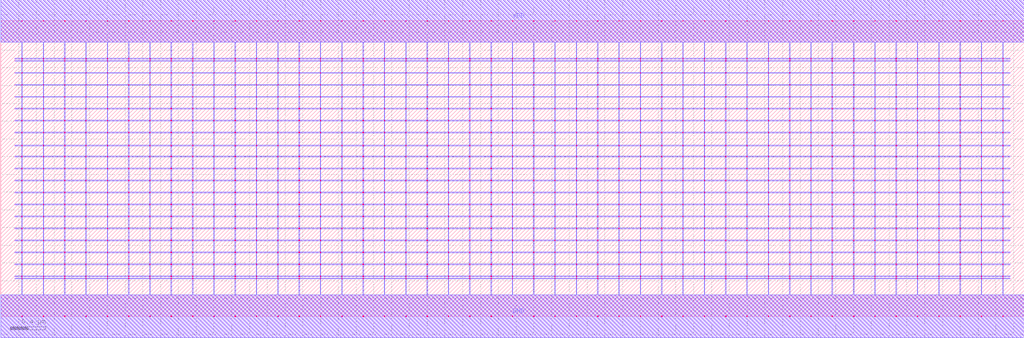
<source format=lef>
MACRO ASYNC3
 CLASS CORE ;
 FOREIGN ASYNC3 0 0 ;
 SIZE 11.52 BY 3.33 ;
 ORIGIN 0 0 ;
 SYMMETRY X Y R90 ;
 SITE unit ;
  PIN VDD
   DIRECTION INOUT ;
   USE POWER ;
   SHAPE ABUTMENT ;
    PORT
     CLASS CORE ;
       LAYER li1 ;
        RECT 0.00000000 3.09000000 11.52000000 3.57000000 ;
       LAYER met1 ;
        RECT 0.00000000 3.09000000 11.52000000 3.57000000 ;
    END
  END VDD

  PIN GND
   DIRECTION INOUT ;
   USE POWER ;
   SHAPE ABUTMENT ;
    PORT
     CLASS CORE ;
       LAYER li1 ;
        RECT 0.00000000 -0.24000000 11.52000000 0.24000000 ;
       LAYER met1 ;
        RECT 0.00000000 -0.24000000 11.52000000 0.24000000 ;
    END
  END GND

 OBS
    LAYER polycont ;
     RECT 1.43600000 0.98600000 1.44400000 0.99400000 ;
     RECT 2.87600000 0.98600000 2.88400000 0.99400000 ;
     RECT 4.31600000 0.98600000 4.32400000 0.99400000 ;
     RECT 7.19600000 0.98600000 7.20400000 0.99400000 ;
     RECT 8.63600000 0.98600000 8.64400000 0.99400000 ;
     RECT 10.07600000 0.98600000 10.08400000 0.99400000 ;
     RECT 1.43600000 1.92100000 1.44400000 1.92900000 ;
     RECT 2.87600000 1.92100000 2.88400000 1.92900000 ;
     RECT 4.31600000 1.92100000 4.32400000 1.92900000 ;
     RECT 7.19600000 1.92100000 7.20400000 1.92900000 ;
     RECT 8.63600000 1.92100000 8.64400000 1.92900000 ;
     RECT 10.07600000 1.92100000 10.08400000 1.92900000 ;

    LAYER pdiffc ;
     RECT 0.71600000 2.33600000 0.72400000 2.34400000 ;
     RECT 0.95600000 2.33600000 0.96400000 2.34400000 ;
     RECT 1.91600000 2.33600000 1.92400000 2.34400000 ;
     RECT 2.15600000 2.33600000 2.16400000 2.34400000 ;
     RECT 2.39600000 2.33600000 2.40400000 2.34400000 ;
     RECT 3.35600000 2.33600000 3.36400000 2.34400000 ;
     RECT 3.59600000 2.33600000 3.60400000 2.34400000 ;
     RECT 3.83600000 2.33600000 3.84400000 2.34400000 ;
     RECT 4.79600000 2.33600000 4.80400000 2.34400000 ;
     RECT 5.03600000 2.33600000 5.04400000 2.34400000 ;
     RECT 6.47600000 2.33600000 6.48400000 2.34400000 ;
     RECT 6.71600000 2.33600000 6.72400000 2.34400000 ;
     RECT 7.67600000 2.33600000 7.68400000 2.34400000 ;
     RECT 7.91600000 2.33600000 7.92400000 2.34400000 ;
     RECT 8.15600000 2.33600000 8.16400000 2.34400000 ;
     RECT 9.11600000 2.33600000 9.12400000 2.34400000 ;
     RECT 9.35600000 2.33600000 9.36400000 2.34400000 ;
     RECT 9.59600000 2.33600000 9.60400000 2.34400000 ;
     RECT 10.55600000 2.33600000 10.56400000 2.34400000 ;
     RECT 10.79600000 2.33600000 10.80400000 2.34400000 ;
     RECT 0.71600000 2.47100000 0.72400000 2.47900000 ;
     RECT 0.95600000 2.47100000 0.96400000 2.47900000 ;
     RECT 1.91600000 2.47100000 1.92400000 2.47900000 ;
     RECT 2.15600000 2.47100000 2.16400000 2.47900000 ;
     RECT 2.39600000 2.47100000 2.40400000 2.47900000 ;
     RECT 3.35600000 2.47100000 3.36400000 2.47900000 ;
     RECT 3.59600000 2.47100000 3.60400000 2.47900000 ;
     RECT 3.83600000 2.47100000 3.84400000 2.47900000 ;
     RECT 4.79600000 2.47100000 4.80400000 2.47900000 ;
     RECT 5.03600000 2.47100000 5.04400000 2.47900000 ;
     RECT 6.47600000 2.47100000 6.48400000 2.47900000 ;
     RECT 6.71600000 2.47100000 6.72400000 2.47900000 ;
     RECT 7.67600000 2.47100000 7.68400000 2.47900000 ;
     RECT 7.91600000 2.47100000 7.92400000 2.47900000 ;
     RECT 8.15600000 2.47100000 8.16400000 2.47900000 ;
     RECT 9.11600000 2.47100000 9.12400000 2.47900000 ;
     RECT 9.35600000 2.47100000 9.36400000 2.47900000 ;
     RECT 9.59600000 2.47100000 9.60400000 2.47900000 ;
     RECT 10.55600000 2.47100000 10.56400000 2.47900000 ;
     RECT 10.79600000 2.47100000 10.80400000 2.47900000 ;
     RECT 0.71600000 2.60600000 0.72400000 2.61400000 ;
     RECT 0.95600000 2.60600000 0.96400000 2.61400000 ;
     RECT 1.91600000 2.60600000 1.92400000 2.61400000 ;
     RECT 2.15600000 2.60600000 2.16400000 2.61400000 ;
     RECT 2.39600000 2.60600000 2.40400000 2.61400000 ;
     RECT 3.35600000 2.60600000 3.36400000 2.61400000 ;
     RECT 3.59600000 2.60600000 3.60400000 2.61400000 ;
     RECT 3.83600000 2.60600000 3.84400000 2.61400000 ;
     RECT 4.79600000 2.60600000 4.80400000 2.61400000 ;
     RECT 5.03600000 2.60600000 5.04400000 2.61400000 ;
     RECT 6.47600000 2.60600000 6.48400000 2.61400000 ;
     RECT 6.71600000 2.60600000 6.72400000 2.61400000 ;
     RECT 7.67600000 2.60600000 7.68400000 2.61400000 ;
     RECT 7.91600000 2.60600000 7.92400000 2.61400000 ;
     RECT 8.15600000 2.60600000 8.16400000 2.61400000 ;
     RECT 9.11600000 2.60600000 9.12400000 2.61400000 ;
     RECT 9.35600000 2.60600000 9.36400000 2.61400000 ;
     RECT 9.59600000 2.60600000 9.60400000 2.61400000 ;
     RECT 10.55600000 2.60600000 10.56400000 2.61400000 ;
     RECT 10.79600000 2.60600000 10.80400000 2.61400000 ;
     RECT 0.71600000 2.74100000 0.72400000 2.74900000 ;
     RECT 0.95600000 2.74100000 0.96400000 2.74900000 ;
     RECT 1.91600000 2.74100000 1.92400000 2.74900000 ;
     RECT 2.15600000 2.74100000 2.16400000 2.74900000 ;
     RECT 2.39600000 2.74100000 2.40400000 2.74900000 ;
     RECT 3.35600000 2.74100000 3.36400000 2.74900000 ;
     RECT 3.59600000 2.74100000 3.60400000 2.74900000 ;
     RECT 3.83600000 2.74100000 3.84400000 2.74900000 ;
     RECT 4.79600000 2.74100000 4.80400000 2.74900000 ;
     RECT 5.03600000 2.74100000 5.04400000 2.74900000 ;
     RECT 6.47600000 2.74100000 6.48400000 2.74900000 ;
     RECT 6.71600000 2.74100000 6.72400000 2.74900000 ;
     RECT 7.67600000 2.74100000 7.68400000 2.74900000 ;
     RECT 7.91600000 2.74100000 7.92400000 2.74900000 ;
     RECT 8.15600000 2.74100000 8.16400000 2.74900000 ;
     RECT 9.11600000 2.74100000 9.12400000 2.74900000 ;
     RECT 9.35600000 2.74100000 9.36400000 2.74900000 ;
     RECT 9.59600000 2.74100000 9.60400000 2.74900000 ;
     RECT 10.55600000 2.74100000 10.56400000 2.74900000 ;
     RECT 10.79600000 2.74100000 10.80400000 2.74900000 ;
     RECT 0.71600000 2.87600000 0.72400000 2.88400000 ;
     RECT 0.95600000 2.87600000 0.96400000 2.88400000 ;
     RECT 1.91600000 2.87600000 1.92400000 2.88400000 ;
     RECT 2.15600000 2.87600000 2.16400000 2.88400000 ;
     RECT 2.39600000 2.87600000 2.40400000 2.88400000 ;
     RECT 3.35600000 2.87600000 3.36400000 2.88400000 ;
     RECT 3.59600000 2.87600000 3.60400000 2.88400000 ;
     RECT 3.83600000 2.87600000 3.84400000 2.88400000 ;
     RECT 4.79600000 2.87600000 4.80400000 2.88400000 ;
     RECT 5.03600000 2.87600000 5.04400000 2.88400000 ;
     RECT 6.47600000 2.87600000 6.48400000 2.88400000 ;
     RECT 6.71600000 2.87600000 6.72400000 2.88400000 ;
     RECT 7.67600000 2.87600000 7.68400000 2.88400000 ;
     RECT 7.91600000 2.87600000 7.92400000 2.88400000 ;
     RECT 8.15600000 2.87600000 8.16400000 2.88400000 ;
     RECT 9.11600000 2.87600000 9.12400000 2.88400000 ;
     RECT 9.35600000 2.87600000 9.36400000 2.88400000 ;
     RECT 9.59600000 2.87600000 9.60400000 2.88400000 ;
     RECT 10.55600000 2.87600000 10.56400000 2.88400000 ;
     RECT 10.79600000 2.87600000 10.80400000 2.88400000 ;
     RECT 0.71600000 2.90100000 0.72400000 2.90900000 ;
     RECT 0.95600000 2.90100000 0.96400000 2.90900000 ;
     RECT 1.91600000 2.90100000 1.92400000 2.90900000 ;
     RECT 2.15600000 2.90100000 2.16400000 2.90900000 ;
     RECT 2.39600000 2.90100000 2.40400000 2.90900000 ;
     RECT 3.35600000 2.90100000 3.36400000 2.90900000 ;
     RECT 3.59600000 2.90100000 3.60400000 2.90900000 ;
     RECT 3.83600000 2.90100000 3.84400000 2.90900000 ;
     RECT 4.79600000 2.90100000 4.80400000 2.90900000 ;
     RECT 5.03600000 2.90100000 5.04400000 2.90900000 ;
     RECT 6.47600000 2.90100000 6.48400000 2.90900000 ;
     RECT 6.71600000 2.90100000 6.72400000 2.90900000 ;
     RECT 7.67600000 2.90100000 7.68400000 2.90900000 ;
     RECT 7.91600000 2.90100000 7.92400000 2.90900000 ;
     RECT 8.15600000 2.90100000 8.16400000 2.90900000 ;
     RECT 9.11600000 2.90100000 9.12400000 2.90900000 ;
     RECT 9.35600000 2.90100000 9.36400000 2.90900000 ;
     RECT 9.59600000 2.90100000 9.60400000 2.90900000 ;
     RECT 10.55600000 2.90100000 10.56400000 2.90900000 ;
     RECT 10.79600000 2.90100000 10.80400000 2.90900000 ;

    LAYER ndiffc ;
     RECT 0.71600000 0.42100000 0.72400000 0.42900000 ;
     RECT 0.95600000 0.42100000 0.96400000 0.42900000 ;
     RECT 1.91600000 0.42100000 1.92400000 0.42900000 ;
     RECT 2.15600000 0.42100000 2.16400000 0.42900000 ;
     RECT 2.39600000 0.42100000 2.40400000 0.42900000 ;
     RECT 3.35600000 0.42100000 3.36400000 0.42900000 ;
     RECT 3.59600000 0.42100000 3.60400000 0.42900000 ;
     RECT 3.83600000 0.42100000 3.84400000 0.42900000 ;
     RECT 4.79600000 0.42100000 4.80400000 0.42900000 ;
     RECT 5.03600000 0.42100000 5.04400000 0.42900000 ;
     RECT 6.47600000 0.42100000 6.48400000 0.42900000 ;
     RECT 6.71600000 0.42100000 6.72400000 0.42900000 ;
     RECT 7.67600000 0.42100000 7.68400000 0.42900000 ;
     RECT 7.91600000 0.42100000 7.92400000 0.42900000 ;
     RECT 8.15600000 0.42100000 8.16400000 0.42900000 ;
     RECT 9.11600000 0.42100000 9.12400000 0.42900000 ;
     RECT 9.35600000 0.42100000 9.36400000 0.42900000 ;
     RECT 9.59600000 0.42100000 9.60400000 0.42900000 ;
     RECT 10.55600000 0.42100000 10.56400000 0.42900000 ;
     RECT 10.79600000 0.42100000 10.80400000 0.42900000 ;
     RECT 0.71600000 0.44600000 0.72400000 0.45400000 ;
     RECT 0.95600000 0.44600000 0.96400000 0.45400000 ;
     RECT 1.91600000 0.44600000 1.92400000 0.45400000 ;
     RECT 2.15600000 0.44600000 2.16400000 0.45400000 ;
     RECT 2.39600000 0.44600000 2.40400000 0.45400000 ;
     RECT 3.35600000 0.44600000 3.36400000 0.45400000 ;
     RECT 3.59600000 0.44600000 3.60400000 0.45400000 ;
     RECT 3.83600000 0.44600000 3.84400000 0.45400000 ;
     RECT 4.79600000 0.44600000 4.80400000 0.45400000 ;
     RECT 5.03600000 0.44600000 5.04400000 0.45400000 ;
     RECT 6.47600000 0.44600000 6.48400000 0.45400000 ;
     RECT 6.71600000 0.44600000 6.72400000 0.45400000 ;
     RECT 7.67600000 0.44600000 7.68400000 0.45400000 ;
     RECT 7.91600000 0.44600000 7.92400000 0.45400000 ;
     RECT 8.15600000 0.44600000 8.16400000 0.45400000 ;
     RECT 9.11600000 0.44600000 9.12400000 0.45400000 ;
     RECT 9.35600000 0.44600000 9.36400000 0.45400000 ;
     RECT 9.59600000 0.44600000 9.60400000 0.45400000 ;
     RECT 10.55600000 0.44600000 10.56400000 0.45400000 ;
     RECT 10.79600000 0.44600000 10.80400000 0.45400000 ;
     RECT 0.71600000 0.58100000 0.72400000 0.58900000 ;
     RECT 0.95600000 0.58100000 0.96400000 0.58900000 ;
     RECT 1.91600000 0.58100000 1.92400000 0.58900000 ;
     RECT 2.15600000 0.58100000 2.16400000 0.58900000 ;
     RECT 2.39600000 0.58100000 2.40400000 0.58900000 ;
     RECT 3.35600000 0.58100000 3.36400000 0.58900000 ;
     RECT 3.59600000 0.58100000 3.60400000 0.58900000 ;
     RECT 3.83600000 0.58100000 3.84400000 0.58900000 ;
     RECT 4.79600000 0.58100000 4.80400000 0.58900000 ;
     RECT 5.03600000 0.58100000 5.04400000 0.58900000 ;
     RECT 6.47600000 0.58100000 6.48400000 0.58900000 ;
     RECT 6.71600000 0.58100000 6.72400000 0.58900000 ;
     RECT 7.67600000 0.58100000 7.68400000 0.58900000 ;
     RECT 7.91600000 0.58100000 7.92400000 0.58900000 ;
     RECT 8.15600000 0.58100000 8.16400000 0.58900000 ;
     RECT 9.11600000 0.58100000 9.12400000 0.58900000 ;
     RECT 9.35600000 0.58100000 9.36400000 0.58900000 ;
     RECT 9.59600000 0.58100000 9.60400000 0.58900000 ;
     RECT 10.55600000 0.58100000 10.56400000 0.58900000 ;
     RECT 10.79600000 0.58100000 10.80400000 0.58900000 ;

    LAYER li1 ;
     RECT 0.00000000 -0.24000000 11.52000000 0.24000000 ;
     RECT 0.23600000 0.24000000 0.24400000 0.42100000 ;
     RECT 0.47600000 0.24000000 0.48400000 0.42100000 ;
     RECT 0.71600000 0.24000000 0.72400000 0.42100000 ;
     RECT 0.95600000 0.24000000 0.96400000 0.42100000 ;
     RECT 1.19600000 0.24000000 1.20400000 0.42100000 ;
     RECT 1.43600000 0.24000000 1.44400000 0.42100000 ;
     RECT 1.67600000 0.24000000 1.68400000 0.42100000 ;
     RECT 1.91600000 0.24000000 1.92400000 0.42100000 ;
     RECT 2.15600000 0.24000000 2.16400000 0.42100000 ;
     RECT 2.39600000 0.24000000 2.40400000 0.42100000 ;
     RECT 2.63600000 0.24000000 2.64400000 0.42100000 ;
     RECT 2.87600000 0.24000000 2.88400000 0.42100000 ;
     RECT 3.11600000 0.24000000 3.12400000 0.42100000 ;
     RECT 3.35600000 0.24000000 3.36400000 0.42100000 ;
     RECT 3.59600000 0.24000000 3.60400000 0.42100000 ;
     RECT 3.83600000 0.24000000 3.84400000 0.42100000 ;
     RECT 4.07600000 0.24000000 4.08400000 0.42100000 ;
     RECT 4.31600000 0.24000000 4.32400000 0.42100000 ;
     RECT 4.55600000 0.24000000 4.56400000 0.42100000 ;
     RECT 4.79600000 0.24000000 4.80400000 0.42100000 ;
     RECT 5.03600000 0.24000000 5.04400000 0.42100000 ;
     RECT 5.27600000 0.24000000 5.28400000 0.42100000 ;
     RECT 5.51600000 0.24000000 5.52400000 0.42100000 ;
     RECT 5.75600000 0.24000000 5.76400000 0.42100000 ;
     RECT 5.99600000 0.24000000 6.00400000 0.42100000 ;
     RECT 6.23600000 0.24000000 6.24400000 0.42100000 ;
     RECT 6.47600000 0.24000000 6.48400000 0.42100000 ;
     RECT 6.71600000 0.24000000 6.72400000 0.42100000 ;
     RECT 6.95600000 0.24000000 6.96400000 0.42100000 ;
     RECT 7.19600000 0.24000000 7.20400000 0.42100000 ;
     RECT 7.43600000 0.24000000 7.44400000 0.42100000 ;
     RECT 7.67600000 0.24000000 7.68400000 0.42100000 ;
     RECT 7.91600000 0.24000000 7.92400000 0.42100000 ;
     RECT 8.15600000 0.24000000 8.16400000 0.42100000 ;
     RECT 8.39600000 0.24000000 8.40400000 0.42100000 ;
     RECT 8.63600000 0.24000000 8.64400000 0.42100000 ;
     RECT 8.87600000 0.24000000 8.88400000 0.42100000 ;
     RECT 9.11600000 0.24000000 9.12400000 0.42100000 ;
     RECT 9.35600000 0.24000000 9.36400000 0.42100000 ;
     RECT 9.59600000 0.24000000 9.60400000 0.42100000 ;
     RECT 9.83600000 0.24000000 9.84400000 0.42100000 ;
     RECT 10.07600000 0.24000000 10.08400000 0.42100000 ;
     RECT 10.31600000 0.24000000 10.32400000 0.42100000 ;
     RECT 10.55600000 0.24000000 10.56400000 0.42100000 ;
     RECT 10.79600000 0.24000000 10.80400000 0.42100000 ;
     RECT 11.03600000 0.24000000 11.04400000 0.42100000 ;
     RECT 11.27600000 0.24000000 11.28400000 0.42100000 ;
     RECT 0.15500000 0.42100000 11.36500000 0.42900000 ;
     RECT 0.23600000 0.42900000 0.24400000 0.44600000 ;
     RECT 0.47600000 0.42900000 0.48400000 0.44600000 ;
     RECT 0.71600000 0.42900000 0.72400000 0.44600000 ;
     RECT 0.95600000 0.42900000 0.96400000 0.44600000 ;
     RECT 1.19600000 0.42900000 1.20400000 0.44600000 ;
     RECT 1.43600000 0.42900000 1.44400000 0.44600000 ;
     RECT 1.67600000 0.42900000 1.68400000 0.44600000 ;
     RECT 1.91600000 0.42900000 1.92400000 0.44600000 ;
     RECT 2.15600000 0.42900000 2.16400000 0.44600000 ;
     RECT 2.39600000 0.42900000 2.40400000 0.44600000 ;
     RECT 2.63600000 0.42900000 2.64400000 0.44600000 ;
     RECT 2.87600000 0.42900000 2.88400000 0.44600000 ;
     RECT 3.11600000 0.42900000 3.12400000 0.44600000 ;
     RECT 3.35600000 0.42900000 3.36400000 0.44600000 ;
     RECT 3.59600000 0.42900000 3.60400000 0.44600000 ;
     RECT 3.83600000 0.42900000 3.84400000 0.44600000 ;
     RECT 4.07600000 0.42900000 4.08400000 0.44600000 ;
     RECT 4.31600000 0.42900000 4.32400000 0.44600000 ;
     RECT 4.55600000 0.42900000 4.56400000 0.44600000 ;
     RECT 4.79600000 0.42900000 4.80400000 0.44600000 ;
     RECT 5.03600000 0.42900000 5.04400000 0.44600000 ;
     RECT 5.27600000 0.42900000 5.28400000 0.44600000 ;
     RECT 5.51600000 0.42900000 5.52400000 0.44600000 ;
     RECT 5.75600000 0.42900000 5.76400000 0.44600000 ;
     RECT 5.99600000 0.42900000 6.00400000 0.44600000 ;
     RECT 6.23600000 0.42900000 6.24400000 0.44600000 ;
     RECT 6.47600000 0.42900000 6.48400000 0.44600000 ;
     RECT 6.71600000 0.42900000 6.72400000 0.44600000 ;
     RECT 6.95600000 0.42900000 6.96400000 0.44600000 ;
     RECT 7.19600000 0.42900000 7.20400000 0.44600000 ;
     RECT 7.43600000 0.42900000 7.44400000 0.44600000 ;
     RECT 7.67600000 0.42900000 7.68400000 0.44600000 ;
     RECT 7.91600000 0.42900000 7.92400000 0.44600000 ;
     RECT 8.15600000 0.42900000 8.16400000 0.44600000 ;
     RECT 8.39600000 0.42900000 8.40400000 0.44600000 ;
     RECT 8.63600000 0.42900000 8.64400000 0.44600000 ;
     RECT 8.87600000 0.42900000 8.88400000 0.44600000 ;
     RECT 9.11600000 0.42900000 9.12400000 0.44600000 ;
     RECT 9.35600000 0.42900000 9.36400000 0.44600000 ;
     RECT 9.59600000 0.42900000 9.60400000 0.44600000 ;
     RECT 9.83600000 0.42900000 9.84400000 0.44600000 ;
     RECT 10.07600000 0.42900000 10.08400000 0.44600000 ;
     RECT 10.31600000 0.42900000 10.32400000 0.44600000 ;
     RECT 10.55600000 0.42900000 10.56400000 0.44600000 ;
     RECT 10.79600000 0.42900000 10.80400000 0.44600000 ;
     RECT 11.03600000 0.42900000 11.04400000 0.44600000 ;
     RECT 11.27600000 0.42900000 11.28400000 0.44600000 ;
     RECT 0.15500000 0.44600000 11.36500000 0.45400000 ;
     RECT 0.23600000 0.45400000 0.24400000 0.58100000 ;
     RECT 0.47600000 0.45400000 0.48400000 0.58100000 ;
     RECT 0.71600000 0.45400000 0.72400000 0.58100000 ;
     RECT 0.95600000 0.45400000 0.96400000 0.58100000 ;
     RECT 1.19600000 0.45400000 1.20400000 0.58100000 ;
     RECT 1.43600000 0.45400000 1.44400000 0.58100000 ;
     RECT 1.67600000 0.45400000 1.68400000 0.58100000 ;
     RECT 1.91600000 0.45400000 1.92400000 0.58100000 ;
     RECT 2.15600000 0.45400000 2.16400000 0.58100000 ;
     RECT 2.39600000 0.45400000 2.40400000 0.58100000 ;
     RECT 2.63600000 0.45400000 2.64400000 0.58100000 ;
     RECT 2.87600000 0.45400000 2.88400000 0.58100000 ;
     RECT 3.11600000 0.45400000 3.12400000 0.58100000 ;
     RECT 3.35600000 0.45400000 3.36400000 0.58100000 ;
     RECT 3.59600000 0.45400000 3.60400000 0.58100000 ;
     RECT 3.83600000 0.45400000 3.84400000 0.58100000 ;
     RECT 4.07600000 0.45400000 4.08400000 0.58100000 ;
     RECT 4.31600000 0.45400000 4.32400000 0.58100000 ;
     RECT 4.55600000 0.45400000 4.56400000 0.58100000 ;
     RECT 4.79600000 0.45400000 4.80400000 0.58100000 ;
     RECT 5.03600000 0.45400000 5.04400000 0.58100000 ;
     RECT 5.27600000 0.45400000 5.28400000 0.58100000 ;
     RECT 5.51600000 0.45400000 5.52400000 0.58100000 ;
     RECT 5.75600000 0.45400000 5.76400000 0.58100000 ;
     RECT 5.99600000 0.45400000 6.00400000 0.58100000 ;
     RECT 6.23600000 0.45400000 6.24400000 0.58100000 ;
     RECT 6.47600000 0.45400000 6.48400000 0.58100000 ;
     RECT 6.71600000 0.45400000 6.72400000 0.58100000 ;
     RECT 6.95600000 0.45400000 6.96400000 0.58100000 ;
     RECT 7.19600000 0.45400000 7.20400000 0.58100000 ;
     RECT 7.43600000 0.45400000 7.44400000 0.58100000 ;
     RECT 7.67600000 0.45400000 7.68400000 0.58100000 ;
     RECT 7.91600000 0.45400000 7.92400000 0.58100000 ;
     RECT 8.15600000 0.45400000 8.16400000 0.58100000 ;
     RECT 8.39600000 0.45400000 8.40400000 0.58100000 ;
     RECT 8.63600000 0.45400000 8.64400000 0.58100000 ;
     RECT 8.87600000 0.45400000 8.88400000 0.58100000 ;
     RECT 9.11600000 0.45400000 9.12400000 0.58100000 ;
     RECT 9.35600000 0.45400000 9.36400000 0.58100000 ;
     RECT 9.59600000 0.45400000 9.60400000 0.58100000 ;
     RECT 9.83600000 0.45400000 9.84400000 0.58100000 ;
     RECT 10.07600000 0.45400000 10.08400000 0.58100000 ;
     RECT 10.31600000 0.45400000 10.32400000 0.58100000 ;
     RECT 10.55600000 0.45400000 10.56400000 0.58100000 ;
     RECT 10.79600000 0.45400000 10.80400000 0.58100000 ;
     RECT 11.03600000 0.45400000 11.04400000 0.58100000 ;
     RECT 11.27600000 0.45400000 11.28400000 0.58100000 ;
     RECT 0.15500000 0.58100000 11.36500000 0.58900000 ;
     RECT 0.23600000 0.58900000 0.24400000 0.71600000 ;
     RECT 0.47600000 0.58900000 0.48400000 0.71600000 ;
     RECT 0.71600000 0.58900000 0.72400000 0.71600000 ;
     RECT 0.95600000 0.58900000 0.96400000 0.71600000 ;
     RECT 1.19600000 0.58900000 1.20400000 0.71600000 ;
     RECT 1.43600000 0.58900000 1.44400000 0.71600000 ;
     RECT 1.67600000 0.58900000 1.68400000 0.71600000 ;
     RECT 1.91600000 0.58900000 1.92400000 0.71600000 ;
     RECT 2.15600000 0.58900000 2.16400000 0.71600000 ;
     RECT 2.39600000 0.58900000 2.40400000 0.71600000 ;
     RECT 2.63600000 0.58900000 2.64400000 0.71600000 ;
     RECT 2.87600000 0.58900000 2.88400000 0.71600000 ;
     RECT 3.11600000 0.58900000 3.12400000 0.71600000 ;
     RECT 3.35600000 0.58900000 3.36400000 0.71600000 ;
     RECT 3.59600000 0.58900000 3.60400000 0.71600000 ;
     RECT 3.83600000 0.58900000 3.84400000 0.71600000 ;
     RECT 4.07600000 0.58900000 4.08400000 0.71600000 ;
     RECT 4.31600000 0.58900000 4.32400000 0.71600000 ;
     RECT 4.55600000 0.58900000 4.56400000 0.71600000 ;
     RECT 4.79600000 0.58900000 4.80400000 0.71600000 ;
     RECT 5.03600000 0.58900000 5.04400000 0.71600000 ;
     RECT 5.27600000 0.58900000 5.28400000 0.71600000 ;
     RECT 5.51600000 0.58900000 5.52400000 0.71600000 ;
     RECT 5.75600000 0.58900000 5.76400000 0.71600000 ;
     RECT 5.99600000 0.58900000 6.00400000 0.71600000 ;
     RECT 6.23600000 0.58900000 6.24400000 0.71600000 ;
     RECT 6.47600000 0.58900000 6.48400000 0.71600000 ;
     RECT 6.71600000 0.58900000 6.72400000 0.71600000 ;
     RECT 6.95600000 0.58900000 6.96400000 0.71600000 ;
     RECT 7.19600000 0.58900000 7.20400000 0.71600000 ;
     RECT 7.43600000 0.58900000 7.44400000 0.71600000 ;
     RECT 7.67600000 0.58900000 7.68400000 0.71600000 ;
     RECT 7.91600000 0.58900000 7.92400000 0.71600000 ;
     RECT 8.15600000 0.58900000 8.16400000 0.71600000 ;
     RECT 8.39600000 0.58900000 8.40400000 0.71600000 ;
     RECT 8.63600000 0.58900000 8.64400000 0.71600000 ;
     RECT 8.87600000 0.58900000 8.88400000 0.71600000 ;
     RECT 9.11600000 0.58900000 9.12400000 0.71600000 ;
     RECT 9.35600000 0.58900000 9.36400000 0.71600000 ;
     RECT 9.59600000 0.58900000 9.60400000 0.71600000 ;
     RECT 9.83600000 0.58900000 9.84400000 0.71600000 ;
     RECT 10.07600000 0.58900000 10.08400000 0.71600000 ;
     RECT 10.31600000 0.58900000 10.32400000 0.71600000 ;
     RECT 10.55600000 0.58900000 10.56400000 0.71600000 ;
     RECT 10.79600000 0.58900000 10.80400000 0.71600000 ;
     RECT 11.03600000 0.58900000 11.04400000 0.71600000 ;
     RECT 11.27600000 0.58900000 11.28400000 0.71600000 ;
     RECT 0.15500000 0.71600000 11.36500000 0.72400000 ;
     RECT 0.23600000 0.72400000 0.24400000 0.85100000 ;
     RECT 0.47600000 0.72400000 0.48400000 0.85100000 ;
     RECT 0.71600000 0.72400000 0.72400000 0.85100000 ;
     RECT 0.95600000 0.72400000 0.96400000 0.85100000 ;
     RECT 1.19600000 0.72400000 1.20400000 0.85100000 ;
     RECT 1.43600000 0.72400000 1.44400000 0.85100000 ;
     RECT 1.67600000 0.72400000 1.68400000 0.85100000 ;
     RECT 1.91600000 0.72400000 1.92400000 0.85100000 ;
     RECT 2.15600000 0.72400000 2.16400000 0.85100000 ;
     RECT 2.39600000 0.72400000 2.40400000 0.85100000 ;
     RECT 2.63600000 0.72400000 2.64400000 0.85100000 ;
     RECT 2.87600000 0.72400000 2.88400000 0.85100000 ;
     RECT 3.11600000 0.72400000 3.12400000 0.85100000 ;
     RECT 3.35600000 0.72400000 3.36400000 0.85100000 ;
     RECT 3.59600000 0.72400000 3.60400000 0.85100000 ;
     RECT 3.83600000 0.72400000 3.84400000 0.85100000 ;
     RECT 4.07600000 0.72400000 4.08400000 0.85100000 ;
     RECT 4.31600000 0.72400000 4.32400000 0.85100000 ;
     RECT 4.55600000 0.72400000 4.56400000 0.85100000 ;
     RECT 4.79600000 0.72400000 4.80400000 0.85100000 ;
     RECT 5.03600000 0.72400000 5.04400000 0.85100000 ;
     RECT 5.27600000 0.72400000 5.28400000 0.85100000 ;
     RECT 5.51600000 0.72400000 5.52400000 0.85100000 ;
     RECT 5.75600000 0.72400000 5.76400000 0.85100000 ;
     RECT 5.99600000 0.72400000 6.00400000 0.85100000 ;
     RECT 6.23600000 0.72400000 6.24400000 0.85100000 ;
     RECT 6.47600000 0.72400000 6.48400000 0.85100000 ;
     RECT 6.71600000 0.72400000 6.72400000 0.85100000 ;
     RECT 6.95600000 0.72400000 6.96400000 0.85100000 ;
     RECT 7.19600000 0.72400000 7.20400000 0.85100000 ;
     RECT 7.43600000 0.72400000 7.44400000 0.85100000 ;
     RECT 7.67600000 0.72400000 7.68400000 0.85100000 ;
     RECT 7.91600000 0.72400000 7.92400000 0.85100000 ;
     RECT 8.15600000 0.72400000 8.16400000 0.85100000 ;
     RECT 8.39600000 0.72400000 8.40400000 0.85100000 ;
     RECT 8.63600000 0.72400000 8.64400000 0.85100000 ;
     RECT 8.87600000 0.72400000 8.88400000 0.85100000 ;
     RECT 9.11600000 0.72400000 9.12400000 0.85100000 ;
     RECT 9.35600000 0.72400000 9.36400000 0.85100000 ;
     RECT 9.59600000 0.72400000 9.60400000 0.85100000 ;
     RECT 9.83600000 0.72400000 9.84400000 0.85100000 ;
     RECT 10.07600000 0.72400000 10.08400000 0.85100000 ;
     RECT 10.31600000 0.72400000 10.32400000 0.85100000 ;
     RECT 10.55600000 0.72400000 10.56400000 0.85100000 ;
     RECT 10.79600000 0.72400000 10.80400000 0.85100000 ;
     RECT 11.03600000 0.72400000 11.04400000 0.85100000 ;
     RECT 11.27600000 0.72400000 11.28400000 0.85100000 ;
     RECT 0.15500000 0.85100000 11.36500000 0.85900000 ;
     RECT 0.23600000 0.85900000 0.24400000 0.98600000 ;
     RECT 0.47600000 0.85900000 0.48400000 0.98600000 ;
     RECT 0.71600000 0.85900000 0.72400000 0.98600000 ;
     RECT 0.95600000 0.85900000 0.96400000 0.98600000 ;
     RECT 1.19600000 0.85900000 1.20400000 0.98600000 ;
     RECT 1.43600000 0.85900000 1.44400000 0.98600000 ;
     RECT 1.67600000 0.85900000 1.68400000 0.98600000 ;
     RECT 1.91600000 0.85900000 1.92400000 0.98600000 ;
     RECT 2.15600000 0.85900000 2.16400000 0.98600000 ;
     RECT 2.39600000 0.85900000 2.40400000 0.98600000 ;
     RECT 2.63600000 0.85900000 2.64400000 0.98600000 ;
     RECT 2.87600000 0.85900000 2.88400000 0.98600000 ;
     RECT 3.11600000 0.85900000 3.12400000 0.98600000 ;
     RECT 3.35600000 0.85900000 3.36400000 0.98600000 ;
     RECT 3.59600000 0.85900000 3.60400000 0.98600000 ;
     RECT 3.83600000 0.85900000 3.84400000 0.98600000 ;
     RECT 4.07600000 0.85900000 4.08400000 0.98600000 ;
     RECT 4.31600000 0.85900000 4.32400000 0.98600000 ;
     RECT 4.55600000 0.85900000 4.56400000 0.98600000 ;
     RECT 4.79600000 0.85900000 4.80400000 0.98600000 ;
     RECT 5.03600000 0.85900000 5.04400000 0.98600000 ;
     RECT 5.27600000 0.85900000 5.28400000 0.98600000 ;
     RECT 5.51600000 0.85900000 5.52400000 0.98600000 ;
     RECT 5.75600000 0.85900000 5.76400000 0.98600000 ;
     RECT 5.99600000 0.85900000 6.00400000 0.98600000 ;
     RECT 6.23600000 0.85900000 6.24400000 0.98600000 ;
     RECT 6.47600000 0.85900000 6.48400000 0.98600000 ;
     RECT 6.71600000 0.85900000 6.72400000 0.98600000 ;
     RECT 6.95600000 0.85900000 6.96400000 0.98600000 ;
     RECT 7.19600000 0.85900000 7.20400000 0.98600000 ;
     RECT 7.43600000 0.85900000 7.44400000 0.98600000 ;
     RECT 7.67600000 0.85900000 7.68400000 0.98600000 ;
     RECT 7.91600000 0.85900000 7.92400000 0.98600000 ;
     RECT 8.15600000 0.85900000 8.16400000 0.98600000 ;
     RECT 8.39600000 0.85900000 8.40400000 0.98600000 ;
     RECT 8.63600000 0.85900000 8.64400000 0.98600000 ;
     RECT 8.87600000 0.85900000 8.88400000 0.98600000 ;
     RECT 9.11600000 0.85900000 9.12400000 0.98600000 ;
     RECT 9.35600000 0.85900000 9.36400000 0.98600000 ;
     RECT 9.59600000 0.85900000 9.60400000 0.98600000 ;
     RECT 9.83600000 0.85900000 9.84400000 0.98600000 ;
     RECT 10.07600000 0.85900000 10.08400000 0.98600000 ;
     RECT 10.31600000 0.85900000 10.32400000 0.98600000 ;
     RECT 10.55600000 0.85900000 10.56400000 0.98600000 ;
     RECT 10.79600000 0.85900000 10.80400000 0.98600000 ;
     RECT 11.03600000 0.85900000 11.04400000 0.98600000 ;
     RECT 11.27600000 0.85900000 11.28400000 0.98600000 ;
     RECT 0.15500000 0.98600000 11.36500000 0.99400000 ;
     RECT 0.23600000 0.99400000 0.24400000 1.12100000 ;
     RECT 0.47600000 0.99400000 0.48400000 1.12100000 ;
     RECT 0.71600000 0.99400000 0.72400000 1.12100000 ;
     RECT 0.95600000 0.99400000 0.96400000 1.12100000 ;
     RECT 1.19600000 0.99400000 1.20400000 1.12100000 ;
     RECT 1.43600000 0.99400000 1.44400000 1.12100000 ;
     RECT 1.67600000 0.99400000 1.68400000 1.12100000 ;
     RECT 1.91600000 0.99400000 1.92400000 1.12100000 ;
     RECT 2.15600000 0.99400000 2.16400000 1.12100000 ;
     RECT 2.39600000 0.99400000 2.40400000 1.12100000 ;
     RECT 2.63600000 0.99400000 2.64400000 1.12100000 ;
     RECT 2.87600000 0.99400000 2.88400000 1.12100000 ;
     RECT 3.11600000 0.99400000 3.12400000 1.12100000 ;
     RECT 3.35600000 0.99400000 3.36400000 1.12100000 ;
     RECT 3.59600000 0.99400000 3.60400000 1.12100000 ;
     RECT 3.83600000 0.99400000 3.84400000 1.12100000 ;
     RECT 4.07600000 0.99400000 4.08400000 1.12100000 ;
     RECT 4.31600000 0.99400000 4.32400000 1.12100000 ;
     RECT 4.55600000 0.99400000 4.56400000 1.12100000 ;
     RECT 4.79600000 0.99400000 4.80400000 1.12100000 ;
     RECT 5.03600000 0.99400000 5.04400000 1.12100000 ;
     RECT 5.27600000 0.99400000 5.28400000 1.12100000 ;
     RECT 5.51600000 0.99400000 5.52400000 1.12100000 ;
     RECT 5.75600000 0.99400000 5.76400000 1.12100000 ;
     RECT 5.99600000 0.99400000 6.00400000 1.12100000 ;
     RECT 6.23600000 0.99400000 6.24400000 1.12100000 ;
     RECT 6.47600000 0.99400000 6.48400000 1.12100000 ;
     RECT 6.71600000 0.99400000 6.72400000 1.12100000 ;
     RECT 6.95600000 0.99400000 6.96400000 1.12100000 ;
     RECT 7.19600000 0.99400000 7.20400000 1.12100000 ;
     RECT 7.43600000 0.99400000 7.44400000 1.12100000 ;
     RECT 7.67600000 0.99400000 7.68400000 1.12100000 ;
     RECT 7.91600000 0.99400000 7.92400000 1.12100000 ;
     RECT 8.15600000 0.99400000 8.16400000 1.12100000 ;
     RECT 8.39600000 0.99400000 8.40400000 1.12100000 ;
     RECT 8.63600000 0.99400000 8.64400000 1.12100000 ;
     RECT 8.87600000 0.99400000 8.88400000 1.12100000 ;
     RECT 9.11600000 0.99400000 9.12400000 1.12100000 ;
     RECT 9.35600000 0.99400000 9.36400000 1.12100000 ;
     RECT 9.59600000 0.99400000 9.60400000 1.12100000 ;
     RECT 9.83600000 0.99400000 9.84400000 1.12100000 ;
     RECT 10.07600000 0.99400000 10.08400000 1.12100000 ;
     RECT 10.31600000 0.99400000 10.32400000 1.12100000 ;
     RECT 10.55600000 0.99400000 10.56400000 1.12100000 ;
     RECT 10.79600000 0.99400000 10.80400000 1.12100000 ;
     RECT 11.03600000 0.99400000 11.04400000 1.12100000 ;
     RECT 11.27600000 0.99400000 11.28400000 1.12100000 ;
     RECT 0.15500000 1.12100000 11.36500000 1.12900000 ;
     RECT 0.23600000 1.12900000 0.24400000 1.25600000 ;
     RECT 0.47600000 1.12900000 0.48400000 1.25600000 ;
     RECT 0.71600000 1.12900000 0.72400000 1.25600000 ;
     RECT 0.95600000 1.12900000 0.96400000 1.25600000 ;
     RECT 1.19600000 1.12900000 1.20400000 1.25600000 ;
     RECT 1.43600000 1.12900000 1.44400000 1.25600000 ;
     RECT 1.67600000 1.12900000 1.68400000 1.25600000 ;
     RECT 1.91600000 1.12900000 1.92400000 1.25600000 ;
     RECT 2.15600000 1.12900000 2.16400000 1.25600000 ;
     RECT 2.39600000 1.12900000 2.40400000 1.25600000 ;
     RECT 2.63600000 1.12900000 2.64400000 1.25600000 ;
     RECT 2.87600000 1.12900000 2.88400000 1.25600000 ;
     RECT 3.11600000 1.12900000 3.12400000 1.25600000 ;
     RECT 3.35600000 1.12900000 3.36400000 1.25600000 ;
     RECT 3.59600000 1.12900000 3.60400000 1.25600000 ;
     RECT 3.83600000 1.12900000 3.84400000 1.25600000 ;
     RECT 4.07600000 1.12900000 4.08400000 1.25600000 ;
     RECT 4.31600000 1.12900000 4.32400000 1.25600000 ;
     RECT 4.55600000 1.12900000 4.56400000 1.25600000 ;
     RECT 4.79600000 1.12900000 4.80400000 1.25600000 ;
     RECT 5.03600000 1.12900000 5.04400000 1.25600000 ;
     RECT 5.27600000 1.12900000 5.28400000 1.25600000 ;
     RECT 5.51600000 1.12900000 5.52400000 1.25600000 ;
     RECT 5.75600000 1.12900000 5.76400000 1.25600000 ;
     RECT 5.99600000 1.12900000 6.00400000 1.25600000 ;
     RECT 6.23600000 1.12900000 6.24400000 1.25600000 ;
     RECT 6.47600000 1.12900000 6.48400000 1.25600000 ;
     RECT 6.71600000 1.12900000 6.72400000 1.25600000 ;
     RECT 6.95600000 1.12900000 6.96400000 1.25600000 ;
     RECT 7.19600000 1.12900000 7.20400000 1.25600000 ;
     RECT 7.43600000 1.12900000 7.44400000 1.25600000 ;
     RECT 7.67600000 1.12900000 7.68400000 1.25600000 ;
     RECT 7.91600000 1.12900000 7.92400000 1.25600000 ;
     RECT 8.15600000 1.12900000 8.16400000 1.25600000 ;
     RECT 8.39600000 1.12900000 8.40400000 1.25600000 ;
     RECT 8.63600000 1.12900000 8.64400000 1.25600000 ;
     RECT 8.87600000 1.12900000 8.88400000 1.25600000 ;
     RECT 9.11600000 1.12900000 9.12400000 1.25600000 ;
     RECT 9.35600000 1.12900000 9.36400000 1.25600000 ;
     RECT 9.59600000 1.12900000 9.60400000 1.25600000 ;
     RECT 9.83600000 1.12900000 9.84400000 1.25600000 ;
     RECT 10.07600000 1.12900000 10.08400000 1.25600000 ;
     RECT 10.31600000 1.12900000 10.32400000 1.25600000 ;
     RECT 10.55600000 1.12900000 10.56400000 1.25600000 ;
     RECT 10.79600000 1.12900000 10.80400000 1.25600000 ;
     RECT 11.03600000 1.12900000 11.04400000 1.25600000 ;
     RECT 11.27600000 1.12900000 11.28400000 1.25600000 ;
     RECT 0.15500000 1.25600000 11.36500000 1.26400000 ;
     RECT 0.23600000 1.26400000 0.24400000 1.39100000 ;
     RECT 0.47600000 1.26400000 0.48400000 1.39100000 ;
     RECT 0.71600000 1.26400000 0.72400000 1.39100000 ;
     RECT 0.95600000 1.26400000 0.96400000 1.39100000 ;
     RECT 1.19600000 1.26400000 1.20400000 1.39100000 ;
     RECT 1.43600000 1.26400000 1.44400000 1.39100000 ;
     RECT 1.67600000 1.26400000 1.68400000 1.39100000 ;
     RECT 1.91600000 1.26400000 1.92400000 1.39100000 ;
     RECT 2.15600000 1.26400000 2.16400000 1.39100000 ;
     RECT 2.39600000 1.26400000 2.40400000 1.39100000 ;
     RECT 2.63600000 1.26400000 2.64400000 1.39100000 ;
     RECT 2.87600000 1.26400000 2.88400000 1.39100000 ;
     RECT 3.11600000 1.26400000 3.12400000 1.39100000 ;
     RECT 3.35600000 1.26400000 3.36400000 1.39100000 ;
     RECT 3.59600000 1.26400000 3.60400000 1.39100000 ;
     RECT 3.83600000 1.26400000 3.84400000 1.39100000 ;
     RECT 4.07600000 1.26400000 4.08400000 1.39100000 ;
     RECT 4.31600000 1.26400000 4.32400000 1.39100000 ;
     RECT 4.55600000 1.26400000 4.56400000 1.39100000 ;
     RECT 4.79600000 1.26400000 4.80400000 1.39100000 ;
     RECT 5.03600000 1.26400000 5.04400000 1.39100000 ;
     RECT 5.27600000 1.26400000 5.28400000 1.39100000 ;
     RECT 5.51600000 1.26400000 5.52400000 1.39100000 ;
     RECT 5.75600000 1.26400000 5.76400000 1.39100000 ;
     RECT 5.99600000 1.26400000 6.00400000 1.39100000 ;
     RECT 6.23600000 1.26400000 6.24400000 1.39100000 ;
     RECT 6.47600000 1.26400000 6.48400000 1.39100000 ;
     RECT 6.71600000 1.26400000 6.72400000 1.39100000 ;
     RECT 6.95600000 1.26400000 6.96400000 1.39100000 ;
     RECT 7.19600000 1.26400000 7.20400000 1.39100000 ;
     RECT 7.43600000 1.26400000 7.44400000 1.39100000 ;
     RECT 7.67600000 1.26400000 7.68400000 1.39100000 ;
     RECT 7.91600000 1.26400000 7.92400000 1.39100000 ;
     RECT 8.15600000 1.26400000 8.16400000 1.39100000 ;
     RECT 8.39600000 1.26400000 8.40400000 1.39100000 ;
     RECT 8.63600000 1.26400000 8.64400000 1.39100000 ;
     RECT 8.87600000 1.26400000 8.88400000 1.39100000 ;
     RECT 9.11600000 1.26400000 9.12400000 1.39100000 ;
     RECT 9.35600000 1.26400000 9.36400000 1.39100000 ;
     RECT 9.59600000 1.26400000 9.60400000 1.39100000 ;
     RECT 9.83600000 1.26400000 9.84400000 1.39100000 ;
     RECT 10.07600000 1.26400000 10.08400000 1.39100000 ;
     RECT 10.31600000 1.26400000 10.32400000 1.39100000 ;
     RECT 10.55600000 1.26400000 10.56400000 1.39100000 ;
     RECT 10.79600000 1.26400000 10.80400000 1.39100000 ;
     RECT 11.03600000 1.26400000 11.04400000 1.39100000 ;
     RECT 11.27600000 1.26400000 11.28400000 1.39100000 ;
     RECT 0.15500000 1.39100000 11.36500000 1.39900000 ;
     RECT 0.23600000 1.39900000 0.24400000 1.52600000 ;
     RECT 0.47600000 1.39900000 0.48400000 1.52600000 ;
     RECT 0.71600000 1.39900000 0.72400000 1.52600000 ;
     RECT 0.95600000 1.39900000 0.96400000 1.52600000 ;
     RECT 1.19600000 1.39900000 1.20400000 1.52600000 ;
     RECT 1.43600000 1.39900000 1.44400000 1.52600000 ;
     RECT 1.67600000 1.39900000 1.68400000 1.52600000 ;
     RECT 1.91600000 1.39900000 1.92400000 1.52600000 ;
     RECT 2.15600000 1.39900000 2.16400000 1.52600000 ;
     RECT 2.39600000 1.39900000 2.40400000 1.52600000 ;
     RECT 2.63600000 1.39900000 2.64400000 1.52600000 ;
     RECT 2.87600000 1.39900000 2.88400000 1.52600000 ;
     RECT 3.11600000 1.39900000 3.12400000 1.52600000 ;
     RECT 3.35600000 1.39900000 3.36400000 1.52600000 ;
     RECT 3.59600000 1.39900000 3.60400000 1.52600000 ;
     RECT 3.83600000 1.39900000 3.84400000 1.52600000 ;
     RECT 4.07600000 1.39900000 4.08400000 1.52600000 ;
     RECT 4.31600000 1.39900000 4.32400000 1.52600000 ;
     RECT 4.55600000 1.39900000 4.56400000 1.52600000 ;
     RECT 4.79600000 1.39900000 4.80400000 1.52600000 ;
     RECT 5.03600000 1.39900000 5.04400000 1.52600000 ;
     RECT 5.27600000 1.39900000 5.28400000 1.52600000 ;
     RECT 5.51600000 1.39900000 5.52400000 1.52600000 ;
     RECT 5.75600000 1.39900000 5.76400000 1.52600000 ;
     RECT 5.99600000 1.39900000 6.00400000 1.52600000 ;
     RECT 6.23600000 1.39900000 6.24400000 1.52600000 ;
     RECT 6.47600000 1.39900000 6.48400000 1.52600000 ;
     RECT 6.71600000 1.39900000 6.72400000 1.52600000 ;
     RECT 6.95600000 1.39900000 6.96400000 1.52600000 ;
     RECT 7.19600000 1.39900000 7.20400000 1.52600000 ;
     RECT 7.43600000 1.39900000 7.44400000 1.52600000 ;
     RECT 7.67600000 1.39900000 7.68400000 1.52600000 ;
     RECT 7.91600000 1.39900000 7.92400000 1.52600000 ;
     RECT 8.15600000 1.39900000 8.16400000 1.52600000 ;
     RECT 8.39600000 1.39900000 8.40400000 1.52600000 ;
     RECT 8.63600000 1.39900000 8.64400000 1.52600000 ;
     RECT 8.87600000 1.39900000 8.88400000 1.52600000 ;
     RECT 9.11600000 1.39900000 9.12400000 1.52600000 ;
     RECT 9.35600000 1.39900000 9.36400000 1.52600000 ;
     RECT 9.59600000 1.39900000 9.60400000 1.52600000 ;
     RECT 9.83600000 1.39900000 9.84400000 1.52600000 ;
     RECT 10.07600000 1.39900000 10.08400000 1.52600000 ;
     RECT 10.31600000 1.39900000 10.32400000 1.52600000 ;
     RECT 10.55600000 1.39900000 10.56400000 1.52600000 ;
     RECT 10.79600000 1.39900000 10.80400000 1.52600000 ;
     RECT 11.03600000 1.39900000 11.04400000 1.52600000 ;
     RECT 11.27600000 1.39900000 11.28400000 1.52600000 ;
     RECT 0.15500000 1.52600000 11.36500000 1.53400000 ;
     RECT 0.23600000 1.53400000 0.24400000 1.66100000 ;
     RECT 0.47600000 1.53400000 0.48400000 1.66100000 ;
     RECT 0.71600000 1.53400000 0.72400000 1.66100000 ;
     RECT 0.95600000 1.53400000 0.96400000 1.66100000 ;
     RECT 1.19600000 1.53400000 1.20400000 1.66100000 ;
     RECT 1.43600000 1.53400000 1.44400000 1.66100000 ;
     RECT 1.67600000 1.53400000 1.68400000 1.66100000 ;
     RECT 1.91600000 1.53400000 1.92400000 1.66100000 ;
     RECT 2.15600000 1.53400000 2.16400000 1.66100000 ;
     RECT 2.39600000 1.53400000 2.40400000 1.66100000 ;
     RECT 2.63600000 1.53400000 2.64400000 1.66100000 ;
     RECT 2.87600000 1.53400000 2.88400000 1.66100000 ;
     RECT 3.11600000 1.53400000 3.12400000 1.66100000 ;
     RECT 3.35600000 1.53400000 3.36400000 1.66100000 ;
     RECT 3.59600000 1.53400000 3.60400000 1.66100000 ;
     RECT 3.83600000 1.53400000 3.84400000 1.66100000 ;
     RECT 4.07600000 1.53400000 4.08400000 1.66100000 ;
     RECT 4.31600000 1.53400000 4.32400000 1.66100000 ;
     RECT 4.55600000 1.53400000 4.56400000 1.66100000 ;
     RECT 4.79600000 1.53400000 4.80400000 1.66100000 ;
     RECT 5.03600000 1.53400000 5.04400000 1.66100000 ;
     RECT 5.27600000 1.53400000 5.28400000 1.66100000 ;
     RECT 5.51600000 1.53400000 5.52400000 1.66100000 ;
     RECT 5.75600000 1.53400000 5.76400000 1.66100000 ;
     RECT 5.99600000 1.53400000 6.00400000 1.66100000 ;
     RECT 6.23600000 1.53400000 6.24400000 1.66100000 ;
     RECT 6.47600000 1.53400000 6.48400000 1.66100000 ;
     RECT 6.71600000 1.53400000 6.72400000 1.66100000 ;
     RECT 6.95600000 1.53400000 6.96400000 1.66100000 ;
     RECT 7.19600000 1.53400000 7.20400000 1.66100000 ;
     RECT 7.43600000 1.53400000 7.44400000 1.66100000 ;
     RECT 7.67600000 1.53400000 7.68400000 1.66100000 ;
     RECT 7.91600000 1.53400000 7.92400000 1.66100000 ;
     RECT 8.15600000 1.53400000 8.16400000 1.66100000 ;
     RECT 8.39600000 1.53400000 8.40400000 1.66100000 ;
     RECT 8.63600000 1.53400000 8.64400000 1.66100000 ;
     RECT 8.87600000 1.53400000 8.88400000 1.66100000 ;
     RECT 9.11600000 1.53400000 9.12400000 1.66100000 ;
     RECT 9.35600000 1.53400000 9.36400000 1.66100000 ;
     RECT 9.59600000 1.53400000 9.60400000 1.66100000 ;
     RECT 9.83600000 1.53400000 9.84400000 1.66100000 ;
     RECT 10.07600000 1.53400000 10.08400000 1.66100000 ;
     RECT 10.31600000 1.53400000 10.32400000 1.66100000 ;
     RECT 10.55600000 1.53400000 10.56400000 1.66100000 ;
     RECT 10.79600000 1.53400000 10.80400000 1.66100000 ;
     RECT 11.03600000 1.53400000 11.04400000 1.66100000 ;
     RECT 11.27600000 1.53400000 11.28400000 1.66100000 ;
     RECT 0.15500000 1.66100000 11.36500000 1.66900000 ;
     RECT 0.23600000 1.66900000 0.24400000 1.79600000 ;
     RECT 0.47600000 1.66900000 0.48400000 1.79600000 ;
     RECT 0.71600000 1.66900000 0.72400000 1.79600000 ;
     RECT 0.95600000 1.66900000 0.96400000 1.79600000 ;
     RECT 1.19600000 1.66900000 1.20400000 1.79600000 ;
     RECT 1.43600000 1.66900000 1.44400000 1.79600000 ;
     RECT 1.67600000 1.66900000 1.68400000 1.79600000 ;
     RECT 1.91600000 1.66900000 1.92400000 1.79600000 ;
     RECT 2.15600000 1.66900000 2.16400000 1.79600000 ;
     RECT 2.39600000 1.66900000 2.40400000 1.79600000 ;
     RECT 2.63600000 1.66900000 2.64400000 1.79600000 ;
     RECT 2.87600000 1.66900000 2.88400000 1.79600000 ;
     RECT 3.11600000 1.66900000 3.12400000 1.79600000 ;
     RECT 3.35600000 1.66900000 3.36400000 1.79600000 ;
     RECT 3.59600000 1.66900000 3.60400000 1.79600000 ;
     RECT 3.83600000 1.66900000 3.84400000 1.79600000 ;
     RECT 4.07600000 1.66900000 4.08400000 1.79600000 ;
     RECT 4.31600000 1.66900000 4.32400000 1.79600000 ;
     RECT 4.55600000 1.66900000 4.56400000 1.79600000 ;
     RECT 4.79600000 1.66900000 4.80400000 1.79600000 ;
     RECT 5.03600000 1.66900000 5.04400000 1.79600000 ;
     RECT 5.27600000 1.66900000 5.28400000 1.79600000 ;
     RECT 5.51600000 1.66900000 5.52400000 1.79600000 ;
     RECT 5.75600000 1.66900000 5.76400000 1.79600000 ;
     RECT 5.99600000 1.66900000 6.00400000 1.79600000 ;
     RECT 6.23600000 1.66900000 6.24400000 1.79600000 ;
     RECT 6.47600000 1.66900000 6.48400000 1.79600000 ;
     RECT 6.71600000 1.66900000 6.72400000 1.79600000 ;
     RECT 6.95600000 1.66900000 6.96400000 1.79600000 ;
     RECT 7.19600000 1.66900000 7.20400000 1.79600000 ;
     RECT 7.43600000 1.66900000 7.44400000 1.79600000 ;
     RECT 7.67600000 1.66900000 7.68400000 1.79600000 ;
     RECT 7.91600000 1.66900000 7.92400000 1.79600000 ;
     RECT 8.15600000 1.66900000 8.16400000 1.79600000 ;
     RECT 8.39600000 1.66900000 8.40400000 1.79600000 ;
     RECT 8.63600000 1.66900000 8.64400000 1.79600000 ;
     RECT 8.87600000 1.66900000 8.88400000 1.79600000 ;
     RECT 9.11600000 1.66900000 9.12400000 1.79600000 ;
     RECT 9.35600000 1.66900000 9.36400000 1.79600000 ;
     RECT 9.59600000 1.66900000 9.60400000 1.79600000 ;
     RECT 9.83600000 1.66900000 9.84400000 1.79600000 ;
     RECT 10.07600000 1.66900000 10.08400000 1.79600000 ;
     RECT 10.31600000 1.66900000 10.32400000 1.79600000 ;
     RECT 10.55600000 1.66900000 10.56400000 1.79600000 ;
     RECT 10.79600000 1.66900000 10.80400000 1.79600000 ;
     RECT 11.03600000 1.66900000 11.04400000 1.79600000 ;
     RECT 11.27600000 1.66900000 11.28400000 1.79600000 ;
     RECT 0.15500000 1.79600000 11.36500000 1.80400000 ;
     RECT 0.23600000 1.80400000 0.24400000 1.92100000 ;
     RECT 0.47600000 1.80400000 0.48400000 1.92100000 ;
     RECT 0.71600000 1.80400000 0.72400000 1.92100000 ;
     RECT 0.95600000 1.80400000 0.96400000 1.92100000 ;
     RECT 1.19600000 1.80400000 1.20400000 1.92100000 ;
     RECT 1.43600000 1.80400000 1.44400000 1.92100000 ;
     RECT 1.67600000 1.80400000 1.68400000 1.92100000 ;
     RECT 1.91600000 1.80400000 1.92400000 1.92100000 ;
     RECT 2.15600000 1.80400000 2.16400000 1.92100000 ;
     RECT 2.39600000 1.80400000 2.40400000 1.92100000 ;
     RECT 2.63600000 1.80400000 2.64400000 1.92100000 ;
     RECT 2.87600000 1.80400000 2.88400000 1.92100000 ;
     RECT 3.11600000 1.80400000 3.12400000 1.92100000 ;
     RECT 3.35600000 1.80400000 3.36400000 1.92100000 ;
     RECT 3.59600000 1.80400000 3.60400000 1.92100000 ;
     RECT 3.83600000 1.80400000 3.84400000 1.92100000 ;
     RECT 4.07600000 1.80400000 4.08400000 1.92100000 ;
     RECT 4.31600000 1.80400000 4.32400000 1.92100000 ;
     RECT 4.55600000 1.80400000 4.56400000 1.92100000 ;
     RECT 4.79600000 1.80400000 4.80400000 1.92100000 ;
     RECT 5.03600000 1.80400000 5.04400000 1.92100000 ;
     RECT 5.27600000 1.80400000 5.28400000 1.92100000 ;
     RECT 5.51600000 1.80400000 5.52400000 1.92100000 ;
     RECT 5.75600000 1.80400000 5.76400000 1.92100000 ;
     RECT 5.99600000 1.80400000 6.00400000 1.92100000 ;
     RECT 6.23600000 1.80400000 6.24400000 1.92100000 ;
     RECT 6.47600000 1.80400000 6.48400000 1.92100000 ;
     RECT 6.71600000 1.80400000 6.72400000 1.92100000 ;
     RECT 6.95600000 1.80400000 6.96400000 1.92100000 ;
     RECT 7.19600000 1.80400000 7.20400000 1.92100000 ;
     RECT 7.43600000 1.80400000 7.44400000 1.92100000 ;
     RECT 7.67600000 1.80400000 7.68400000 1.92100000 ;
     RECT 7.91600000 1.80400000 7.92400000 1.92100000 ;
     RECT 8.15600000 1.80400000 8.16400000 1.92100000 ;
     RECT 8.39600000 1.80400000 8.40400000 1.92100000 ;
     RECT 8.63600000 1.80400000 8.64400000 1.92100000 ;
     RECT 8.87600000 1.80400000 8.88400000 1.92100000 ;
     RECT 9.11600000 1.80400000 9.12400000 1.92100000 ;
     RECT 9.35600000 1.80400000 9.36400000 1.92100000 ;
     RECT 9.59600000 1.80400000 9.60400000 1.92100000 ;
     RECT 9.83600000 1.80400000 9.84400000 1.92100000 ;
     RECT 10.07600000 1.80400000 10.08400000 1.92100000 ;
     RECT 10.31600000 1.80400000 10.32400000 1.92100000 ;
     RECT 10.55600000 1.80400000 10.56400000 1.92100000 ;
     RECT 10.79600000 1.80400000 10.80400000 1.92100000 ;
     RECT 11.03600000 1.80400000 11.04400000 1.92100000 ;
     RECT 11.27600000 1.80400000 11.28400000 1.92100000 ;
     RECT 0.15500000 1.92100000 11.36500000 1.92900000 ;
     RECT 0.23600000 1.92900000 0.24400000 2.06600000 ;
     RECT 0.47600000 1.92900000 0.48400000 2.06600000 ;
     RECT 0.71600000 1.92900000 0.72400000 2.06600000 ;
     RECT 0.95600000 1.92900000 0.96400000 2.06600000 ;
     RECT 1.19600000 1.92900000 1.20400000 2.06600000 ;
     RECT 1.43600000 1.92900000 1.44400000 2.06600000 ;
     RECT 1.67600000 1.92900000 1.68400000 2.06600000 ;
     RECT 1.91600000 1.92900000 1.92400000 2.06600000 ;
     RECT 2.15600000 1.92900000 2.16400000 2.06600000 ;
     RECT 2.39600000 1.92900000 2.40400000 2.06600000 ;
     RECT 2.63600000 1.92900000 2.64400000 2.06600000 ;
     RECT 2.87600000 1.92900000 2.88400000 2.06600000 ;
     RECT 3.11600000 1.92900000 3.12400000 2.06600000 ;
     RECT 3.35600000 1.92900000 3.36400000 2.06600000 ;
     RECT 3.59600000 1.92900000 3.60400000 2.06600000 ;
     RECT 3.83600000 1.92900000 3.84400000 2.06600000 ;
     RECT 4.07600000 1.92900000 4.08400000 2.06600000 ;
     RECT 4.31600000 1.92900000 4.32400000 2.06600000 ;
     RECT 4.55600000 1.92900000 4.56400000 2.06600000 ;
     RECT 4.79600000 1.92900000 4.80400000 2.06600000 ;
     RECT 5.03600000 1.92900000 5.04400000 2.06600000 ;
     RECT 5.27600000 1.92900000 5.28400000 2.06600000 ;
     RECT 5.51600000 1.92900000 5.52400000 2.06600000 ;
     RECT 5.75600000 1.92900000 5.76400000 2.06600000 ;
     RECT 5.99600000 1.92900000 6.00400000 2.06600000 ;
     RECT 6.23600000 1.92900000 6.24400000 2.06600000 ;
     RECT 6.47600000 1.92900000 6.48400000 2.06600000 ;
     RECT 6.71600000 1.92900000 6.72400000 2.06600000 ;
     RECT 6.95600000 1.92900000 6.96400000 2.06600000 ;
     RECT 7.19600000 1.92900000 7.20400000 2.06600000 ;
     RECT 7.43600000 1.92900000 7.44400000 2.06600000 ;
     RECT 7.67600000 1.92900000 7.68400000 2.06600000 ;
     RECT 7.91600000 1.92900000 7.92400000 2.06600000 ;
     RECT 8.15600000 1.92900000 8.16400000 2.06600000 ;
     RECT 8.39600000 1.92900000 8.40400000 2.06600000 ;
     RECT 8.63600000 1.92900000 8.64400000 2.06600000 ;
     RECT 8.87600000 1.92900000 8.88400000 2.06600000 ;
     RECT 9.11600000 1.92900000 9.12400000 2.06600000 ;
     RECT 9.35600000 1.92900000 9.36400000 2.06600000 ;
     RECT 9.59600000 1.92900000 9.60400000 2.06600000 ;
     RECT 9.83600000 1.92900000 9.84400000 2.06600000 ;
     RECT 10.07600000 1.92900000 10.08400000 2.06600000 ;
     RECT 10.31600000 1.92900000 10.32400000 2.06600000 ;
     RECT 10.55600000 1.92900000 10.56400000 2.06600000 ;
     RECT 10.79600000 1.92900000 10.80400000 2.06600000 ;
     RECT 11.03600000 1.92900000 11.04400000 2.06600000 ;
     RECT 11.27600000 1.92900000 11.28400000 2.06600000 ;
     RECT 0.15500000 2.06600000 11.36500000 2.07400000 ;
     RECT 0.23600000 2.07400000 0.24400000 2.20100000 ;
     RECT 0.47600000 2.07400000 0.48400000 2.20100000 ;
     RECT 0.71600000 2.07400000 0.72400000 2.20100000 ;
     RECT 0.95600000 2.07400000 0.96400000 2.20100000 ;
     RECT 1.19600000 2.07400000 1.20400000 2.20100000 ;
     RECT 1.43600000 2.07400000 1.44400000 2.20100000 ;
     RECT 1.67600000 2.07400000 1.68400000 2.20100000 ;
     RECT 1.91600000 2.07400000 1.92400000 2.20100000 ;
     RECT 2.15600000 2.07400000 2.16400000 2.20100000 ;
     RECT 2.39600000 2.07400000 2.40400000 2.20100000 ;
     RECT 2.63600000 2.07400000 2.64400000 2.20100000 ;
     RECT 2.87600000 2.07400000 2.88400000 2.20100000 ;
     RECT 3.11600000 2.07400000 3.12400000 2.20100000 ;
     RECT 3.35600000 2.07400000 3.36400000 2.20100000 ;
     RECT 3.59600000 2.07400000 3.60400000 2.20100000 ;
     RECT 3.83600000 2.07400000 3.84400000 2.20100000 ;
     RECT 4.07600000 2.07400000 4.08400000 2.20100000 ;
     RECT 4.31600000 2.07400000 4.32400000 2.20100000 ;
     RECT 4.55600000 2.07400000 4.56400000 2.20100000 ;
     RECT 4.79600000 2.07400000 4.80400000 2.20100000 ;
     RECT 5.03600000 2.07400000 5.04400000 2.20100000 ;
     RECT 5.27600000 2.07400000 5.28400000 2.20100000 ;
     RECT 5.51600000 2.07400000 5.52400000 2.20100000 ;
     RECT 5.75600000 2.07400000 5.76400000 2.20100000 ;
     RECT 5.99600000 2.07400000 6.00400000 2.20100000 ;
     RECT 6.23600000 2.07400000 6.24400000 2.20100000 ;
     RECT 6.47600000 2.07400000 6.48400000 2.20100000 ;
     RECT 6.71600000 2.07400000 6.72400000 2.20100000 ;
     RECT 6.95600000 2.07400000 6.96400000 2.20100000 ;
     RECT 7.19600000 2.07400000 7.20400000 2.20100000 ;
     RECT 7.43600000 2.07400000 7.44400000 2.20100000 ;
     RECT 7.67600000 2.07400000 7.68400000 2.20100000 ;
     RECT 7.91600000 2.07400000 7.92400000 2.20100000 ;
     RECT 8.15600000 2.07400000 8.16400000 2.20100000 ;
     RECT 8.39600000 2.07400000 8.40400000 2.20100000 ;
     RECT 8.63600000 2.07400000 8.64400000 2.20100000 ;
     RECT 8.87600000 2.07400000 8.88400000 2.20100000 ;
     RECT 9.11600000 2.07400000 9.12400000 2.20100000 ;
     RECT 9.35600000 2.07400000 9.36400000 2.20100000 ;
     RECT 9.59600000 2.07400000 9.60400000 2.20100000 ;
     RECT 9.83600000 2.07400000 9.84400000 2.20100000 ;
     RECT 10.07600000 2.07400000 10.08400000 2.20100000 ;
     RECT 10.31600000 2.07400000 10.32400000 2.20100000 ;
     RECT 10.55600000 2.07400000 10.56400000 2.20100000 ;
     RECT 10.79600000 2.07400000 10.80400000 2.20100000 ;
     RECT 11.03600000 2.07400000 11.04400000 2.20100000 ;
     RECT 11.27600000 2.07400000 11.28400000 2.20100000 ;
     RECT 0.15500000 2.20100000 11.36500000 2.20900000 ;
     RECT 0.23600000 2.20900000 0.24400000 2.33600000 ;
     RECT 0.47600000 2.20900000 0.48400000 2.33600000 ;
     RECT 0.71600000 2.20900000 0.72400000 2.33600000 ;
     RECT 0.95600000 2.20900000 0.96400000 2.33600000 ;
     RECT 1.19600000 2.20900000 1.20400000 2.33600000 ;
     RECT 1.43600000 2.20900000 1.44400000 2.33600000 ;
     RECT 1.67600000 2.20900000 1.68400000 2.33600000 ;
     RECT 1.91600000 2.20900000 1.92400000 2.33600000 ;
     RECT 2.15600000 2.20900000 2.16400000 2.33600000 ;
     RECT 2.39600000 2.20900000 2.40400000 2.33600000 ;
     RECT 2.63600000 2.20900000 2.64400000 2.33600000 ;
     RECT 2.87600000 2.20900000 2.88400000 2.33600000 ;
     RECT 3.11600000 2.20900000 3.12400000 2.33600000 ;
     RECT 3.35600000 2.20900000 3.36400000 2.33600000 ;
     RECT 3.59600000 2.20900000 3.60400000 2.33600000 ;
     RECT 3.83600000 2.20900000 3.84400000 2.33600000 ;
     RECT 4.07600000 2.20900000 4.08400000 2.33600000 ;
     RECT 4.31600000 2.20900000 4.32400000 2.33600000 ;
     RECT 4.55600000 2.20900000 4.56400000 2.33600000 ;
     RECT 4.79600000 2.20900000 4.80400000 2.33600000 ;
     RECT 5.03600000 2.20900000 5.04400000 2.33600000 ;
     RECT 5.27600000 2.20900000 5.28400000 2.33600000 ;
     RECT 5.51600000 2.20900000 5.52400000 2.33600000 ;
     RECT 5.75600000 2.20900000 5.76400000 2.33600000 ;
     RECT 5.99600000 2.20900000 6.00400000 2.33600000 ;
     RECT 6.23600000 2.20900000 6.24400000 2.33600000 ;
     RECT 6.47600000 2.20900000 6.48400000 2.33600000 ;
     RECT 6.71600000 2.20900000 6.72400000 2.33600000 ;
     RECT 6.95600000 2.20900000 6.96400000 2.33600000 ;
     RECT 7.19600000 2.20900000 7.20400000 2.33600000 ;
     RECT 7.43600000 2.20900000 7.44400000 2.33600000 ;
     RECT 7.67600000 2.20900000 7.68400000 2.33600000 ;
     RECT 7.91600000 2.20900000 7.92400000 2.33600000 ;
     RECT 8.15600000 2.20900000 8.16400000 2.33600000 ;
     RECT 8.39600000 2.20900000 8.40400000 2.33600000 ;
     RECT 8.63600000 2.20900000 8.64400000 2.33600000 ;
     RECT 8.87600000 2.20900000 8.88400000 2.33600000 ;
     RECT 9.11600000 2.20900000 9.12400000 2.33600000 ;
     RECT 9.35600000 2.20900000 9.36400000 2.33600000 ;
     RECT 9.59600000 2.20900000 9.60400000 2.33600000 ;
     RECT 9.83600000 2.20900000 9.84400000 2.33600000 ;
     RECT 10.07600000 2.20900000 10.08400000 2.33600000 ;
     RECT 10.31600000 2.20900000 10.32400000 2.33600000 ;
     RECT 10.55600000 2.20900000 10.56400000 2.33600000 ;
     RECT 10.79600000 2.20900000 10.80400000 2.33600000 ;
     RECT 11.03600000 2.20900000 11.04400000 2.33600000 ;
     RECT 11.27600000 2.20900000 11.28400000 2.33600000 ;
     RECT 0.15500000 2.33600000 11.36500000 2.34400000 ;
     RECT 0.23600000 2.34400000 0.24400000 2.47100000 ;
     RECT 0.47600000 2.34400000 0.48400000 2.47100000 ;
     RECT 0.71600000 2.34400000 0.72400000 2.47100000 ;
     RECT 0.95600000 2.34400000 0.96400000 2.47100000 ;
     RECT 1.19600000 2.34400000 1.20400000 2.47100000 ;
     RECT 1.43600000 2.34400000 1.44400000 2.47100000 ;
     RECT 1.67600000 2.34400000 1.68400000 2.47100000 ;
     RECT 1.91600000 2.34400000 1.92400000 2.47100000 ;
     RECT 2.15600000 2.34400000 2.16400000 2.47100000 ;
     RECT 2.39600000 2.34400000 2.40400000 2.47100000 ;
     RECT 2.63600000 2.34400000 2.64400000 2.47100000 ;
     RECT 2.87600000 2.34400000 2.88400000 2.47100000 ;
     RECT 3.11600000 2.34400000 3.12400000 2.47100000 ;
     RECT 3.35600000 2.34400000 3.36400000 2.47100000 ;
     RECT 3.59600000 2.34400000 3.60400000 2.47100000 ;
     RECT 3.83600000 2.34400000 3.84400000 2.47100000 ;
     RECT 4.07600000 2.34400000 4.08400000 2.47100000 ;
     RECT 4.31600000 2.34400000 4.32400000 2.47100000 ;
     RECT 4.55600000 2.34400000 4.56400000 2.47100000 ;
     RECT 4.79600000 2.34400000 4.80400000 2.47100000 ;
     RECT 5.03600000 2.34400000 5.04400000 2.47100000 ;
     RECT 5.27600000 2.34400000 5.28400000 2.47100000 ;
     RECT 5.51600000 2.34400000 5.52400000 2.47100000 ;
     RECT 5.75600000 2.34400000 5.76400000 2.47100000 ;
     RECT 5.99600000 2.34400000 6.00400000 2.47100000 ;
     RECT 6.23600000 2.34400000 6.24400000 2.47100000 ;
     RECT 6.47600000 2.34400000 6.48400000 2.47100000 ;
     RECT 6.71600000 2.34400000 6.72400000 2.47100000 ;
     RECT 6.95600000 2.34400000 6.96400000 2.47100000 ;
     RECT 7.19600000 2.34400000 7.20400000 2.47100000 ;
     RECT 7.43600000 2.34400000 7.44400000 2.47100000 ;
     RECT 7.67600000 2.34400000 7.68400000 2.47100000 ;
     RECT 7.91600000 2.34400000 7.92400000 2.47100000 ;
     RECT 8.15600000 2.34400000 8.16400000 2.47100000 ;
     RECT 8.39600000 2.34400000 8.40400000 2.47100000 ;
     RECT 8.63600000 2.34400000 8.64400000 2.47100000 ;
     RECT 8.87600000 2.34400000 8.88400000 2.47100000 ;
     RECT 9.11600000 2.34400000 9.12400000 2.47100000 ;
     RECT 9.35600000 2.34400000 9.36400000 2.47100000 ;
     RECT 9.59600000 2.34400000 9.60400000 2.47100000 ;
     RECT 9.83600000 2.34400000 9.84400000 2.47100000 ;
     RECT 10.07600000 2.34400000 10.08400000 2.47100000 ;
     RECT 10.31600000 2.34400000 10.32400000 2.47100000 ;
     RECT 10.55600000 2.34400000 10.56400000 2.47100000 ;
     RECT 10.79600000 2.34400000 10.80400000 2.47100000 ;
     RECT 11.03600000 2.34400000 11.04400000 2.47100000 ;
     RECT 11.27600000 2.34400000 11.28400000 2.47100000 ;
     RECT 0.15500000 2.47100000 11.36500000 2.47900000 ;
     RECT 0.23600000 2.47900000 0.24400000 2.60600000 ;
     RECT 0.47600000 2.47900000 0.48400000 2.60600000 ;
     RECT 0.71600000 2.47900000 0.72400000 2.60600000 ;
     RECT 0.95600000 2.47900000 0.96400000 2.60600000 ;
     RECT 1.19600000 2.47900000 1.20400000 2.60600000 ;
     RECT 1.43600000 2.47900000 1.44400000 2.60600000 ;
     RECT 1.67600000 2.47900000 1.68400000 2.60600000 ;
     RECT 1.91600000 2.47900000 1.92400000 2.60600000 ;
     RECT 2.15600000 2.47900000 2.16400000 2.60600000 ;
     RECT 2.39600000 2.47900000 2.40400000 2.60600000 ;
     RECT 2.63600000 2.47900000 2.64400000 2.60600000 ;
     RECT 2.87600000 2.47900000 2.88400000 2.60600000 ;
     RECT 3.11600000 2.47900000 3.12400000 2.60600000 ;
     RECT 3.35600000 2.47900000 3.36400000 2.60600000 ;
     RECT 3.59600000 2.47900000 3.60400000 2.60600000 ;
     RECT 3.83600000 2.47900000 3.84400000 2.60600000 ;
     RECT 4.07600000 2.47900000 4.08400000 2.60600000 ;
     RECT 4.31600000 2.47900000 4.32400000 2.60600000 ;
     RECT 4.55600000 2.47900000 4.56400000 2.60600000 ;
     RECT 4.79600000 2.47900000 4.80400000 2.60600000 ;
     RECT 5.03600000 2.47900000 5.04400000 2.60600000 ;
     RECT 5.27600000 2.47900000 5.28400000 2.60600000 ;
     RECT 5.51600000 2.47900000 5.52400000 2.60600000 ;
     RECT 5.75600000 2.47900000 5.76400000 2.60600000 ;
     RECT 5.99600000 2.47900000 6.00400000 2.60600000 ;
     RECT 6.23600000 2.47900000 6.24400000 2.60600000 ;
     RECT 6.47600000 2.47900000 6.48400000 2.60600000 ;
     RECT 6.71600000 2.47900000 6.72400000 2.60600000 ;
     RECT 6.95600000 2.47900000 6.96400000 2.60600000 ;
     RECT 7.19600000 2.47900000 7.20400000 2.60600000 ;
     RECT 7.43600000 2.47900000 7.44400000 2.60600000 ;
     RECT 7.67600000 2.47900000 7.68400000 2.60600000 ;
     RECT 7.91600000 2.47900000 7.92400000 2.60600000 ;
     RECT 8.15600000 2.47900000 8.16400000 2.60600000 ;
     RECT 8.39600000 2.47900000 8.40400000 2.60600000 ;
     RECT 8.63600000 2.47900000 8.64400000 2.60600000 ;
     RECT 8.87600000 2.47900000 8.88400000 2.60600000 ;
     RECT 9.11600000 2.47900000 9.12400000 2.60600000 ;
     RECT 9.35600000 2.47900000 9.36400000 2.60600000 ;
     RECT 9.59600000 2.47900000 9.60400000 2.60600000 ;
     RECT 9.83600000 2.47900000 9.84400000 2.60600000 ;
     RECT 10.07600000 2.47900000 10.08400000 2.60600000 ;
     RECT 10.31600000 2.47900000 10.32400000 2.60600000 ;
     RECT 10.55600000 2.47900000 10.56400000 2.60600000 ;
     RECT 10.79600000 2.47900000 10.80400000 2.60600000 ;
     RECT 11.03600000 2.47900000 11.04400000 2.60600000 ;
     RECT 11.27600000 2.47900000 11.28400000 2.60600000 ;
     RECT 0.15500000 2.60600000 11.36500000 2.61400000 ;
     RECT 0.23600000 2.61400000 0.24400000 2.74100000 ;
     RECT 0.47600000 2.61400000 0.48400000 2.74100000 ;
     RECT 0.71600000 2.61400000 0.72400000 2.74100000 ;
     RECT 0.95600000 2.61400000 0.96400000 2.74100000 ;
     RECT 1.19600000 2.61400000 1.20400000 2.74100000 ;
     RECT 1.43600000 2.61400000 1.44400000 2.74100000 ;
     RECT 1.67600000 2.61400000 1.68400000 2.74100000 ;
     RECT 1.91600000 2.61400000 1.92400000 2.74100000 ;
     RECT 2.15600000 2.61400000 2.16400000 2.74100000 ;
     RECT 2.39600000 2.61400000 2.40400000 2.74100000 ;
     RECT 2.63600000 2.61400000 2.64400000 2.74100000 ;
     RECT 2.87600000 2.61400000 2.88400000 2.74100000 ;
     RECT 3.11600000 2.61400000 3.12400000 2.74100000 ;
     RECT 3.35600000 2.61400000 3.36400000 2.74100000 ;
     RECT 3.59600000 2.61400000 3.60400000 2.74100000 ;
     RECT 3.83600000 2.61400000 3.84400000 2.74100000 ;
     RECT 4.07600000 2.61400000 4.08400000 2.74100000 ;
     RECT 4.31600000 2.61400000 4.32400000 2.74100000 ;
     RECT 4.55600000 2.61400000 4.56400000 2.74100000 ;
     RECT 4.79600000 2.61400000 4.80400000 2.74100000 ;
     RECT 5.03600000 2.61400000 5.04400000 2.74100000 ;
     RECT 5.27600000 2.61400000 5.28400000 2.74100000 ;
     RECT 5.51600000 2.61400000 5.52400000 2.74100000 ;
     RECT 5.75600000 2.61400000 5.76400000 2.74100000 ;
     RECT 5.99600000 2.61400000 6.00400000 2.74100000 ;
     RECT 6.23600000 2.61400000 6.24400000 2.74100000 ;
     RECT 6.47600000 2.61400000 6.48400000 2.74100000 ;
     RECT 6.71600000 2.61400000 6.72400000 2.74100000 ;
     RECT 6.95600000 2.61400000 6.96400000 2.74100000 ;
     RECT 7.19600000 2.61400000 7.20400000 2.74100000 ;
     RECT 7.43600000 2.61400000 7.44400000 2.74100000 ;
     RECT 7.67600000 2.61400000 7.68400000 2.74100000 ;
     RECT 7.91600000 2.61400000 7.92400000 2.74100000 ;
     RECT 8.15600000 2.61400000 8.16400000 2.74100000 ;
     RECT 8.39600000 2.61400000 8.40400000 2.74100000 ;
     RECT 8.63600000 2.61400000 8.64400000 2.74100000 ;
     RECT 8.87600000 2.61400000 8.88400000 2.74100000 ;
     RECT 9.11600000 2.61400000 9.12400000 2.74100000 ;
     RECT 9.35600000 2.61400000 9.36400000 2.74100000 ;
     RECT 9.59600000 2.61400000 9.60400000 2.74100000 ;
     RECT 9.83600000 2.61400000 9.84400000 2.74100000 ;
     RECT 10.07600000 2.61400000 10.08400000 2.74100000 ;
     RECT 10.31600000 2.61400000 10.32400000 2.74100000 ;
     RECT 10.55600000 2.61400000 10.56400000 2.74100000 ;
     RECT 10.79600000 2.61400000 10.80400000 2.74100000 ;
     RECT 11.03600000 2.61400000 11.04400000 2.74100000 ;
     RECT 11.27600000 2.61400000 11.28400000 2.74100000 ;
     RECT 0.15500000 2.74100000 11.36500000 2.74900000 ;
     RECT 0.23600000 2.74900000 0.24400000 2.87600000 ;
     RECT 0.47600000 2.74900000 0.48400000 2.87600000 ;
     RECT 0.71600000 2.74900000 0.72400000 2.87600000 ;
     RECT 0.95600000 2.74900000 0.96400000 2.87600000 ;
     RECT 1.19600000 2.74900000 1.20400000 2.87600000 ;
     RECT 1.43600000 2.74900000 1.44400000 2.87600000 ;
     RECT 1.67600000 2.74900000 1.68400000 2.87600000 ;
     RECT 1.91600000 2.74900000 1.92400000 2.87600000 ;
     RECT 2.15600000 2.74900000 2.16400000 2.87600000 ;
     RECT 2.39600000 2.74900000 2.40400000 2.87600000 ;
     RECT 2.63600000 2.74900000 2.64400000 2.87600000 ;
     RECT 2.87600000 2.74900000 2.88400000 2.87600000 ;
     RECT 3.11600000 2.74900000 3.12400000 2.87600000 ;
     RECT 3.35600000 2.74900000 3.36400000 2.87600000 ;
     RECT 3.59600000 2.74900000 3.60400000 2.87600000 ;
     RECT 3.83600000 2.74900000 3.84400000 2.87600000 ;
     RECT 4.07600000 2.74900000 4.08400000 2.87600000 ;
     RECT 4.31600000 2.74900000 4.32400000 2.87600000 ;
     RECT 4.55600000 2.74900000 4.56400000 2.87600000 ;
     RECT 4.79600000 2.74900000 4.80400000 2.87600000 ;
     RECT 5.03600000 2.74900000 5.04400000 2.87600000 ;
     RECT 5.27600000 2.74900000 5.28400000 2.87600000 ;
     RECT 5.51600000 2.74900000 5.52400000 2.87600000 ;
     RECT 5.75600000 2.74900000 5.76400000 2.87600000 ;
     RECT 5.99600000 2.74900000 6.00400000 2.87600000 ;
     RECT 6.23600000 2.74900000 6.24400000 2.87600000 ;
     RECT 6.47600000 2.74900000 6.48400000 2.87600000 ;
     RECT 6.71600000 2.74900000 6.72400000 2.87600000 ;
     RECT 6.95600000 2.74900000 6.96400000 2.87600000 ;
     RECT 7.19600000 2.74900000 7.20400000 2.87600000 ;
     RECT 7.43600000 2.74900000 7.44400000 2.87600000 ;
     RECT 7.67600000 2.74900000 7.68400000 2.87600000 ;
     RECT 7.91600000 2.74900000 7.92400000 2.87600000 ;
     RECT 8.15600000 2.74900000 8.16400000 2.87600000 ;
     RECT 8.39600000 2.74900000 8.40400000 2.87600000 ;
     RECT 8.63600000 2.74900000 8.64400000 2.87600000 ;
     RECT 8.87600000 2.74900000 8.88400000 2.87600000 ;
     RECT 9.11600000 2.74900000 9.12400000 2.87600000 ;
     RECT 9.35600000 2.74900000 9.36400000 2.87600000 ;
     RECT 9.59600000 2.74900000 9.60400000 2.87600000 ;
     RECT 9.83600000 2.74900000 9.84400000 2.87600000 ;
     RECT 10.07600000 2.74900000 10.08400000 2.87600000 ;
     RECT 10.31600000 2.74900000 10.32400000 2.87600000 ;
     RECT 10.55600000 2.74900000 10.56400000 2.87600000 ;
     RECT 10.79600000 2.74900000 10.80400000 2.87600000 ;
     RECT 11.03600000 2.74900000 11.04400000 2.87600000 ;
     RECT 11.27600000 2.74900000 11.28400000 2.87600000 ;
     RECT 0.15500000 2.87600000 11.36500000 2.88400000 ;
     RECT 0.23600000 2.88400000 0.24400000 2.90100000 ;
     RECT 0.47600000 2.88400000 0.48400000 2.90100000 ;
     RECT 0.71600000 2.88400000 0.72400000 2.90100000 ;
     RECT 0.95600000 2.88400000 0.96400000 2.90100000 ;
     RECT 1.19600000 2.88400000 1.20400000 2.90100000 ;
     RECT 1.43600000 2.88400000 1.44400000 2.90100000 ;
     RECT 1.67600000 2.88400000 1.68400000 2.90100000 ;
     RECT 1.91600000 2.88400000 1.92400000 2.90100000 ;
     RECT 2.15600000 2.88400000 2.16400000 2.90100000 ;
     RECT 2.39600000 2.88400000 2.40400000 2.90100000 ;
     RECT 2.63600000 2.88400000 2.64400000 2.90100000 ;
     RECT 2.87600000 2.88400000 2.88400000 2.90100000 ;
     RECT 3.11600000 2.88400000 3.12400000 2.90100000 ;
     RECT 3.35600000 2.88400000 3.36400000 2.90100000 ;
     RECT 3.59600000 2.88400000 3.60400000 2.90100000 ;
     RECT 3.83600000 2.88400000 3.84400000 2.90100000 ;
     RECT 4.07600000 2.88400000 4.08400000 2.90100000 ;
     RECT 4.31600000 2.88400000 4.32400000 2.90100000 ;
     RECT 4.55600000 2.88400000 4.56400000 2.90100000 ;
     RECT 4.79600000 2.88400000 4.80400000 2.90100000 ;
     RECT 5.03600000 2.88400000 5.04400000 2.90100000 ;
     RECT 5.27600000 2.88400000 5.28400000 2.90100000 ;
     RECT 5.51600000 2.88400000 5.52400000 2.90100000 ;
     RECT 5.75600000 2.88400000 5.76400000 2.90100000 ;
     RECT 5.99600000 2.88400000 6.00400000 2.90100000 ;
     RECT 6.23600000 2.88400000 6.24400000 2.90100000 ;
     RECT 6.47600000 2.88400000 6.48400000 2.90100000 ;
     RECT 6.71600000 2.88400000 6.72400000 2.90100000 ;
     RECT 6.95600000 2.88400000 6.96400000 2.90100000 ;
     RECT 7.19600000 2.88400000 7.20400000 2.90100000 ;
     RECT 7.43600000 2.88400000 7.44400000 2.90100000 ;
     RECT 7.67600000 2.88400000 7.68400000 2.90100000 ;
     RECT 7.91600000 2.88400000 7.92400000 2.90100000 ;
     RECT 8.15600000 2.88400000 8.16400000 2.90100000 ;
     RECT 8.39600000 2.88400000 8.40400000 2.90100000 ;
     RECT 8.63600000 2.88400000 8.64400000 2.90100000 ;
     RECT 8.87600000 2.88400000 8.88400000 2.90100000 ;
     RECT 9.11600000 2.88400000 9.12400000 2.90100000 ;
     RECT 9.35600000 2.88400000 9.36400000 2.90100000 ;
     RECT 9.59600000 2.88400000 9.60400000 2.90100000 ;
     RECT 9.83600000 2.88400000 9.84400000 2.90100000 ;
     RECT 10.07600000 2.88400000 10.08400000 2.90100000 ;
     RECT 10.31600000 2.88400000 10.32400000 2.90100000 ;
     RECT 10.55600000 2.88400000 10.56400000 2.90100000 ;
     RECT 10.79600000 2.88400000 10.80400000 2.90100000 ;
     RECT 11.03600000 2.88400000 11.04400000 2.90100000 ;
     RECT 11.27600000 2.88400000 11.28400000 2.90100000 ;
     RECT 0.15500000 2.90100000 11.36500000 2.90900000 ;
     RECT 0.23600000 2.90900000 0.24400000 3.09000000 ;
     RECT 0.47600000 2.90900000 0.48400000 3.09000000 ;
     RECT 0.71600000 2.90900000 0.72400000 3.09000000 ;
     RECT 0.95600000 2.90900000 0.96400000 3.09000000 ;
     RECT 1.19600000 2.90900000 1.20400000 3.09000000 ;
     RECT 1.43600000 2.90900000 1.44400000 3.09000000 ;
     RECT 1.67600000 2.90900000 1.68400000 3.09000000 ;
     RECT 1.91600000 2.90900000 1.92400000 3.09000000 ;
     RECT 2.15600000 2.90900000 2.16400000 3.09000000 ;
     RECT 2.39600000 2.90900000 2.40400000 3.09000000 ;
     RECT 2.63600000 2.90900000 2.64400000 3.09000000 ;
     RECT 2.87600000 2.90900000 2.88400000 3.09000000 ;
     RECT 3.11600000 2.90900000 3.12400000 3.09000000 ;
     RECT 3.35600000 2.90900000 3.36400000 3.09000000 ;
     RECT 3.59600000 2.90900000 3.60400000 3.09000000 ;
     RECT 3.83600000 2.90900000 3.84400000 3.09000000 ;
     RECT 4.07600000 2.90900000 4.08400000 3.09000000 ;
     RECT 4.31600000 2.90900000 4.32400000 3.09000000 ;
     RECT 4.55600000 2.90900000 4.56400000 3.09000000 ;
     RECT 4.79600000 2.90900000 4.80400000 3.09000000 ;
     RECT 5.03600000 2.90900000 5.04400000 3.09000000 ;
     RECT 5.27600000 2.90900000 5.28400000 3.09000000 ;
     RECT 5.51600000 2.90900000 5.52400000 3.09000000 ;
     RECT 5.75600000 2.90900000 5.76400000 3.09000000 ;
     RECT 5.99600000 2.90900000 6.00400000 3.09000000 ;
     RECT 6.23600000 2.90900000 6.24400000 3.09000000 ;
     RECT 6.47600000 2.90900000 6.48400000 3.09000000 ;
     RECT 6.71600000 2.90900000 6.72400000 3.09000000 ;
     RECT 6.95600000 2.90900000 6.96400000 3.09000000 ;
     RECT 7.19600000 2.90900000 7.20400000 3.09000000 ;
     RECT 7.43600000 2.90900000 7.44400000 3.09000000 ;
     RECT 7.67600000 2.90900000 7.68400000 3.09000000 ;
     RECT 7.91600000 2.90900000 7.92400000 3.09000000 ;
     RECT 8.15600000 2.90900000 8.16400000 3.09000000 ;
     RECT 8.39600000 2.90900000 8.40400000 3.09000000 ;
     RECT 8.63600000 2.90900000 8.64400000 3.09000000 ;
     RECT 8.87600000 2.90900000 8.88400000 3.09000000 ;
     RECT 9.11600000 2.90900000 9.12400000 3.09000000 ;
     RECT 9.35600000 2.90900000 9.36400000 3.09000000 ;
     RECT 9.59600000 2.90900000 9.60400000 3.09000000 ;
     RECT 9.83600000 2.90900000 9.84400000 3.09000000 ;
     RECT 10.07600000 2.90900000 10.08400000 3.09000000 ;
     RECT 10.31600000 2.90900000 10.32400000 3.09000000 ;
     RECT 10.55600000 2.90900000 10.56400000 3.09000000 ;
     RECT 10.79600000 2.90900000 10.80400000 3.09000000 ;
     RECT 11.03600000 2.90900000 11.04400000 3.09000000 ;
     RECT 11.27600000 2.90900000 11.28400000 3.09000000 ;
     RECT 0.00000000 3.09000000 11.52000000 3.57000000 ;

    LAYER viali ;
     RECT 0.23600000 -0.00400000 0.24400000 0.00400000 ;
     RECT 0.47600000 -0.00400000 0.48400000 0.00400000 ;
     RECT 0.71600000 -0.00400000 0.72400000 0.00400000 ;
     RECT 0.95600000 -0.00400000 0.96400000 0.00400000 ;
     RECT 1.19600000 -0.00400000 1.20400000 0.00400000 ;
     RECT 1.43600000 -0.00400000 1.44400000 0.00400000 ;
     RECT 1.67600000 -0.00400000 1.68400000 0.00400000 ;
     RECT 1.91600000 -0.00400000 1.92400000 0.00400000 ;
     RECT 2.15600000 -0.00400000 2.16400000 0.00400000 ;
     RECT 2.39600000 -0.00400000 2.40400000 0.00400000 ;
     RECT 2.63600000 -0.00400000 2.64400000 0.00400000 ;
     RECT 2.87600000 -0.00400000 2.88400000 0.00400000 ;
     RECT 3.11600000 -0.00400000 3.12400000 0.00400000 ;
     RECT 3.35600000 -0.00400000 3.36400000 0.00400000 ;
     RECT 3.59600000 -0.00400000 3.60400000 0.00400000 ;
     RECT 3.83600000 -0.00400000 3.84400000 0.00400000 ;
     RECT 4.07600000 -0.00400000 4.08400000 0.00400000 ;
     RECT 4.31600000 -0.00400000 4.32400000 0.00400000 ;
     RECT 4.55600000 -0.00400000 4.56400000 0.00400000 ;
     RECT 4.79600000 -0.00400000 4.80400000 0.00400000 ;
     RECT 5.03600000 -0.00400000 5.04400000 0.00400000 ;
     RECT 5.27600000 -0.00400000 5.28400000 0.00400000 ;
     RECT 5.51600000 -0.00400000 5.52400000 0.00400000 ;
     RECT 5.75600000 -0.00400000 5.76400000 0.00400000 ;
     RECT 5.99600000 -0.00400000 6.00400000 0.00400000 ;
     RECT 6.23600000 -0.00400000 6.24400000 0.00400000 ;
     RECT 6.47600000 -0.00400000 6.48400000 0.00400000 ;
     RECT 6.71600000 -0.00400000 6.72400000 0.00400000 ;
     RECT 6.95600000 -0.00400000 6.96400000 0.00400000 ;
     RECT 7.19600000 -0.00400000 7.20400000 0.00400000 ;
     RECT 7.43600000 -0.00400000 7.44400000 0.00400000 ;
     RECT 7.67600000 -0.00400000 7.68400000 0.00400000 ;
     RECT 7.91600000 -0.00400000 7.92400000 0.00400000 ;
     RECT 8.15600000 -0.00400000 8.16400000 0.00400000 ;
     RECT 8.39600000 -0.00400000 8.40400000 0.00400000 ;
     RECT 8.63600000 -0.00400000 8.64400000 0.00400000 ;
     RECT 8.87600000 -0.00400000 8.88400000 0.00400000 ;
     RECT 9.11600000 -0.00400000 9.12400000 0.00400000 ;
     RECT 9.35600000 -0.00400000 9.36400000 0.00400000 ;
     RECT 9.59600000 -0.00400000 9.60400000 0.00400000 ;
     RECT 9.83600000 -0.00400000 9.84400000 0.00400000 ;
     RECT 10.07600000 -0.00400000 10.08400000 0.00400000 ;
     RECT 10.31600000 -0.00400000 10.32400000 0.00400000 ;
     RECT 10.55600000 -0.00400000 10.56400000 0.00400000 ;
     RECT 10.79600000 -0.00400000 10.80400000 0.00400000 ;
     RECT 11.03600000 -0.00400000 11.04400000 0.00400000 ;
     RECT 11.27600000 -0.00400000 11.28400000 0.00400000 ;
     RECT 0.23600000 0.42100000 0.24400000 0.42900000 ;
     RECT 0.47600000 0.42100000 0.48400000 0.42900000 ;
     RECT 0.71600000 0.42100000 0.72400000 0.42900000 ;
     RECT 0.95600000 0.42100000 0.96400000 0.42900000 ;
     RECT 1.19600000 0.42100000 1.20400000 0.42900000 ;
     RECT 1.43600000 0.42100000 1.44400000 0.42900000 ;
     RECT 1.67600000 0.42100000 1.68400000 0.42900000 ;
     RECT 1.91600000 0.42100000 1.92400000 0.42900000 ;
     RECT 2.15600000 0.42100000 2.16400000 0.42900000 ;
     RECT 2.39600000 0.42100000 2.40400000 0.42900000 ;
     RECT 2.63600000 0.42100000 2.64400000 0.42900000 ;
     RECT 2.87600000 0.42100000 2.88400000 0.42900000 ;
     RECT 3.11600000 0.42100000 3.12400000 0.42900000 ;
     RECT 3.35600000 0.42100000 3.36400000 0.42900000 ;
     RECT 3.59600000 0.42100000 3.60400000 0.42900000 ;
     RECT 3.83600000 0.42100000 3.84400000 0.42900000 ;
     RECT 4.07600000 0.42100000 4.08400000 0.42900000 ;
     RECT 4.31600000 0.42100000 4.32400000 0.42900000 ;
     RECT 4.55600000 0.42100000 4.56400000 0.42900000 ;
     RECT 4.79600000 0.42100000 4.80400000 0.42900000 ;
     RECT 5.03600000 0.42100000 5.04400000 0.42900000 ;
     RECT 5.27600000 0.42100000 5.28400000 0.42900000 ;
     RECT 5.51600000 0.42100000 5.52400000 0.42900000 ;
     RECT 5.75600000 0.42100000 5.76400000 0.42900000 ;
     RECT 5.99600000 0.42100000 6.00400000 0.42900000 ;
     RECT 6.23600000 0.42100000 6.24400000 0.42900000 ;
     RECT 6.47600000 0.42100000 6.48400000 0.42900000 ;
     RECT 6.71600000 0.42100000 6.72400000 0.42900000 ;
     RECT 6.95600000 0.42100000 6.96400000 0.42900000 ;
     RECT 7.19600000 0.42100000 7.20400000 0.42900000 ;
     RECT 7.43600000 0.42100000 7.44400000 0.42900000 ;
     RECT 7.67600000 0.42100000 7.68400000 0.42900000 ;
     RECT 7.91600000 0.42100000 7.92400000 0.42900000 ;
     RECT 8.15600000 0.42100000 8.16400000 0.42900000 ;
     RECT 8.39600000 0.42100000 8.40400000 0.42900000 ;
     RECT 8.63600000 0.42100000 8.64400000 0.42900000 ;
     RECT 8.87600000 0.42100000 8.88400000 0.42900000 ;
     RECT 9.11600000 0.42100000 9.12400000 0.42900000 ;
     RECT 9.35600000 0.42100000 9.36400000 0.42900000 ;
     RECT 9.59600000 0.42100000 9.60400000 0.42900000 ;
     RECT 9.83600000 0.42100000 9.84400000 0.42900000 ;
     RECT 10.07600000 0.42100000 10.08400000 0.42900000 ;
     RECT 10.31600000 0.42100000 10.32400000 0.42900000 ;
     RECT 10.55600000 0.42100000 10.56400000 0.42900000 ;
     RECT 10.79600000 0.42100000 10.80400000 0.42900000 ;
     RECT 11.03600000 0.42100000 11.04400000 0.42900000 ;
     RECT 11.27600000 0.42100000 11.28400000 0.42900000 ;
     RECT 0.23600000 0.44600000 0.24400000 0.45400000 ;
     RECT 0.47600000 0.44600000 0.48400000 0.45400000 ;
     RECT 0.71600000 0.44600000 0.72400000 0.45400000 ;
     RECT 0.95600000 0.44600000 0.96400000 0.45400000 ;
     RECT 1.19600000 0.44600000 1.20400000 0.45400000 ;
     RECT 1.43600000 0.44600000 1.44400000 0.45400000 ;
     RECT 1.67600000 0.44600000 1.68400000 0.45400000 ;
     RECT 1.91600000 0.44600000 1.92400000 0.45400000 ;
     RECT 2.15600000 0.44600000 2.16400000 0.45400000 ;
     RECT 2.39600000 0.44600000 2.40400000 0.45400000 ;
     RECT 2.63600000 0.44600000 2.64400000 0.45400000 ;
     RECT 2.87600000 0.44600000 2.88400000 0.45400000 ;
     RECT 3.11600000 0.44600000 3.12400000 0.45400000 ;
     RECT 3.35600000 0.44600000 3.36400000 0.45400000 ;
     RECT 3.59600000 0.44600000 3.60400000 0.45400000 ;
     RECT 3.83600000 0.44600000 3.84400000 0.45400000 ;
     RECT 4.07600000 0.44600000 4.08400000 0.45400000 ;
     RECT 4.31600000 0.44600000 4.32400000 0.45400000 ;
     RECT 4.55600000 0.44600000 4.56400000 0.45400000 ;
     RECT 4.79600000 0.44600000 4.80400000 0.45400000 ;
     RECT 5.03600000 0.44600000 5.04400000 0.45400000 ;
     RECT 5.27600000 0.44600000 5.28400000 0.45400000 ;
     RECT 5.51600000 0.44600000 5.52400000 0.45400000 ;
     RECT 5.75600000 0.44600000 5.76400000 0.45400000 ;
     RECT 5.99600000 0.44600000 6.00400000 0.45400000 ;
     RECT 6.23600000 0.44600000 6.24400000 0.45400000 ;
     RECT 6.47600000 0.44600000 6.48400000 0.45400000 ;
     RECT 6.71600000 0.44600000 6.72400000 0.45400000 ;
     RECT 6.95600000 0.44600000 6.96400000 0.45400000 ;
     RECT 7.19600000 0.44600000 7.20400000 0.45400000 ;
     RECT 7.43600000 0.44600000 7.44400000 0.45400000 ;
     RECT 7.67600000 0.44600000 7.68400000 0.45400000 ;
     RECT 7.91600000 0.44600000 7.92400000 0.45400000 ;
     RECT 8.15600000 0.44600000 8.16400000 0.45400000 ;
     RECT 8.39600000 0.44600000 8.40400000 0.45400000 ;
     RECT 8.63600000 0.44600000 8.64400000 0.45400000 ;
     RECT 8.87600000 0.44600000 8.88400000 0.45400000 ;
     RECT 9.11600000 0.44600000 9.12400000 0.45400000 ;
     RECT 9.35600000 0.44600000 9.36400000 0.45400000 ;
     RECT 9.59600000 0.44600000 9.60400000 0.45400000 ;
     RECT 9.83600000 0.44600000 9.84400000 0.45400000 ;
     RECT 10.07600000 0.44600000 10.08400000 0.45400000 ;
     RECT 10.31600000 0.44600000 10.32400000 0.45400000 ;
     RECT 10.55600000 0.44600000 10.56400000 0.45400000 ;
     RECT 10.79600000 0.44600000 10.80400000 0.45400000 ;
     RECT 11.03600000 0.44600000 11.04400000 0.45400000 ;
     RECT 11.27600000 0.44600000 11.28400000 0.45400000 ;
     RECT 0.23600000 0.58100000 0.24400000 0.58900000 ;
     RECT 0.47600000 0.58100000 0.48400000 0.58900000 ;
     RECT 0.71600000 0.58100000 0.72400000 0.58900000 ;
     RECT 0.95600000 0.58100000 0.96400000 0.58900000 ;
     RECT 1.19600000 0.58100000 1.20400000 0.58900000 ;
     RECT 1.43600000 0.58100000 1.44400000 0.58900000 ;
     RECT 1.67600000 0.58100000 1.68400000 0.58900000 ;
     RECT 1.91600000 0.58100000 1.92400000 0.58900000 ;
     RECT 2.15600000 0.58100000 2.16400000 0.58900000 ;
     RECT 2.39600000 0.58100000 2.40400000 0.58900000 ;
     RECT 2.63600000 0.58100000 2.64400000 0.58900000 ;
     RECT 2.87600000 0.58100000 2.88400000 0.58900000 ;
     RECT 3.11600000 0.58100000 3.12400000 0.58900000 ;
     RECT 3.35600000 0.58100000 3.36400000 0.58900000 ;
     RECT 3.59600000 0.58100000 3.60400000 0.58900000 ;
     RECT 3.83600000 0.58100000 3.84400000 0.58900000 ;
     RECT 4.07600000 0.58100000 4.08400000 0.58900000 ;
     RECT 4.31600000 0.58100000 4.32400000 0.58900000 ;
     RECT 4.55600000 0.58100000 4.56400000 0.58900000 ;
     RECT 4.79600000 0.58100000 4.80400000 0.58900000 ;
     RECT 5.03600000 0.58100000 5.04400000 0.58900000 ;
     RECT 5.27600000 0.58100000 5.28400000 0.58900000 ;
     RECT 5.51600000 0.58100000 5.52400000 0.58900000 ;
     RECT 5.75600000 0.58100000 5.76400000 0.58900000 ;
     RECT 5.99600000 0.58100000 6.00400000 0.58900000 ;
     RECT 6.23600000 0.58100000 6.24400000 0.58900000 ;
     RECT 6.47600000 0.58100000 6.48400000 0.58900000 ;
     RECT 6.71600000 0.58100000 6.72400000 0.58900000 ;
     RECT 6.95600000 0.58100000 6.96400000 0.58900000 ;
     RECT 7.19600000 0.58100000 7.20400000 0.58900000 ;
     RECT 7.43600000 0.58100000 7.44400000 0.58900000 ;
     RECT 7.67600000 0.58100000 7.68400000 0.58900000 ;
     RECT 7.91600000 0.58100000 7.92400000 0.58900000 ;
     RECT 8.15600000 0.58100000 8.16400000 0.58900000 ;
     RECT 8.39600000 0.58100000 8.40400000 0.58900000 ;
     RECT 8.63600000 0.58100000 8.64400000 0.58900000 ;
     RECT 8.87600000 0.58100000 8.88400000 0.58900000 ;
     RECT 9.11600000 0.58100000 9.12400000 0.58900000 ;
     RECT 9.35600000 0.58100000 9.36400000 0.58900000 ;
     RECT 9.59600000 0.58100000 9.60400000 0.58900000 ;
     RECT 9.83600000 0.58100000 9.84400000 0.58900000 ;
     RECT 10.07600000 0.58100000 10.08400000 0.58900000 ;
     RECT 10.31600000 0.58100000 10.32400000 0.58900000 ;
     RECT 10.55600000 0.58100000 10.56400000 0.58900000 ;
     RECT 10.79600000 0.58100000 10.80400000 0.58900000 ;
     RECT 11.03600000 0.58100000 11.04400000 0.58900000 ;
     RECT 11.27600000 0.58100000 11.28400000 0.58900000 ;
     RECT 0.23600000 0.71600000 0.24400000 0.72400000 ;
     RECT 0.47600000 0.71600000 0.48400000 0.72400000 ;
     RECT 0.71600000 0.71600000 0.72400000 0.72400000 ;
     RECT 0.95600000 0.71600000 0.96400000 0.72400000 ;
     RECT 1.19600000 0.71600000 1.20400000 0.72400000 ;
     RECT 1.43600000 0.71600000 1.44400000 0.72400000 ;
     RECT 1.67600000 0.71600000 1.68400000 0.72400000 ;
     RECT 1.91600000 0.71600000 1.92400000 0.72400000 ;
     RECT 2.15600000 0.71600000 2.16400000 0.72400000 ;
     RECT 2.39600000 0.71600000 2.40400000 0.72400000 ;
     RECT 2.63600000 0.71600000 2.64400000 0.72400000 ;
     RECT 2.87600000 0.71600000 2.88400000 0.72400000 ;
     RECT 3.11600000 0.71600000 3.12400000 0.72400000 ;
     RECT 3.35600000 0.71600000 3.36400000 0.72400000 ;
     RECT 3.59600000 0.71600000 3.60400000 0.72400000 ;
     RECT 3.83600000 0.71600000 3.84400000 0.72400000 ;
     RECT 4.07600000 0.71600000 4.08400000 0.72400000 ;
     RECT 4.31600000 0.71600000 4.32400000 0.72400000 ;
     RECT 4.55600000 0.71600000 4.56400000 0.72400000 ;
     RECT 4.79600000 0.71600000 4.80400000 0.72400000 ;
     RECT 5.03600000 0.71600000 5.04400000 0.72400000 ;
     RECT 5.27600000 0.71600000 5.28400000 0.72400000 ;
     RECT 5.51600000 0.71600000 5.52400000 0.72400000 ;
     RECT 5.75600000 0.71600000 5.76400000 0.72400000 ;
     RECT 5.99600000 0.71600000 6.00400000 0.72400000 ;
     RECT 6.23600000 0.71600000 6.24400000 0.72400000 ;
     RECT 6.47600000 0.71600000 6.48400000 0.72400000 ;
     RECT 6.71600000 0.71600000 6.72400000 0.72400000 ;
     RECT 6.95600000 0.71600000 6.96400000 0.72400000 ;
     RECT 7.19600000 0.71600000 7.20400000 0.72400000 ;
     RECT 7.43600000 0.71600000 7.44400000 0.72400000 ;
     RECT 7.67600000 0.71600000 7.68400000 0.72400000 ;
     RECT 7.91600000 0.71600000 7.92400000 0.72400000 ;
     RECT 8.15600000 0.71600000 8.16400000 0.72400000 ;
     RECT 8.39600000 0.71600000 8.40400000 0.72400000 ;
     RECT 8.63600000 0.71600000 8.64400000 0.72400000 ;
     RECT 8.87600000 0.71600000 8.88400000 0.72400000 ;
     RECT 9.11600000 0.71600000 9.12400000 0.72400000 ;
     RECT 9.35600000 0.71600000 9.36400000 0.72400000 ;
     RECT 9.59600000 0.71600000 9.60400000 0.72400000 ;
     RECT 9.83600000 0.71600000 9.84400000 0.72400000 ;
     RECT 10.07600000 0.71600000 10.08400000 0.72400000 ;
     RECT 10.31600000 0.71600000 10.32400000 0.72400000 ;
     RECT 10.55600000 0.71600000 10.56400000 0.72400000 ;
     RECT 10.79600000 0.71600000 10.80400000 0.72400000 ;
     RECT 11.03600000 0.71600000 11.04400000 0.72400000 ;
     RECT 11.27600000 0.71600000 11.28400000 0.72400000 ;
     RECT 0.23600000 0.85100000 0.24400000 0.85900000 ;
     RECT 0.47600000 0.85100000 0.48400000 0.85900000 ;
     RECT 0.71600000 0.85100000 0.72400000 0.85900000 ;
     RECT 0.95600000 0.85100000 0.96400000 0.85900000 ;
     RECT 1.19600000 0.85100000 1.20400000 0.85900000 ;
     RECT 1.43600000 0.85100000 1.44400000 0.85900000 ;
     RECT 1.67600000 0.85100000 1.68400000 0.85900000 ;
     RECT 1.91600000 0.85100000 1.92400000 0.85900000 ;
     RECT 2.15600000 0.85100000 2.16400000 0.85900000 ;
     RECT 2.39600000 0.85100000 2.40400000 0.85900000 ;
     RECT 2.63600000 0.85100000 2.64400000 0.85900000 ;
     RECT 2.87600000 0.85100000 2.88400000 0.85900000 ;
     RECT 3.11600000 0.85100000 3.12400000 0.85900000 ;
     RECT 3.35600000 0.85100000 3.36400000 0.85900000 ;
     RECT 3.59600000 0.85100000 3.60400000 0.85900000 ;
     RECT 3.83600000 0.85100000 3.84400000 0.85900000 ;
     RECT 4.07600000 0.85100000 4.08400000 0.85900000 ;
     RECT 4.31600000 0.85100000 4.32400000 0.85900000 ;
     RECT 4.55600000 0.85100000 4.56400000 0.85900000 ;
     RECT 4.79600000 0.85100000 4.80400000 0.85900000 ;
     RECT 5.03600000 0.85100000 5.04400000 0.85900000 ;
     RECT 5.27600000 0.85100000 5.28400000 0.85900000 ;
     RECT 5.51600000 0.85100000 5.52400000 0.85900000 ;
     RECT 5.75600000 0.85100000 5.76400000 0.85900000 ;
     RECT 5.99600000 0.85100000 6.00400000 0.85900000 ;
     RECT 6.23600000 0.85100000 6.24400000 0.85900000 ;
     RECT 6.47600000 0.85100000 6.48400000 0.85900000 ;
     RECT 6.71600000 0.85100000 6.72400000 0.85900000 ;
     RECT 6.95600000 0.85100000 6.96400000 0.85900000 ;
     RECT 7.19600000 0.85100000 7.20400000 0.85900000 ;
     RECT 7.43600000 0.85100000 7.44400000 0.85900000 ;
     RECT 7.67600000 0.85100000 7.68400000 0.85900000 ;
     RECT 7.91600000 0.85100000 7.92400000 0.85900000 ;
     RECT 8.15600000 0.85100000 8.16400000 0.85900000 ;
     RECT 8.39600000 0.85100000 8.40400000 0.85900000 ;
     RECT 8.63600000 0.85100000 8.64400000 0.85900000 ;
     RECT 8.87600000 0.85100000 8.88400000 0.85900000 ;
     RECT 9.11600000 0.85100000 9.12400000 0.85900000 ;
     RECT 9.35600000 0.85100000 9.36400000 0.85900000 ;
     RECT 9.59600000 0.85100000 9.60400000 0.85900000 ;
     RECT 9.83600000 0.85100000 9.84400000 0.85900000 ;
     RECT 10.07600000 0.85100000 10.08400000 0.85900000 ;
     RECT 10.31600000 0.85100000 10.32400000 0.85900000 ;
     RECT 10.55600000 0.85100000 10.56400000 0.85900000 ;
     RECT 10.79600000 0.85100000 10.80400000 0.85900000 ;
     RECT 11.03600000 0.85100000 11.04400000 0.85900000 ;
     RECT 11.27600000 0.85100000 11.28400000 0.85900000 ;
     RECT 0.23600000 0.98600000 0.24400000 0.99400000 ;
     RECT 0.47600000 0.98600000 0.48400000 0.99400000 ;
     RECT 0.71600000 0.98600000 0.72400000 0.99400000 ;
     RECT 0.95600000 0.98600000 0.96400000 0.99400000 ;
     RECT 1.19600000 0.98600000 1.20400000 0.99400000 ;
     RECT 1.43600000 0.98600000 1.44400000 0.99400000 ;
     RECT 1.67600000 0.98600000 1.68400000 0.99400000 ;
     RECT 1.91600000 0.98600000 1.92400000 0.99400000 ;
     RECT 2.15600000 0.98600000 2.16400000 0.99400000 ;
     RECT 2.39600000 0.98600000 2.40400000 0.99400000 ;
     RECT 2.63600000 0.98600000 2.64400000 0.99400000 ;
     RECT 2.87600000 0.98600000 2.88400000 0.99400000 ;
     RECT 3.11600000 0.98600000 3.12400000 0.99400000 ;
     RECT 3.35600000 0.98600000 3.36400000 0.99400000 ;
     RECT 3.59600000 0.98600000 3.60400000 0.99400000 ;
     RECT 3.83600000 0.98600000 3.84400000 0.99400000 ;
     RECT 4.07600000 0.98600000 4.08400000 0.99400000 ;
     RECT 4.31600000 0.98600000 4.32400000 0.99400000 ;
     RECT 4.55600000 0.98600000 4.56400000 0.99400000 ;
     RECT 4.79600000 0.98600000 4.80400000 0.99400000 ;
     RECT 5.03600000 0.98600000 5.04400000 0.99400000 ;
     RECT 5.27600000 0.98600000 5.28400000 0.99400000 ;
     RECT 5.51600000 0.98600000 5.52400000 0.99400000 ;
     RECT 5.75600000 0.98600000 5.76400000 0.99400000 ;
     RECT 5.99600000 0.98600000 6.00400000 0.99400000 ;
     RECT 6.23600000 0.98600000 6.24400000 0.99400000 ;
     RECT 6.47600000 0.98600000 6.48400000 0.99400000 ;
     RECT 6.71600000 0.98600000 6.72400000 0.99400000 ;
     RECT 6.95600000 0.98600000 6.96400000 0.99400000 ;
     RECT 7.19600000 0.98600000 7.20400000 0.99400000 ;
     RECT 7.43600000 0.98600000 7.44400000 0.99400000 ;
     RECT 7.67600000 0.98600000 7.68400000 0.99400000 ;
     RECT 7.91600000 0.98600000 7.92400000 0.99400000 ;
     RECT 8.15600000 0.98600000 8.16400000 0.99400000 ;
     RECT 8.39600000 0.98600000 8.40400000 0.99400000 ;
     RECT 8.63600000 0.98600000 8.64400000 0.99400000 ;
     RECT 8.87600000 0.98600000 8.88400000 0.99400000 ;
     RECT 9.11600000 0.98600000 9.12400000 0.99400000 ;
     RECT 9.35600000 0.98600000 9.36400000 0.99400000 ;
     RECT 9.59600000 0.98600000 9.60400000 0.99400000 ;
     RECT 9.83600000 0.98600000 9.84400000 0.99400000 ;
     RECT 10.07600000 0.98600000 10.08400000 0.99400000 ;
     RECT 10.31600000 0.98600000 10.32400000 0.99400000 ;
     RECT 10.55600000 0.98600000 10.56400000 0.99400000 ;
     RECT 10.79600000 0.98600000 10.80400000 0.99400000 ;
     RECT 11.03600000 0.98600000 11.04400000 0.99400000 ;
     RECT 11.27600000 0.98600000 11.28400000 0.99400000 ;
     RECT 0.23600000 1.12100000 0.24400000 1.12900000 ;
     RECT 0.47600000 1.12100000 0.48400000 1.12900000 ;
     RECT 0.71600000 1.12100000 0.72400000 1.12900000 ;
     RECT 0.95600000 1.12100000 0.96400000 1.12900000 ;
     RECT 1.19600000 1.12100000 1.20400000 1.12900000 ;
     RECT 1.43600000 1.12100000 1.44400000 1.12900000 ;
     RECT 1.67600000 1.12100000 1.68400000 1.12900000 ;
     RECT 1.91600000 1.12100000 1.92400000 1.12900000 ;
     RECT 2.15600000 1.12100000 2.16400000 1.12900000 ;
     RECT 2.39600000 1.12100000 2.40400000 1.12900000 ;
     RECT 2.63600000 1.12100000 2.64400000 1.12900000 ;
     RECT 2.87600000 1.12100000 2.88400000 1.12900000 ;
     RECT 3.11600000 1.12100000 3.12400000 1.12900000 ;
     RECT 3.35600000 1.12100000 3.36400000 1.12900000 ;
     RECT 3.59600000 1.12100000 3.60400000 1.12900000 ;
     RECT 3.83600000 1.12100000 3.84400000 1.12900000 ;
     RECT 4.07600000 1.12100000 4.08400000 1.12900000 ;
     RECT 4.31600000 1.12100000 4.32400000 1.12900000 ;
     RECT 4.55600000 1.12100000 4.56400000 1.12900000 ;
     RECT 4.79600000 1.12100000 4.80400000 1.12900000 ;
     RECT 5.03600000 1.12100000 5.04400000 1.12900000 ;
     RECT 5.27600000 1.12100000 5.28400000 1.12900000 ;
     RECT 5.51600000 1.12100000 5.52400000 1.12900000 ;
     RECT 5.75600000 1.12100000 5.76400000 1.12900000 ;
     RECT 5.99600000 1.12100000 6.00400000 1.12900000 ;
     RECT 6.23600000 1.12100000 6.24400000 1.12900000 ;
     RECT 6.47600000 1.12100000 6.48400000 1.12900000 ;
     RECT 6.71600000 1.12100000 6.72400000 1.12900000 ;
     RECT 6.95600000 1.12100000 6.96400000 1.12900000 ;
     RECT 7.19600000 1.12100000 7.20400000 1.12900000 ;
     RECT 7.43600000 1.12100000 7.44400000 1.12900000 ;
     RECT 7.67600000 1.12100000 7.68400000 1.12900000 ;
     RECT 7.91600000 1.12100000 7.92400000 1.12900000 ;
     RECT 8.15600000 1.12100000 8.16400000 1.12900000 ;
     RECT 8.39600000 1.12100000 8.40400000 1.12900000 ;
     RECT 8.63600000 1.12100000 8.64400000 1.12900000 ;
     RECT 8.87600000 1.12100000 8.88400000 1.12900000 ;
     RECT 9.11600000 1.12100000 9.12400000 1.12900000 ;
     RECT 9.35600000 1.12100000 9.36400000 1.12900000 ;
     RECT 9.59600000 1.12100000 9.60400000 1.12900000 ;
     RECT 9.83600000 1.12100000 9.84400000 1.12900000 ;
     RECT 10.07600000 1.12100000 10.08400000 1.12900000 ;
     RECT 10.31600000 1.12100000 10.32400000 1.12900000 ;
     RECT 10.55600000 1.12100000 10.56400000 1.12900000 ;
     RECT 10.79600000 1.12100000 10.80400000 1.12900000 ;
     RECT 11.03600000 1.12100000 11.04400000 1.12900000 ;
     RECT 11.27600000 1.12100000 11.28400000 1.12900000 ;
     RECT 0.23600000 1.25600000 0.24400000 1.26400000 ;
     RECT 0.47600000 1.25600000 0.48400000 1.26400000 ;
     RECT 0.71600000 1.25600000 0.72400000 1.26400000 ;
     RECT 0.95600000 1.25600000 0.96400000 1.26400000 ;
     RECT 1.19600000 1.25600000 1.20400000 1.26400000 ;
     RECT 1.43600000 1.25600000 1.44400000 1.26400000 ;
     RECT 1.67600000 1.25600000 1.68400000 1.26400000 ;
     RECT 1.91600000 1.25600000 1.92400000 1.26400000 ;
     RECT 2.15600000 1.25600000 2.16400000 1.26400000 ;
     RECT 2.39600000 1.25600000 2.40400000 1.26400000 ;
     RECT 2.63600000 1.25600000 2.64400000 1.26400000 ;
     RECT 2.87600000 1.25600000 2.88400000 1.26400000 ;
     RECT 3.11600000 1.25600000 3.12400000 1.26400000 ;
     RECT 3.35600000 1.25600000 3.36400000 1.26400000 ;
     RECT 3.59600000 1.25600000 3.60400000 1.26400000 ;
     RECT 3.83600000 1.25600000 3.84400000 1.26400000 ;
     RECT 4.07600000 1.25600000 4.08400000 1.26400000 ;
     RECT 4.31600000 1.25600000 4.32400000 1.26400000 ;
     RECT 4.55600000 1.25600000 4.56400000 1.26400000 ;
     RECT 4.79600000 1.25600000 4.80400000 1.26400000 ;
     RECT 5.03600000 1.25600000 5.04400000 1.26400000 ;
     RECT 5.27600000 1.25600000 5.28400000 1.26400000 ;
     RECT 5.51600000 1.25600000 5.52400000 1.26400000 ;
     RECT 5.75600000 1.25600000 5.76400000 1.26400000 ;
     RECT 5.99600000 1.25600000 6.00400000 1.26400000 ;
     RECT 6.23600000 1.25600000 6.24400000 1.26400000 ;
     RECT 6.47600000 1.25600000 6.48400000 1.26400000 ;
     RECT 6.71600000 1.25600000 6.72400000 1.26400000 ;
     RECT 6.95600000 1.25600000 6.96400000 1.26400000 ;
     RECT 7.19600000 1.25600000 7.20400000 1.26400000 ;
     RECT 7.43600000 1.25600000 7.44400000 1.26400000 ;
     RECT 7.67600000 1.25600000 7.68400000 1.26400000 ;
     RECT 7.91600000 1.25600000 7.92400000 1.26400000 ;
     RECT 8.15600000 1.25600000 8.16400000 1.26400000 ;
     RECT 8.39600000 1.25600000 8.40400000 1.26400000 ;
     RECT 8.63600000 1.25600000 8.64400000 1.26400000 ;
     RECT 8.87600000 1.25600000 8.88400000 1.26400000 ;
     RECT 9.11600000 1.25600000 9.12400000 1.26400000 ;
     RECT 9.35600000 1.25600000 9.36400000 1.26400000 ;
     RECT 9.59600000 1.25600000 9.60400000 1.26400000 ;
     RECT 9.83600000 1.25600000 9.84400000 1.26400000 ;
     RECT 10.07600000 1.25600000 10.08400000 1.26400000 ;
     RECT 10.31600000 1.25600000 10.32400000 1.26400000 ;
     RECT 10.55600000 1.25600000 10.56400000 1.26400000 ;
     RECT 10.79600000 1.25600000 10.80400000 1.26400000 ;
     RECT 11.03600000 1.25600000 11.04400000 1.26400000 ;
     RECT 11.27600000 1.25600000 11.28400000 1.26400000 ;
     RECT 0.23600000 1.39100000 0.24400000 1.39900000 ;
     RECT 0.47600000 1.39100000 0.48400000 1.39900000 ;
     RECT 0.71600000 1.39100000 0.72400000 1.39900000 ;
     RECT 0.95600000 1.39100000 0.96400000 1.39900000 ;
     RECT 1.19600000 1.39100000 1.20400000 1.39900000 ;
     RECT 1.43600000 1.39100000 1.44400000 1.39900000 ;
     RECT 1.67600000 1.39100000 1.68400000 1.39900000 ;
     RECT 1.91600000 1.39100000 1.92400000 1.39900000 ;
     RECT 2.15600000 1.39100000 2.16400000 1.39900000 ;
     RECT 2.39600000 1.39100000 2.40400000 1.39900000 ;
     RECT 2.63600000 1.39100000 2.64400000 1.39900000 ;
     RECT 2.87600000 1.39100000 2.88400000 1.39900000 ;
     RECT 3.11600000 1.39100000 3.12400000 1.39900000 ;
     RECT 3.35600000 1.39100000 3.36400000 1.39900000 ;
     RECT 3.59600000 1.39100000 3.60400000 1.39900000 ;
     RECT 3.83600000 1.39100000 3.84400000 1.39900000 ;
     RECT 4.07600000 1.39100000 4.08400000 1.39900000 ;
     RECT 4.31600000 1.39100000 4.32400000 1.39900000 ;
     RECT 4.55600000 1.39100000 4.56400000 1.39900000 ;
     RECT 4.79600000 1.39100000 4.80400000 1.39900000 ;
     RECT 5.03600000 1.39100000 5.04400000 1.39900000 ;
     RECT 5.27600000 1.39100000 5.28400000 1.39900000 ;
     RECT 5.51600000 1.39100000 5.52400000 1.39900000 ;
     RECT 5.75600000 1.39100000 5.76400000 1.39900000 ;
     RECT 5.99600000 1.39100000 6.00400000 1.39900000 ;
     RECT 6.23600000 1.39100000 6.24400000 1.39900000 ;
     RECT 6.47600000 1.39100000 6.48400000 1.39900000 ;
     RECT 6.71600000 1.39100000 6.72400000 1.39900000 ;
     RECT 6.95600000 1.39100000 6.96400000 1.39900000 ;
     RECT 7.19600000 1.39100000 7.20400000 1.39900000 ;
     RECT 7.43600000 1.39100000 7.44400000 1.39900000 ;
     RECT 7.67600000 1.39100000 7.68400000 1.39900000 ;
     RECT 7.91600000 1.39100000 7.92400000 1.39900000 ;
     RECT 8.15600000 1.39100000 8.16400000 1.39900000 ;
     RECT 8.39600000 1.39100000 8.40400000 1.39900000 ;
     RECT 8.63600000 1.39100000 8.64400000 1.39900000 ;
     RECT 8.87600000 1.39100000 8.88400000 1.39900000 ;
     RECT 9.11600000 1.39100000 9.12400000 1.39900000 ;
     RECT 9.35600000 1.39100000 9.36400000 1.39900000 ;
     RECT 9.59600000 1.39100000 9.60400000 1.39900000 ;
     RECT 9.83600000 1.39100000 9.84400000 1.39900000 ;
     RECT 10.07600000 1.39100000 10.08400000 1.39900000 ;
     RECT 10.31600000 1.39100000 10.32400000 1.39900000 ;
     RECT 10.55600000 1.39100000 10.56400000 1.39900000 ;
     RECT 10.79600000 1.39100000 10.80400000 1.39900000 ;
     RECT 11.03600000 1.39100000 11.04400000 1.39900000 ;
     RECT 11.27600000 1.39100000 11.28400000 1.39900000 ;
     RECT 0.23600000 1.52600000 0.24400000 1.53400000 ;
     RECT 0.47600000 1.52600000 0.48400000 1.53400000 ;
     RECT 0.71600000 1.52600000 0.72400000 1.53400000 ;
     RECT 0.95600000 1.52600000 0.96400000 1.53400000 ;
     RECT 1.19600000 1.52600000 1.20400000 1.53400000 ;
     RECT 1.43600000 1.52600000 1.44400000 1.53400000 ;
     RECT 1.67600000 1.52600000 1.68400000 1.53400000 ;
     RECT 1.91600000 1.52600000 1.92400000 1.53400000 ;
     RECT 2.15600000 1.52600000 2.16400000 1.53400000 ;
     RECT 2.39600000 1.52600000 2.40400000 1.53400000 ;
     RECT 2.63600000 1.52600000 2.64400000 1.53400000 ;
     RECT 2.87600000 1.52600000 2.88400000 1.53400000 ;
     RECT 3.11600000 1.52600000 3.12400000 1.53400000 ;
     RECT 3.35600000 1.52600000 3.36400000 1.53400000 ;
     RECT 3.59600000 1.52600000 3.60400000 1.53400000 ;
     RECT 3.83600000 1.52600000 3.84400000 1.53400000 ;
     RECT 4.07600000 1.52600000 4.08400000 1.53400000 ;
     RECT 4.31600000 1.52600000 4.32400000 1.53400000 ;
     RECT 4.55600000 1.52600000 4.56400000 1.53400000 ;
     RECT 4.79600000 1.52600000 4.80400000 1.53400000 ;
     RECT 5.03600000 1.52600000 5.04400000 1.53400000 ;
     RECT 5.27600000 1.52600000 5.28400000 1.53400000 ;
     RECT 5.51600000 1.52600000 5.52400000 1.53400000 ;
     RECT 5.75600000 1.52600000 5.76400000 1.53400000 ;
     RECT 5.99600000 1.52600000 6.00400000 1.53400000 ;
     RECT 6.23600000 1.52600000 6.24400000 1.53400000 ;
     RECT 6.47600000 1.52600000 6.48400000 1.53400000 ;
     RECT 6.71600000 1.52600000 6.72400000 1.53400000 ;
     RECT 6.95600000 1.52600000 6.96400000 1.53400000 ;
     RECT 7.19600000 1.52600000 7.20400000 1.53400000 ;
     RECT 7.43600000 1.52600000 7.44400000 1.53400000 ;
     RECT 7.67600000 1.52600000 7.68400000 1.53400000 ;
     RECT 7.91600000 1.52600000 7.92400000 1.53400000 ;
     RECT 8.15600000 1.52600000 8.16400000 1.53400000 ;
     RECT 8.39600000 1.52600000 8.40400000 1.53400000 ;
     RECT 8.63600000 1.52600000 8.64400000 1.53400000 ;
     RECT 8.87600000 1.52600000 8.88400000 1.53400000 ;
     RECT 9.11600000 1.52600000 9.12400000 1.53400000 ;
     RECT 9.35600000 1.52600000 9.36400000 1.53400000 ;
     RECT 9.59600000 1.52600000 9.60400000 1.53400000 ;
     RECT 9.83600000 1.52600000 9.84400000 1.53400000 ;
     RECT 10.07600000 1.52600000 10.08400000 1.53400000 ;
     RECT 10.31600000 1.52600000 10.32400000 1.53400000 ;
     RECT 10.55600000 1.52600000 10.56400000 1.53400000 ;
     RECT 10.79600000 1.52600000 10.80400000 1.53400000 ;
     RECT 11.03600000 1.52600000 11.04400000 1.53400000 ;
     RECT 11.27600000 1.52600000 11.28400000 1.53400000 ;
     RECT 0.23600000 1.66100000 0.24400000 1.66900000 ;
     RECT 0.47600000 1.66100000 0.48400000 1.66900000 ;
     RECT 0.71600000 1.66100000 0.72400000 1.66900000 ;
     RECT 0.95600000 1.66100000 0.96400000 1.66900000 ;
     RECT 1.19600000 1.66100000 1.20400000 1.66900000 ;
     RECT 1.43600000 1.66100000 1.44400000 1.66900000 ;
     RECT 1.67600000 1.66100000 1.68400000 1.66900000 ;
     RECT 1.91600000 1.66100000 1.92400000 1.66900000 ;
     RECT 2.15600000 1.66100000 2.16400000 1.66900000 ;
     RECT 2.39600000 1.66100000 2.40400000 1.66900000 ;
     RECT 2.63600000 1.66100000 2.64400000 1.66900000 ;
     RECT 2.87600000 1.66100000 2.88400000 1.66900000 ;
     RECT 3.11600000 1.66100000 3.12400000 1.66900000 ;
     RECT 3.35600000 1.66100000 3.36400000 1.66900000 ;
     RECT 3.59600000 1.66100000 3.60400000 1.66900000 ;
     RECT 3.83600000 1.66100000 3.84400000 1.66900000 ;
     RECT 4.07600000 1.66100000 4.08400000 1.66900000 ;
     RECT 4.31600000 1.66100000 4.32400000 1.66900000 ;
     RECT 4.55600000 1.66100000 4.56400000 1.66900000 ;
     RECT 4.79600000 1.66100000 4.80400000 1.66900000 ;
     RECT 5.03600000 1.66100000 5.04400000 1.66900000 ;
     RECT 5.27600000 1.66100000 5.28400000 1.66900000 ;
     RECT 5.51600000 1.66100000 5.52400000 1.66900000 ;
     RECT 5.75600000 1.66100000 5.76400000 1.66900000 ;
     RECT 5.99600000 1.66100000 6.00400000 1.66900000 ;
     RECT 6.23600000 1.66100000 6.24400000 1.66900000 ;
     RECT 6.47600000 1.66100000 6.48400000 1.66900000 ;
     RECT 6.71600000 1.66100000 6.72400000 1.66900000 ;
     RECT 6.95600000 1.66100000 6.96400000 1.66900000 ;
     RECT 7.19600000 1.66100000 7.20400000 1.66900000 ;
     RECT 7.43600000 1.66100000 7.44400000 1.66900000 ;
     RECT 7.67600000 1.66100000 7.68400000 1.66900000 ;
     RECT 7.91600000 1.66100000 7.92400000 1.66900000 ;
     RECT 8.15600000 1.66100000 8.16400000 1.66900000 ;
     RECT 8.39600000 1.66100000 8.40400000 1.66900000 ;
     RECT 8.63600000 1.66100000 8.64400000 1.66900000 ;
     RECT 8.87600000 1.66100000 8.88400000 1.66900000 ;
     RECT 9.11600000 1.66100000 9.12400000 1.66900000 ;
     RECT 9.35600000 1.66100000 9.36400000 1.66900000 ;
     RECT 9.59600000 1.66100000 9.60400000 1.66900000 ;
     RECT 9.83600000 1.66100000 9.84400000 1.66900000 ;
     RECT 10.07600000 1.66100000 10.08400000 1.66900000 ;
     RECT 10.31600000 1.66100000 10.32400000 1.66900000 ;
     RECT 10.55600000 1.66100000 10.56400000 1.66900000 ;
     RECT 10.79600000 1.66100000 10.80400000 1.66900000 ;
     RECT 11.03600000 1.66100000 11.04400000 1.66900000 ;
     RECT 11.27600000 1.66100000 11.28400000 1.66900000 ;
     RECT 0.23600000 1.79600000 0.24400000 1.80400000 ;
     RECT 0.47600000 1.79600000 0.48400000 1.80400000 ;
     RECT 0.71600000 1.79600000 0.72400000 1.80400000 ;
     RECT 0.95600000 1.79600000 0.96400000 1.80400000 ;
     RECT 1.19600000 1.79600000 1.20400000 1.80400000 ;
     RECT 1.43600000 1.79600000 1.44400000 1.80400000 ;
     RECT 1.67600000 1.79600000 1.68400000 1.80400000 ;
     RECT 1.91600000 1.79600000 1.92400000 1.80400000 ;
     RECT 2.15600000 1.79600000 2.16400000 1.80400000 ;
     RECT 2.39600000 1.79600000 2.40400000 1.80400000 ;
     RECT 2.63600000 1.79600000 2.64400000 1.80400000 ;
     RECT 2.87600000 1.79600000 2.88400000 1.80400000 ;
     RECT 3.11600000 1.79600000 3.12400000 1.80400000 ;
     RECT 3.35600000 1.79600000 3.36400000 1.80400000 ;
     RECT 3.59600000 1.79600000 3.60400000 1.80400000 ;
     RECT 3.83600000 1.79600000 3.84400000 1.80400000 ;
     RECT 4.07600000 1.79600000 4.08400000 1.80400000 ;
     RECT 4.31600000 1.79600000 4.32400000 1.80400000 ;
     RECT 4.55600000 1.79600000 4.56400000 1.80400000 ;
     RECT 4.79600000 1.79600000 4.80400000 1.80400000 ;
     RECT 5.03600000 1.79600000 5.04400000 1.80400000 ;
     RECT 5.27600000 1.79600000 5.28400000 1.80400000 ;
     RECT 5.51600000 1.79600000 5.52400000 1.80400000 ;
     RECT 5.75600000 1.79600000 5.76400000 1.80400000 ;
     RECT 5.99600000 1.79600000 6.00400000 1.80400000 ;
     RECT 6.23600000 1.79600000 6.24400000 1.80400000 ;
     RECT 6.47600000 1.79600000 6.48400000 1.80400000 ;
     RECT 6.71600000 1.79600000 6.72400000 1.80400000 ;
     RECT 6.95600000 1.79600000 6.96400000 1.80400000 ;
     RECT 7.19600000 1.79600000 7.20400000 1.80400000 ;
     RECT 7.43600000 1.79600000 7.44400000 1.80400000 ;
     RECT 7.67600000 1.79600000 7.68400000 1.80400000 ;
     RECT 7.91600000 1.79600000 7.92400000 1.80400000 ;
     RECT 8.15600000 1.79600000 8.16400000 1.80400000 ;
     RECT 8.39600000 1.79600000 8.40400000 1.80400000 ;
     RECT 8.63600000 1.79600000 8.64400000 1.80400000 ;
     RECT 8.87600000 1.79600000 8.88400000 1.80400000 ;
     RECT 9.11600000 1.79600000 9.12400000 1.80400000 ;
     RECT 9.35600000 1.79600000 9.36400000 1.80400000 ;
     RECT 9.59600000 1.79600000 9.60400000 1.80400000 ;
     RECT 9.83600000 1.79600000 9.84400000 1.80400000 ;
     RECT 10.07600000 1.79600000 10.08400000 1.80400000 ;
     RECT 10.31600000 1.79600000 10.32400000 1.80400000 ;
     RECT 10.55600000 1.79600000 10.56400000 1.80400000 ;
     RECT 10.79600000 1.79600000 10.80400000 1.80400000 ;
     RECT 11.03600000 1.79600000 11.04400000 1.80400000 ;
     RECT 11.27600000 1.79600000 11.28400000 1.80400000 ;
     RECT 0.23600000 1.92100000 0.24400000 1.92900000 ;
     RECT 0.47600000 1.92100000 0.48400000 1.92900000 ;
     RECT 0.71600000 1.92100000 0.72400000 1.92900000 ;
     RECT 0.95600000 1.92100000 0.96400000 1.92900000 ;
     RECT 1.19600000 1.92100000 1.20400000 1.92900000 ;
     RECT 1.43600000 1.92100000 1.44400000 1.92900000 ;
     RECT 1.67600000 1.92100000 1.68400000 1.92900000 ;
     RECT 1.91600000 1.92100000 1.92400000 1.92900000 ;
     RECT 2.15600000 1.92100000 2.16400000 1.92900000 ;
     RECT 2.39600000 1.92100000 2.40400000 1.92900000 ;
     RECT 2.63600000 1.92100000 2.64400000 1.92900000 ;
     RECT 2.87600000 1.92100000 2.88400000 1.92900000 ;
     RECT 3.11600000 1.92100000 3.12400000 1.92900000 ;
     RECT 3.35600000 1.92100000 3.36400000 1.92900000 ;
     RECT 3.59600000 1.92100000 3.60400000 1.92900000 ;
     RECT 3.83600000 1.92100000 3.84400000 1.92900000 ;
     RECT 4.07600000 1.92100000 4.08400000 1.92900000 ;
     RECT 4.31600000 1.92100000 4.32400000 1.92900000 ;
     RECT 4.55600000 1.92100000 4.56400000 1.92900000 ;
     RECT 4.79600000 1.92100000 4.80400000 1.92900000 ;
     RECT 5.03600000 1.92100000 5.04400000 1.92900000 ;
     RECT 5.27600000 1.92100000 5.28400000 1.92900000 ;
     RECT 5.51600000 1.92100000 5.52400000 1.92900000 ;
     RECT 5.75600000 1.92100000 5.76400000 1.92900000 ;
     RECT 5.99600000 1.92100000 6.00400000 1.92900000 ;
     RECT 6.23600000 1.92100000 6.24400000 1.92900000 ;
     RECT 6.47600000 1.92100000 6.48400000 1.92900000 ;
     RECT 6.71600000 1.92100000 6.72400000 1.92900000 ;
     RECT 6.95600000 1.92100000 6.96400000 1.92900000 ;
     RECT 7.19600000 1.92100000 7.20400000 1.92900000 ;
     RECT 7.43600000 1.92100000 7.44400000 1.92900000 ;
     RECT 7.67600000 1.92100000 7.68400000 1.92900000 ;
     RECT 7.91600000 1.92100000 7.92400000 1.92900000 ;
     RECT 8.15600000 1.92100000 8.16400000 1.92900000 ;
     RECT 8.39600000 1.92100000 8.40400000 1.92900000 ;
     RECT 8.63600000 1.92100000 8.64400000 1.92900000 ;
     RECT 8.87600000 1.92100000 8.88400000 1.92900000 ;
     RECT 9.11600000 1.92100000 9.12400000 1.92900000 ;
     RECT 9.35600000 1.92100000 9.36400000 1.92900000 ;
     RECT 9.59600000 1.92100000 9.60400000 1.92900000 ;
     RECT 9.83600000 1.92100000 9.84400000 1.92900000 ;
     RECT 10.07600000 1.92100000 10.08400000 1.92900000 ;
     RECT 10.31600000 1.92100000 10.32400000 1.92900000 ;
     RECT 10.55600000 1.92100000 10.56400000 1.92900000 ;
     RECT 10.79600000 1.92100000 10.80400000 1.92900000 ;
     RECT 11.03600000 1.92100000 11.04400000 1.92900000 ;
     RECT 11.27600000 1.92100000 11.28400000 1.92900000 ;
     RECT 0.23600000 2.06600000 0.24400000 2.07400000 ;
     RECT 0.47600000 2.06600000 0.48400000 2.07400000 ;
     RECT 0.71600000 2.06600000 0.72400000 2.07400000 ;
     RECT 0.95600000 2.06600000 0.96400000 2.07400000 ;
     RECT 1.19600000 2.06600000 1.20400000 2.07400000 ;
     RECT 1.43600000 2.06600000 1.44400000 2.07400000 ;
     RECT 1.67600000 2.06600000 1.68400000 2.07400000 ;
     RECT 1.91600000 2.06600000 1.92400000 2.07400000 ;
     RECT 2.15600000 2.06600000 2.16400000 2.07400000 ;
     RECT 2.39600000 2.06600000 2.40400000 2.07400000 ;
     RECT 2.63600000 2.06600000 2.64400000 2.07400000 ;
     RECT 2.87600000 2.06600000 2.88400000 2.07400000 ;
     RECT 3.11600000 2.06600000 3.12400000 2.07400000 ;
     RECT 3.35600000 2.06600000 3.36400000 2.07400000 ;
     RECT 3.59600000 2.06600000 3.60400000 2.07400000 ;
     RECT 3.83600000 2.06600000 3.84400000 2.07400000 ;
     RECT 4.07600000 2.06600000 4.08400000 2.07400000 ;
     RECT 4.31600000 2.06600000 4.32400000 2.07400000 ;
     RECT 4.55600000 2.06600000 4.56400000 2.07400000 ;
     RECT 4.79600000 2.06600000 4.80400000 2.07400000 ;
     RECT 5.03600000 2.06600000 5.04400000 2.07400000 ;
     RECT 5.27600000 2.06600000 5.28400000 2.07400000 ;
     RECT 5.51600000 2.06600000 5.52400000 2.07400000 ;
     RECT 5.75600000 2.06600000 5.76400000 2.07400000 ;
     RECT 5.99600000 2.06600000 6.00400000 2.07400000 ;
     RECT 6.23600000 2.06600000 6.24400000 2.07400000 ;
     RECT 6.47600000 2.06600000 6.48400000 2.07400000 ;
     RECT 6.71600000 2.06600000 6.72400000 2.07400000 ;
     RECT 6.95600000 2.06600000 6.96400000 2.07400000 ;
     RECT 7.19600000 2.06600000 7.20400000 2.07400000 ;
     RECT 7.43600000 2.06600000 7.44400000 2.07400000 ;
     RECT 7.67600000 2.06600000 7.68400000 2.07400000 ;
     RECT 7.91600000 2.06600000 7.92400000 2.07400000 ;
     RECT 8.15600000 2.06600000 8.16400000 2.07400000 ;
     RECT 8.39600000 2.06600000 8.40400000 2.07400000 ;
     RECT 8.63600000 2.06600000 8.64400000 2.07400000 ;
     RECT 8.87600000 2.06600000 8.88400000 2.07400000 ;
     RECT 9.11600000 2.06600000 9.12400000 2.07400000 ;
     RECT 9.35600000 2.06600000 9.36400000 2.07400000 ;
     RECT 9.59600000 2.06600000 9.60400000 2.07400000 ;
     RECT 9.83600000 2.06600000 9.84400000 2.07400000 ;
     RECT 10.07600000 2.06600000 10.08400000 2.07400000 ;
     RECT 10.31600000 2.06600000 10.32400000 2.07400000 ;
     RECT 10.55600000 2.06600000 10.56400000 2.07400000 ;
     RECT 10.79600000 2.06600000 10.80400000 2.07400000 ;
     RECT 11.03600000 2.06600000 11.04400000 2.07400000 ;
     RECT 11.27600000 2.06600000 11.28400000 2.07400000 ;
     RECT 0.23600000 2.20100000 0.24400000 2.20900000 ;
     RECT 0.47600000 2.20100000 0.48400000 2.20900000 ;
     RECT 0.71600000 2.20100000 0.72400000 2.20900000 ;
     RECT 0.95600000 2.20100000 0.96400000 2.20900000 ;
     RECT 1.19600000 2.20100000 1.20400000 2.20900000 ;
     RECT 1.43600000 2.20100000 1.44400000 2.20900000 ;
     RECT 1.67600000 2.20100000 1.68400000 2.20900000 ;
     RECT 1.91600000 2.20100000 1.92400000 2.20900000 ;
     RECT 2.15600000 2.20100000 2.16400000 2.20900000 ;
     RECT 2.39600000 2.20100000 2.40400000 2.20900000 ;
     RECT 2.63600000 2.20100000 2.64400000 2.20900000 ;
     RECT 2.87600000 2.20100000 2.88400000 2.20900000 ;
     RECT 3.11600000 2.20100000 3.12400000 2.20900000 ;
     RECT 3.35600000 2.20100000 3.36400000 2.20900000 ;
     RECT 3.59600000 2.20100000 3.60400000 2.20900000 ;
     RECT 3.83600000 2.20100000 3.84400000 2.20900000 ;
     RECT 4.07600000 2.20100000 4.08400000 2.20900000 ;
     RECT 4.31600000 2.20100000 4.32400000 2.20900000 ;
     RECT 4.55600000 2.20100000 4.56400000 2.20900000 ;
     RECT 4.79600000 2.20100000 4.80400000 2.20900000 ;
     RECT 5.03600000 2.20100000 5.04400000 2.20900000 ;
     RECT 5.27600000 2.20100000 5.28400000 2.20900000 ;
     RECT 5.51600000 2.20100000 5.52400000 2.20900000 ;
     RECT 5.75600000 2.20100000 5.76400000 2.20900000 ;
     RECT 5.99600000 2.20100000 6.00400000 2.20900000 ;
     RECT 6.23600000 2.20100000 6.24400000 2.20900000 ;
     RECT 6.47600000 2.20100000 6.48400000 2.20900000 ;
     RECT 6.71600000 2.20100000 6.72400000 2.20900000 ;
     RECT 6.95600000 2.20100000 6.96400000 2.20900000 ;
     RECT 7.19600000 2.20100000 7.20400000 2.20900000 ;
     RECT 7.43600000 2.20100000 7.44400000 2.20900000 ;
     RECT 7.67600000 2.20100000 7.68400000 2.20900000 ;
     RECT 7.91600000 2.20100000 7.92400000 2.20900000 ;
     RECT 8.15600000 2.20100000 8.16400000 2.20900000 ;
     RECT 8.39600000 2.20100000 8.40400000 2.20900000 ;
     RECT 8.63600000 2.20100000 8.64400000 2.20900000 ;
     RECT 8.87600000 2.20100000 8.88400000 2.20900000 ;
     RECT 9.11600000 2.20100000 9.12400000 2.20900000 ;
     RECT 9.35600000 2.20100000 9.36400000 2.20900000 ;
     RECT 9.59600000 2.20100000 9.60400000 2.20900000 ;
     RECT 9.83600000 2.20100000 9.84400000 2.20900000 ;
     RECT 10.07600000 2.20100000 10.08400000 2.20900000 ;
     RECT 10.31600000 2.20100000 10.32400000 2.20900000 ;
     RECT 10.55600000 2.20100000 10.56400000 2.20900000 ;
     RECT 10.79600000 2.20100000 10.80400000 2.20900000 ;
     RECT 11.03600000 2.20100000 11.04400000 2.20900000 ;
     RECT 11.27600000 2.20100000 11.28400000 2.20900000 ;
     RECT 0.23600000 2.33600000 0.24400000 2.34400000 ;
     RECT 0.47600000 2.33600000 0.48400000 2.34400000 ;
     RECT 0.71600000 2.33600000 0.72400000 2.34400000 ;
     RECT 0.95600000 2.33600000 0.96400000 2.34400000 ;
     RECT 1.19600000 2.33600000 1.20400000 2.34400000 ;
     RECT 1.43600000 2.33600000 1.44400000 2.34400000 ;
     RECT 1.67600000 2.33600000 1.68400000 2.34400000 ;
     RECT 1.91600000 2.33600000 1.92400000 2.34400000 ;
     RECT 2.15600000 2.33600000 2.16400000 2.34400000 ;
     RECT 2.39600000 2.33600000 2.40400000 2.34400000 ;
     RECT 2.63600000 2.33600000 2.64400000 2.34400000 ;
     RECT 2.87600000 2.33600000 2.88400000 2.34400000 ;
     RECT 3.11600000 2.33600000 3.12400000 2.34400000 ;
     RECT 3.35600000 2.33600000 3.36400000 2.34400000 ;
     RECT 3.59600000 2.33600000 3.60400000 2.34400000 ;
     RECT 3.83600000 2.33600000 3.84400000 2.34400000 ;
     RECT 4.07600000 2.33600000 4.08400000 2.34400000 ;
     RECT 4.31600000 2.33600000 4.32400000 2.34400000 ;
     RECT 4.55600000 2.33600000 4.56400000 2.34400000 ;
     RECT 4.79600000 2.33600000 4.80400000 2.34400000 ;
     RECT 5.03600000 2.33600000 5.04400000 2.34400000 ;
     RECT 5.27600000 2.33600000 5.28400000 2.34400000 ;
     RECT 5.51600000 2.33600000 5.52400000 2.34400000 ;
     RECT 5.75600000 2.33600000 5.76400000 2.34400000 ;
     RECT 5.99600000 2.33600000 6.00400000 2.34400000 ;
     RECT 6.23600000 2.33600000 6.24400000 2.34400000 ;
     RECT 6.47600000 2.33600000 6.48400000 2.34400000 ;
     RECT 6.71600000 2.33600000 6.72400000 2.34400000 ;
     RECT 6.95600000 2.33600000 6.96400000 2.34400000 ;
     RECT 7.19600000 2.33600000 7.20400000 2.34400000 ;
     RECT 7.43600000 2.33600000 7.44400000 2.34400000 ;
     RECT 7.67600000 2.33600000 7.68400000 2.34400000 ;
     RECT 7.91600000 2.33600000 7.92400000 2.34400000 ;
     RECT 8.15600000 2.33600000 8.16400000 2.34400000 ;
     RECT 8.39600000 2.33600000 8.40400000 2.34400000 ;
     RECT 8.63600000 2.33600000 8.64400000 2.34400000 ;
     RECT 8.87600000 2.33600000 8.88400000 2.34400000 ;
     RECT 9.11600000 2.33600000 9.12400000 2.34400000 ;
     RECT 9.35600000 2.33600000 9.36400000 2.34400000 ;
     RECT 9.59600000 2.33600000 9.60400000 2.34400000 ;
     RECT 9.83600000 2.33600000 9.84400000 2.34400000 ;
     RECT 10.07600000 2.33600000 10.08400000 2.34400000 ;
     RECT 10.31600000 2.33600000 10.32400000 2.34400000 ;
     RECT 10.55600000 2.33600000 10.56400000 2.34400000 ;
     RECT 10.79600000 2.33600000 10.80400000 2.34400000 ;
     RECT 11.03600000 2.33600000 11.04400000 2.34400000 ;
     RECT 11.27600000 2.33600000 11.28400000 2.34400000 ;
     RECT 0.23600000 2.47100000 0.24400000 2.47900000 ;
     RECT 0.47600000 2.47100000 0.48400000 2.47900000 ;
     RECT 0.71600000 2.47100000 0.72400000 2.47900000 ;
     RECT 0.95600000 2.47100000 0.96400000 2.47900000 ;
     RECT 1.19600000 2.47100000 1.20400000 2.47900000 ;
     RECT 1.43600000 2.47100000 1.44400000 2.47900000 ;
     RECT 1.67600000 2.47100000 1.68400000 2.47900000 ;
     RECT 1.91600000 2.47100000 1.92400000 2.47900000 ;
     RECT 2.15600000 2.47100000 2.16400000 2.47900000 ;
     RECT 2.39600000 2.47100000 2.40400000 2.47900000 ;
     RECT 2.63600000 2.47100000 2.64400000 2.47900000 ;
     RECT 2.87600000 2.47100000 2.88400000 2.47900000 ;
     RECT 3.11600000 2.47100000 3.12400000 2.47900000 ;
     RECT 3.35600000 2.47100000 3.36400000 2.47900000 ;
     RECT 3.59600000 2.47100000 3.60400000 2.47900000 ;
     RECT 3.83600000 2.47100000 3.84400000 2.47900000 ;
     RECT 4.07600000 2.47100000 4.08400000 2.47900000 ;
     RECT 4.31600000 2.47100000 4.32400000 2.47900000 ;
     RECT 4.55600000 2.47100000 4.56400000 2.47900000 ;
     RECT 4.79600000 2.47100000 4.80400000 2.47900000 ;
     RECT 5.03600000 2.47100000 5.04400000 2.47900000 ;
     RECT 5.27600000 2.47100000 5.28400000 2.47900000 ;
     RECT 5.51600000 2.47100000 5.52400000 2.47900000 ;
     RECT 5.75600000 2.47100000 5.76400000 2.47900000 ;
     RECT 5.99600000 2.47100000 6.00400000 2.47900000 ;
     RECT 6.23600000 2.47100000 6.24400000 2.47900000 ;
     RECT 6.47600000 2.47100000 6.48400000 2.47900000 ;
     RECT 6.71600000 2.47100000 6.72400000 2.47900000 ;
     RECT 6.95600000 2.47100000 6.96400000 2.47900000 ;
     RECT 7.19600000 2.47100000 7.20400000 2.47900000 ;
     RECT 7.43600000 2.47100000 7.44400000 2.47900000 ;
     RECT 7.67600000 2.47100000 7.68400000 2.47900000 ;
     RECT 7.91600000 2.47100000 7.92400000 2.47900000 ;
     RECT 8.15600000 2.47100000 8.16400000 2.47900000 ;
     RECT 8.39600000 2.47100000 8.40400000 2.47900000 ;
     RECT 8.63600000 2.47100000 8.64400000 2.47900000 ;
     RECT 8.87600000 2.47100000 8.88400000 2.47900000 ;
     RECT 9.11600000 2.47100000 9.12400000 2.47900000 ;
     RECT 9.35600000 2.47100000 9.36400000 2.47900000 ;
     RECT 9.59600000 2.47100000 9.60400000 2.47900000 ;
     RECT 9.83600000 2.47100000 9.84400000 2.47900000 ;
     RECT 10.07600000 2.47100000 10.08400000 2.47900000 ;
     RECT 10.31600000 2.47100000 10.32400000 2.47900000 ;
     RECT 10.55600000 2.47100000 10.56400000 2.47900000 ;
     RECT 10.79600000 2.47100000 10.80400000 2.47900000 ;
     RECT 11.03600000 2.47100000 11.04400000 2.47900000 ;
     RECT 11.27600000 2.47100000 11.28400000 2.47900000 ;
     RECT 0.23600000 2.60600000 0.24400000 2.61400000 ;
     RECT 0.47600000 2.60600000 0.48400000 2.61400000 ;
     RECT 0.71600000 2.60600000 0.72400000 2.61400000 ;
     RECT 0.95600000 2.60600000 0.96400000 2.61400000 ;
     RECT 1.19600000 2.60600000 1.20400000 2.61400000 ;
     RECT 1.43600000 2.60600000 1.44400000 2.61400000 ;
     RECT 1.67600000 2.60600000 1.68400000 2.61400000 ;
     RECT 1.91600000 2.60600000 1.92400000 2.61400000 ;
     RECT 2.15600000 2.60600000 2.16400000 2.61400000 ;
     RECT 2.39600000 2.60600000 2.40400000 2.61400000 ;
     RECT 2.63600000 2.60600000 2.64400000 2.61400000 ;
     RECT 2.87600000 2.60600000 2.88400000 2.61400000 ;
     RECT 3.11600000 2.60600000 3.12400000 2.61400000 ;
     RECT 3.35600000 2.60600000 3.36400000 2.61400000 ;
     RECT 3.59600000 2.60600000 3.60400000 2.61400000 ;
     RECT 3.83600000 2.60600000 3.84400000 2.61400000 ;
     RECT 4.07600000 2.60600000 4.08400000 2.61400000 ;
     RECT 4.31600000 2.60600000 4.32400000 2.61400000 ;
     RECT 4.55600000 2.60600000 4.56400000 2.61400000 ;
     RECT 4.79600000 2.60600000 4.80400000 2.61400000 ;
     RECT 5.03600000 2.60600000 5.04400000 2.61400000 ;
     RECT 5.27600000 2.60600000 5.28400000 2.61400000 ;
     RECT 5.51600000 2.60600000 5.52400000 2.61400000 ;
     RECT 5.75600000 2.60600000 5.76400000 2.61400000 ;
     RECT 5.99600000 2.60600000 6.00400000 2.61400000 ;
     RECT 6.23600000 2.60600000 6.24400000 2.61400000 ;
     RECT 6.47600000 2.60600000 6.48400000 2.61400000 ;
     RECT 6.71600000 2.60600000 6.72400000 2.61400000 ;
     RECT 6.95600000 2.60600000 6.96400000 2.61400000 ;
     RECT 7.19600000 2.60600000 7.20400000 2.61400000 ;
     RECT 7.43600000 2.60600000 7.44400000 2.61400000 ;
     RECT 7.67600000 2.60600000 7.68400000 2.61400000 ;
     RECT 7.91600000 2.60600000 7.92400000 2.61400000 ;
     RECT 8.15600000 2.60600000 8.16400000 2.61400000 ;
     RECT 8.39600000 2.60600000 8.40400000 2.61400000 ;
     RECT 8.63600000 2.60600000 8.64400000 2.61400000 ;
     RECT 8.87600000 2.60600000 8.88400000 2.61400000 ;
     RECT 9.11600000 2.60600000 9.12400000 2.61400000 ;
     RECT 9.35600000 2.60600000 9.36400000 2.61400000 ;
     RECT 9.59600000 2.60600000 9.60400000 2.61400000 ;
     RECT 9.83600000 2.60600000 9.84400000 2.61400000 ;
     RECT 10.07600000 2.60600000 10.08400000 2.61400000 ;
     RECT 10.31600000 2.60600000 10.32400000 2.61400000 ;
     RECT 10.55600000 2.60600000 10.56400000 2.61400000 ;
     RECT 10.79600000 2.60600000 10.80400000 2.61400000 ;
     RECT 11.03600000 2.60600000 11.04400000 2.61400000 ;
     RECT 11.27600000 2.60600000 11.28400000 2.61400000 ;
     RECT 0.23600000 2.74100000 0.24400000 2.74900000 ;
     RECT 0.47600000 2.74100000 0.48400000 2.74900000 ;
     RECT 0.71600000 2.74100000 0.72400000 2.74900000 ;
     RECT 0.95600000 2.74100000 0.96400000 2.74900000 ;
     RECT 1.19600000 2.74100000 1.20400000 2.74900000 ;
     RECT 1.43600000 2.74100000 1.44400000 2.74900000 ;
     RECT 1.67600000 2.74100000 1.68400000 2.74900000 ;
     RECT 1.91600000 2.74100000 1.92400000 2.74900000 ;
     RECT 2.15600000 2.74100000 2.16400000 2.74900000 ;
     RECT 2.39600000 2.74100000 2.40400000 2.74900000 ;
     RECT 2.63600000 2.74100000 2.64400000 2.74900000 ;
     RECT 2.87600000 2.74100000 2.88400000 2.74900000 ;
     RECT 3.11600000 2.74100000 3.12400000 2.74900000 ;
     RECT 3.35600000 2.74100000 3.36400000 2.74900000 ;
     RECT 3.59600000 2.74100000 3.60400000 2.74900000 ;
     RECT 3.83600000 2.74100000 3.84400000 2.74900000 ;
     RECT 4.07600000 2.74100000 4.08400000 2.74900000 ;
     RECT 4.31600000 2.74100000 4.32400000 2.74900000 ;
     RECT 4.55600000 2.74100000 4.56400000 2.74900000 ;
     RECT 4.79600000 2.74100000 4.80400000 2.74900000 ;
     RECT 5.03600000 2.74100000 5.04400000 2.74900000 ;
     RECT 5.27600000 2.74100000 5.28400000 2.74900000 ;
     RECT 5.51600000 2.74100000 5.52400000 2.74900000 ;
     RECT 5.75600000 2.74100000 5.76400000 2.74900000 ;
     RECT 5.99600000 2.74100000 6.00400000 2.74900000 ;
     RECT 6.23600000 2.74100000 6.24400000 2.74900000 ;
     RECT 6.47600000 2.74100000 6.48400000 2.74900000 ;
     RECT 6.71600000 2.74100000 6.72400000 2.74900000 ;
     RECT 6.95600000 2.74100000 6.96400000 2.74900000 ;
     RECT 7.19600000 2.74100000 7.20400000 2.74900000 ;
     RECT 7.43600000 2.74100000 7.44400000 2.74900000 ;
     RECT 7.67600000 2.74100000 7.68400000 2.74900000 ;
     RECT 7.91600000 2.74100000 7.92400000 2.74900000 ;
     RECT 8.15600000 2.74100000 8.16400000 2.74900000 ;
     RECT 8.39600000 2.74100000 8.40400000 2.74900000 ;
     RECT 8.63600000 2.74100000 8.64400000 2.74900000 ;
     RECT 8.87600000 2.74100000 8.88400000 2.74900000 ;
     RECT 9.11600000 2.74100000 9.12400000 2.74900000 ;
     RECT 9.35600000 2.74100000 9.36400000 2.74900000 ;
     RECT 9.59600000 2.74100000 9.60400000 2.74900000 ;
     RECT 9.83600000 2.74100000 9.84400000 2.74900000 ;
     RECT 10.07600000 2.74100000 10.08400000 2.74900000 ;
     RECT 10.31600000 2.74100000 10.32400000 2.74900000 ;
     RECT 10.55600000 2.74100000 10.56400000 2.74900000 ;
     RECT 10.79600000 2.74100000 10.80400000 2.74900000 ;
     RECT 11.03600000 2.74100000 11.04400000 2.74900000 ;
     RECT 11.27600000 2.74100000 11.28400000 2.74900000 ;
     RECT 0.23600000 2.87600000 0.24400000 2.88400000 ;
     RECT 0.47600000 2.87600000 0.48400000 2.88400000 ;
     RECT 0.71600000 2.87600000 0.72400000 2.88400000 ;
     RECT 0.95600000 2.87600000 0.96400000 2.88400000 ;
     RECT 1.19600000 2.87600000 1.20400000 2.88400000 ;
     RECT 1.43600000 2.87600000 1.44400000 2.88400000 ;
     RECT 1.67600000 2.87600000 1.68400000 2.88400000 ;
     RECT 1.91600000 2.87600000 1.92400000 2.88400000 ;
     RECT 2.15600000 2.87600000 2.16400000 2.88400000 ;
     RECT 2.39600000 2.87600000 2.40400000 2.88400000 ;
     RECT 2.63600000 2.87600000 2.64400000 2.88400000 ;
     RECT 2.87600000 2.87600000 2.88400000 2.88400000 ;
     RECT 3.11600000 2.87600000 3.12400000 2.88400000 ;
     RECT 3.35600000 2.87600000 3.36400000 2.88400000 ;
     RECT 3.59600000 2.87600000 3.60400000 2.88400000 ;
     RECT 3.83600000 2.87600000 3.84400000 2.88400000 ;
     RECT 4.07600000 2.87600000 4.08400000 2.88400000 ;
     RECT 4.31600000 2.87600000 4.32400000 2.88400000 ;
     RECT 4.55600000 2.87600000 4.56400000 2.88400000 ;
     RECT 4.79600000 2.87600000 4.80400000 2.88400000 ;
     RECT 5.03600000 2.87600000 5.04400000 2.88400000 ;
     RECT 5.27600000 2.87600000 5.28400000 2.88400000 ;
     RECT 5.51600000 2.87600000 5.52400000 2.88400000 ;
     RECT 5.75600000 2.87600000 5.76400000 2.88400000 ;
     RECT 5.99600000 2.87600000 6.00400000 2.88400000 ;
     RECT 6.23600000 2.87600000 6.24400000 2.88400000 ;
     RECT 6.47600000 2.87600000 6.48400000 2.88400000 ;
     RECT 6.71600000 2.87600000 6.72400000 2.88400000 ;
     RECT 6.95600000 2.87600000 6.96400000 2.88400000 ;
     RECT 7.19600000 2.87600000 7.20400000 2.88400000 ;
     RECT 7.43600000 2.87600000 7.44400000 2.88400000 ;
     RECT 7.67600000 2.87600000 7.68400000 2.88400000 ;
     RECT 7.91600000 2.87600000 7.92400000 2.88400000 ;
     RECT 8.15600000 2.87600000 8.16400000 2.88400000 ;
     RECT 8.39600000 2.87600000 8.40400000 2.88400000 ;
     RECT 8.63600000 2.87600000 8.64400000 2.88400000 ;
     RECT 8.87600000 2.87600000 8.88400000 2.88400000 ;
     RECT 9.11600000 2.87600000 9.12400000 2.88400000 ;
     RECT 9.35600000 2.87600000 9.36400000 2.88400000 ;
     RECT 9.59600000 2.87600000 9.60400000 2.88400000 ;
     RECT 9.83600000 2.87600000 9.84400000 2.88400000 ;
     RECT 10.07600000 2.87600000 10.08400000 2.88400000 ;
     RECT 10.31600000 2.87600000 10.32400000 2.88400000 ;
     RECT 10.55600000 2.87600000 10.56400000 2.88400000 ;
     RECT 10.79600000 2.87600000 10.80400000 2.88400000 ;
     RECT 11.03600000 2.87600000 11.04400000 2.88400000 ;
     RECT 11.27600000 2.87600000 11.28400000 2.88400000 ;
     RECT 0.23600000 2.90100000 0.24400000 2.90900000 ;
     RECT 0.47600000 2.90100000 0.48400000 2.90900000 ;
     RECT 0.71600000 2.90100000 0.72400000 2.90900000 ;
     RECT 0.95600000 2.90100000 0.96400000 2.90900000 ;
     RECT 1.19600000 2.90100000 1.20400000 2.90900000 ;
     RECT 1.43600000 2.90100000 1.44400000 2.90900000 ;
     RECT 1.67600000 2.90100000 1.68400000 2.90900000 ;
     RECT 1.91600000 2.90100000 1.92400000 2.90900000 ;
     RECT 2.15600000 2.90100000 2.16400000 2.90900000 ;
     RECT 2.39600000 2.90100000 2.40400000 2.90900000 ;
     RECT 2.63600000 2.90100000 2.64400000 2.90900000 ;
     RECT 2.87600000 2.90100000 2.88400000 2.90900000 ;
     RECT 3.11600000 2.90100000 3.12400000 2.90900000 ;
     RECT 3.35600000 2.90100000 3.36400000 2.90900000 ;
     RECT 3.59600000 2.90100000 3.60400000 2.90900000 ;
     RECT 3.83600000 2.90100000 3.84400000 2.90900000 ;
     RECT 4.07600000 2.90100000 4.08400000 2.90900000 ;
     RECT 4.31600000 2.90100000 4.32400000 2.90900000 ;
     RECT 4.55600000 2.90100000 4.56400000 2.90900000 ;
     RECT 4.79600000 2.90100000 4.80400000 2.90900000 ;
     RECT 5.03600000 2.90100000 5.04400000 2.90900000 ;
     RECT 5.27600000 2.90100000 5.28400000 2.90900000 ;
     RECT 5.51600000 2.90100000 5.52400000 2.90900000 ;
     RECT 5.75600000 2.90100000 5.76400000 2.90900000 ;
     RECT 5.99600000 2.90100000 6.00400000 2.90900000 ;
     RECT 6.23600000 2.90100000 6.24400000 2.90900000 ;
     RECT 6.47600000 2.90100000 6.48400000 2.90900000 ;
     RECT 6.71600000 2.90100000 6.72400000 2.90900000 ;
     RECT 6.95600000 2.90100000 6.96400000 2.90900000 ;
     RECT 7.19600000 2.90100000 7.20400000 2.90900000 ;
     RECT 7.43600000 2.90100000 7.44400000 2.90900000 ;
     RECT 7.67600000 2.90100000 7.68400000 2.90900000 ;
     RECT 7.91600000 2.90100000 7.92400000 2.90900000 ;
     RECT 8.15600000 2.90100000 8.16400000 2.90900000 ;
     RECT 8.39600000 2.90100000 8.40400000 2.90900000 ;
     RECT 8.63600000 2.90100000 8.64400000 2.90900000 ;
     RECT 8.87600000 2.90100000 8.88400000 2.90900000 ;
     RECT 9.11600000 2.90100000 9.12400000 2.90900000 ;
     RECT 9.35600000 2.90100000 9.36400000 2.90900000 ;
     RECT 9.59600000 2.90100000 9.60400000 2.90900000 ;
     RECT 9.83600000 2.90100000 9.84400000 2.90900000 ;
     RECT 10.07600000 2.90100000 10.08400000 2.90900000 ;
     RECT 10.31600000 2.90100000 10.32400000 2.90900000 ;
     RECT 10.55600000 2.90100000 10.56400000 2.90900000 ;
     RECT 10.79600000 2.90100000 10.80400000 2.90900000 ;
     RECT 11.03600000 2.90100000 11.04400000 2.90900000 ;
     RECT 11.27600000 2.90100000 11.28400000 2.90900000 ;
     RECT 0.23600000 3.32600000 0.24400000 3.33400000 ;
     RECT 0.47600000 3.32600000 0.48400000 3.33400000 ;
     RECT 0.71600000 3.32600000 0.72400000 3.33400000 ;
     RECT 0.95600000 3.32600000 0.96400000 3.33400000 ;
     RECT 1.19600000 3.32600000 1.20400000 3.33400000 ;
     RECT 1.43600000 3.32600000 1.44400000 3.33400000 ;
     RECT 1.67600000 3.32600000 1.68400000 3.33400000 ;
     RECT 1.91600000 3.32600000 1.92400000 3.33400000 ;
     RECT 2.15600000 3.32600000 2.16400000 3.33400000 ;
     RECT 2.39600000 3.32600000 2.40400000 3.33400000 ;
     RECT 2.63600000 3.32600000 2.64400000 3.33400000 ;
     RECT 2.87600000 3.32600000 2.88400000 3.33400000 ;
     RECT 3.11600000 3.32600000 3.12400000 3.33400000 ;
     RECT 3.35600000 3.32600000 3.36400000 3.33400000 ;
     RECT 3.59600000 3.32600000 3.60400000 3.33400000 ;
     RECT 3.83600000 3.32600000 3.84400000 3.33400000 ;
     RECT 4.07600000 3.32600000 4.08400000 3.33400000 ;
     RECT 4.31600000 3.32600000 4.32400000 3.33400000 ;
     RECT 4.55600000 3.32600000 4.56400000 3.33400000 ;
     RECT 4.79600000 3.32600000 4.80400000 3.33400000 ;
     RECT 5.03600000 3.32600000 5.04400000 3.33400000 ;
     RECT 5.27600000 3.32600000 5.28400000 3.33400000 ;
     RECT 5.51600000 3.32600000 5.52400000 3.33400000 ;
     RECT 5.75600000 3.32600000 5.76400000 3.33400000 ;
     RECT 5.99600000 3.32600000 6.00400000 3.33400000 ;
     RECT 6.23600000 3.32600000 6.24400000 3.33400000 ;
     RECT 6.47600000 3.32600000 6.48400000 3.33400000 ;
     RECT 6.71600000 3.32600000 6.72400000 3.33400000 ;
     RECT 6.95600000 3.32600000 6.96400000 3.33400000 ;
     RECT 7.19600000 3.32600000 7.20400000 3.33400000 ;
     RECT 7.43600000 3.32600000 7.44400000 3.33400000 ;
     RECT 7.67600000 3.32600000 7.68400000 3.33400000 ;
     RECT 7.91600000 3.32600000 7.92400000 3.33400000 ;
     RECT 8.15600000 3.32600000 8.16400000 3.33400000 ;
     RECT 8.39600000 3.32600000 8.40400000 3.33400000 ;
     RECT 8.63600000 3.32600000 8.64400000 3.33400000 ;
     RECT 8.87600000 3.32600000 8.88400000 3.33400000 ;
     RECT 9.11600000 3.32600000 9.12400000 3.33400000 ;
     RECT 9.35600000 3.32600000 9.36400000 3.33400000 ;
     RECT 9.59600000 3.32600000 9.60400000 3.33400000 ;
     RECT 9.83600000 3.32600000 9.84400000 3.33400000 ;
     RECT 10.07600000 3.32600000 10.08400000 3.33400000 ;
     RECT 10.31600000 3.32600000 10.32400000 3.33400000 ;
     RECT 10.55600000 3.32600000 10.56400000 3.33400000 ;
     RECT 10.79600000 3.32600000 10.80400000 3.33400000 ;
     RECT 11.03600000 3.32600000 11.04400000 3.33400000 ;
     RECT 11.27600000 3.32600000 11.28400000 3.33400000 ;

    LAYER met1 ;
     RECT 0.00000000 -0.24000000 11.52000000 0.24000000 ;
     RECT 0.23600000 0.24000000 0.24400000 0.42100000 ;
     RECT 0.47600000 0.24000000 0.48400000 0.42100000 ;
     RECT 0.71600000 0.24000000 0.72400000 0.42100000 ;
     RECT 0.95600000 0.24000000 0.96400000 0.42100000 ;
     RECT 1.19600000 0.24000000 1.20400000 0.42100000 ;
     RECT 1.43600000 0.24000000 1.44400000 0.42100000 ;
     RECT 1.67600000 0.24000000 1.68400000 0.42100000 ;
     RECT 1.91600000 0.24000000 1.92400000 0.42100000 ;
     RECT 2.15600000 0.24000000 2.16400000 0.42100000 ;
     RECT 2.39600000 0.24000000 2.40400000 0.42100000 ;
     RECT 2.63600000 0.24000000 2.64400000 0.42100000 ;
     RECT 2.87600000 0.24000000 2.88400000 0.42100000 ;
     RECT 3.11600000 0.24000000 3.12400000 0.42100000 ;
     RECT 3.35600000 0.24000000 3.36400000 0.42100000 ;
     RECT 3.59600000 0.24000000 3.60400000 0.42100000 ;
     RECT 3.83600000 0.24000000 3.84400000 0.42100000 ;
     RECT 4.07600000 0.24000000 4.08400000 0.42100000 ;
     RECT 4.31600000 0.24000000 4.32400000 0.42100000 ;
     RECT 4.55600000 0.24000000 4.56400000 0.42100000 ;
     RECT 4.79600000 0.24000000 4.80400000 0.42100000 ;
     RECT 5.03600000 0.24000000 5.04400000 0.42100000 ;
     RECT 5.27600000 0.24000000 5.28400000 0.42100000 ;
     RECT 5.51600000 0.24000000 5.52400000 0.42100000 ;
     RECT 5.75600000 0.24000000 5.76400000 0.42100000 ;
     RECT 5.99600000 0.24000000 6.00400000 0.42100000 ;
     RECT 6.23600000 0.24000000 6.24400000 0.42100000 ;
     RECT 6.47600000 0.24000000 6.48400000 0.42100000 ;
     RECT 6.71600000 0.24000000 6.72400000 0.42100000 ;
     RECT 6.95600000 0.24000000 6.96400000 0.42100000 ;
     RECT 7.19600000 0.24000000 7.20400000 0.42100000 ;
     RECT 7.43600000 0.24000000 7.44400000 0.42100000 ;
     RECT 7.67600000 0.24000000 7.68400000 0.42100000 ;
     RECT 7.91600000 0.24000000 7.92400000 0.42100000 ;
     RECT 8.15600000 0.24000000 8.16400000 0.42100000 ;
     RECT 8.39600000 0.24000000 8.40400000 0.42100000 ;
     RECT 8.63600000 0.24000000 8.64400000 0.42100000 ;
     RECT 8.87600000 0.24000000 8.88400000 0.42100000 ;
     RECT 9.11600000 0.24000000 9.12400000 0.42100000 ;
     RECT 9.35600000 0.24000000 9.36400000 0.42100000 ;
     RECT 9.59600000 0.24000000 9.60400000 0.42100000 ;
     RECT 9.83600000 0.24000000 9.84400000 0.42100000 ;
     RECT 10.07600000 0.24000000 10.08400000 0.42100000 ;
     RECT 10.31600000 0.24000000 10.32400000 0.42100000 ;
     RECT 10.55600000 0.24000000 10.56400000 0.42100000 ;
     RECT 10.79600000 0.24000000 10.80400000 0.42100000 ;
     RECT 11.03600000 0.24000000 11.04400000 0.42100000 ;
     RECT 11.27600000 0.24000000 11.28400000 0.42100000 ;
     RECT 0.17000000 0.42100000 11.35000000 0.42900000 ;
     RECT 0.23600000 0.42900000 0.24400000 0.44600000 ;
     RECT 0.47600000 0.42900000 0.48400000 0.44600000 ;
     RECT 0.71600000 0.42900000 0.72400000 0.44600000 ;
     RECT 0.95600000 0.42900000 0.96400000 0.44600000 ;
     RECT 1.19600000 0.42900000 1.20400000 0.44600000 ;
     RECT 1.43600000 0.42900000 1.44400000 0.44600000 ;
     RECT 1.67600000 0.42900000 1.68400000 0.44600000 ;
     RECT 1.91600000 0.42900000 1.92400000 0.44600000 ;
     RECT 2.15600000 0.42900000 2.16400000 0.44600000 ;
     RECT 2.39600000 0.42900000 2.40400000 0.44600000 ;
     RECT 2.63600000 0.42900000 2.64400000 0.44600000 ;
     RECT 2.87600000 0.42900000 2.88400000 0.44600000 ;
     RECT 3.11600000 0.42900000 3.12400000 0.44600000 ;
     RECT 3.35600000 0.42900000 3.36400000 0.44600000 ;
     RECT 3.59600000 0.42900000 3.60400000 0.44600000 ;
     RECT 3.83600000 0.42900000 3.84400000 0.44600000 ;
     RECT 4.07600000 0.42900000 4.08400000 0.44600000 ;
     RECT 4.31600000 0.42900000 4.32400000 0.44600000 ;
     RECT 4.55600000 0.42900000 4.56400000 0.44600000 ;
     RECT 4.79600000 0.42900000 4.80400000 0.44600000 ;
     RECT 5.03600000 0.42900000 5.04400000 0.44600000 ;
     RECT 5.27600000 0.42900000 5.28400000 0.44600000 ;
     RECT 5.51600000 0.42900000 5.52400000 0.44600000 ;
     RECT 5.75600000 0.42900000 5.76400000 0.44600000 ;
     RECT 5.99600000 0.42900000 6.00400000 0.44600000 ;
     RECT 6.23600000 0.42900000 6.24400000 0.44600000 ;
     RECT 6.47600000 0.42900000 6.48400000 0.44600000 ;
     RECT 6.71600000 0.42900000 6.72400000 0.44600000 ;
     RECT 6.95600000 0.42900000 6.96400000 0.44600000 ;
     RECT 7.19600000 0.42900000 7.20400000 0.44600000 ;
     RECT 7.43600000 0.42900000 7.44400000 0.44600000 ;
     RECT 7.67600000 0.42900000 7.68400000 0.44600000 ;
     RECT 7.91600000 0.42900000 7.92400000 0.44600000 ;
     RECT 8.15600000 0.42900000 8.16400000 0.44600000 ;
     RECT 8.39600000 0.42900000 8.40400000 0.44600000 ;
     RECT 8.63600000 0.42900000 8.64400000 0.44600000 ;
     RECT 8.87600000 0.42900000 8.88400000 0.44600000 ;
     RECT 9.11600000 0.42900000 9.12400000 0.44600000 ;
     RECT 9.35600000 0.42900000 9.36400000 0.44600000 ;
     RECT 9.59600000 0.42900000 9.60400000 0.44600000 ;
     RECT 9.83600000 0.42900000 9.84400000 0.44600000 ;
     RECT 10.07600000 0.42900000 10.08400000 0.44600000 ;
     RECT 10.31600000 0.42900000 10.32400000 0.44600000 ;
     RECT 10.55600000 0.42900000 10.56400000 0.44600000 ;
     RECT 10.79600000 0.42900000 10.80400000 0.44600000 ;
     RECT 11.03600000 0.42900000 11.04400000 0.44600000 ;
     RECT 11.27600000 0.42900000 11.28400000 0.44600000 ;
     RECT 0.17000000 0.44600000 11.35000000 0.45400000 ;
     RECT 0.23600000 0.45400000 0.24400000 0.58100000 ;
     RECT 0.47600000 0.45400000 0.48400000 0.58100000 ;
     RECT 0.71600000 0.45400000 0.72400000 0.58100000 ;
     RECT 0.95600000 0.45400000 0.96400000 0.58100000 ;
     RECT 1.19600000 0.45400000 1.20400000 0.58100000 ;
     RECT 1.43600000 0.45400000 1.44400000 0.58100000 ;
     RECT 1.67600000 0.45400000 1.68400000 0.58100000 ;
     RECT 1.91600000 0.45400000 1.92400000 0.58100000 ;
     RECT 2.15600000 0.45400000 2.16400000 0.58100000 ;
     RECT 2.39600000 0.45400000 2.40400000 0.58100000 ;
     RECT 2.63600000 0.45400000 2.64400000 0.58100000 ;
     RECT 2.87600000 0.45400000 2.88400000 0.58100000 ;
     RECT 3.11600000 0.45400000 3.12400000 0.58100000 ;
     RECT 3.35600000 0.45400000 3.36400000 0.58100000 ;
     RECT 3.59600000 0.45400000 3.60400000 0.58100000 ;
     RECT 3.83600000 0.45400000 3.84400000 0.58100000 ;
     RECT 4.07600000 0.45400000 4.08400000 0.58100000 ;
     RECT 4.31600000 0.45400000 4.32400000 0.58100000 ;
     RECT 4.55600000 0.45400000 4.56400000 0.58100000 ;
     RECT 4.79600000 0.45400000 4.80400000 0.58100000 ;
     RECT 5.03600000 0.45400000 5.04400000 0.58100000 ;
     RECT 5.27600000 0.45400000 5.28400000 0.58100000 ;
     RECT 5.51600000 0.45400000 5.52400000 0.58100000 ;
     RECT 5.75600000 0.45400000 5.76400000 0.58100000 ;
     RECT 5.99600000 0.45400000 6.00400000 0.58100000 ;
     RECT 6.23600000 0.45400000 6.24400000 0.58100000 ;
     RECT 6.47600000 0.45400000 6.48400000 0.58100000 ;
     RECT 6.71600000 0.45400000 6.72400000 0.58100000 ;
     RECT 6.95600000 0.45400000 6.96400000 0.58100000 ;
     RECT 7.19600000 0.45400000 7.20400000 0.58100000 ;
     RECT 7.43600000 0.45400000 7.44400000 0.58100000 ;
     RECT 7.67600000 0.45400000 7.68400000 0.58100000 ;
     RECT 7.91600000 0.45400000 7.92400000 0.58100000 ;
     RECT 8.15600000 0.45400000 8.16400000 0.58100000 ;
     RECT 8.39600000 0.45400000 8.40400000 0.58100000 ;
     RECT 8.63600000 0.45400000 8.64400000 0.58100000 ;
     RECT 8.87600000 0.45400000 8.88400000 0.58100000 ;
     RECT 9.11600000 0.45400000 9.12400000 0.58100000 ;
     RECT 9.35600000 0.45400000 9.36400000 0.58100000 ;
     RECT 9.59600000 0.45400000 9.60400000 0.58100000 ;
     RECT 9.83600000 0.45400000 9.84400000 0.58100000 ;
     RECT 10.07600000 0.45400000 10.08400000 0.58100000 ;
     RECT 10.31600000 0.45400000 10.32400000 0.58100000 ;
     RECT 10.55600000 0.45400000 10.56400000 0.58100000 ;
     RECT 10.79600000 0.45400000 10.80400000 0.58100000 ;
     RECT 11.03600000 0.45400000 11.04400000 0.58100000 ;
     RECT 11.27600000 0.45400000 11.28400000 0.58100000 ;
     RECT 0.17000000 0.58100000 11.35000000 0.58900000 ;
     RECT 0.23600000 0.58900000 0.24400000 0.71600000 ;
     RECT 0.47600000 0.58900000 0.48400000 0.71600000 ;
     RECT 0.71600000 0.58900000 0.72400000 0.71600000 ;
     RECT 0.95600000 0.58900000 0.96400000 0.71600000 ;
     RECT 1.19600000 0.58900000 1.20400000 0.71600000 ;
     RECT 1.43600000 0.58900000 1.44400000 0.71600000 ;
     RECT 1.67600000 0.58900000 1.68400000 0.71600000 ;
     RECT 1.91600000 0.58900000 1.92400000 0.71600000 ;
     RECT 2.15600000 0.58900000 2.16400000 0.71600000 ;
     RECT 2.39600000 0.58900000 2.40400000 0.71600000 ;
     RECT 2.63600000 0.58900000 2.64400000 0.71600000 ;
     RECT 2.87600000 0.58900000 2.88400000 0.71600000 ;
     RECT 3.11600000 0.58900000 3.12400000 0.71600000 ;
     RECT 3.35600000 0.58900000 3.36400000 0.71600000 ;
     RECT 3.59600000 0.58900000 3.60400000 0.71600000 ;
     RECT 3.83600000 0.58900000 3.84400000 0.71600000 ;
     RECT 4.07600000 0.58900000 4.08400000 0.71600000 ;
     RECT 4.31600000 0.58900000 4.32400000 0.71600000 ;
     RECT 4.55600000 0.58900000 4.56400000 0.71600000 ;
     RECT 4.79600000 0.58900000 4.80400000 0.71600000 ;
     RECT 5.03600000 0.58900000 5.04400000 0.71600000 ;
     RECT 5.27600000 0.58900000 5.28400000 0.71600000 ;
     RECT 5.51600000 0.58900000 5.52400000 0.71600000 ;
     RECT 5.75600000 0.58900000 5.76400000 0.71600000 ;
     RECT 5.99600000 0.58900000 6.00400000 0.71600000 ;
     RECT 6.23600000 0.58900000 6.24400000 0.71600000 ;
     RECT 6.47600000 0.58900000 6.48400000 0.71600000 ;
     RECT 6.71600000 0.58900000 6.72400000 0.71600000 ;
     RECT 6.95600000 0.58900000 6.96400000 0.71600000 ;
     RECT 7.19600000 0.58900000 7.20400000 0.71600000 ;
     RECT 7.43600000 0.58900000 7.44400000 0.71600000 ;
     RECT 7.67600000 0.58900000 7.68400000 0.71600000 ;
     RECT 7.91600000 0.58900000 7.92400000 0.71600000 ;
     RECT 8.15600000 0.58900000 8.16400000 0.71600000 ;
     RECT 8.39600000 0.58900000 8.40400000 0.71600000 ;
     RECT 8.63600000 0.58900000 8.64400000 0.71600000 ;
     RECT 8.87600000 0.58900000 8.88400000 0.71600000 ;
     RECT 9.11600000 0.58900000 9.12400000 0.71600000 ;
     RECT 9.35600000 0.58900000 9.36400000 0.71600000 ;
     RECT 9.59600000 0.58900000 9.60400000 0.71600000 ;
     RECT 9.83600000 0.58900000 9.84400000 0.71600000 ;
     RECT 10.07600000 0.58900000 10.08400000 0.71600000 ;
     RECT 10.31600000 0.58900000 10.32400000 0.71600000 ;
     RECT 10.55600000 0.58900000 10.56400000 0.71600000 ;
     RECT 10.79600000 0.58900000 10.80400000 0.71600000 ;
     RECT 11.03600000 0.58900000 11.04400000 0.71600000 ;
     RECT 11.27600000 0.58900000 11.28400000 0.71600000 ;
     RECT 0.17000000 0.71600000 11.35000000 0.72400000 ;
     RECT 0.23600000 0.72400000 0.24400000 0.85100000 ;
     RECT 0.47600000 0.72400000 0.48400000 0.85100000 ;
     RECT 0.71600000 0.72400000 0.72400000 0.85100000 ;
     RECT 0.95600000 0.72400000 0.96400000 0.85100000 ;
     RECT 1.19600000 0.72400000 1.20400000 0.85100000 ;
     RECT 1.43600000 0.72400000 1.44400000 0.85100000 ;
     RECT 1.67600000 0.72400000 1.68400000 0.85100000 ;
     RECT 1.91600000 0.72400000 1.92400000 0.85100000 ;
     RECT 2.15600000 0.72400000 2.16400000 0.85100000 ;
     RECT 2.39600000 0.72400000 2.40400000 0.85100000 ;
     RECT 2.63600000 0.72400000 2.64400000 0.85100000 ;
     RECT 2.87600000 0.72400000 2.88400000 0.85100000 ;
     RECT 3.11600000 0.72400000 3.12400000 0.85100000 ;
     RECT 3.35600000 0.72400000 3.36400000 0.85100000 ;
     RECT 3.59600000 0.72400000 3.60400000 0.85100000 ;
     RECT 3.83600000 0.72400000 3.84400000 0.85100000 ;
     RECT 4.07600000 0.72400000 4.08400000 0.85100000 ;
     RECT 4.31600000 0.72400000 4.32400000 0.85100000 ;
     RECT 4.55600000 0.72400000 4.56400000 0.85100000 ;
     RECT 4.79600000 0.72400000 4.80400000 0.85100000 ;
     RECT 5.03600000 0.72400000 5.04400000 0.85100000 ;
     RECT 5.27600000 0.72400000 5.28400000 0.85100000 ;
     RECT 5.51600000 0.72400000 5.52400000 0.85100000 ;
     RECT 5.75600000 0.72400000 5.76400000 0.85100000 ;
     RECT 5.99600000 0.72400000 6.00400000 0.85100000 ;
     RECT 6.23600000 0.72400000 6.24400000 0.85100000 ;
     RECT 6.47600000 0.72400000 6.48400000 0.85100000 ;
     RECT 6.71600000 0.72400000 6.72400000 0.85100000 ;
     RECT 6.95600000 0.72400000 6.96400000 0.85100000 ;
     RECT 7.19600000 0.72400000 7.20400000 0.85100000 ;
     RECT 7.43600000 0.72400000 7.44400000 0.85100000 ;
     RECT 7.67600000 0.72400000 7.68400000 0.85100000 ;
     RECT 7.91600000 0.72400000 7.92400000 0.85100000 ;
     RECT 8.15600000 0.72400000 8.16400000 0.85100000 ;
     RECT 8.39600000 0.72400000 8.40400000 0.85100000 ;
     RECT 8.63600000 0.72400000 8.64400000 0.85100000 ;
     RECT 8.87600000 0.72400000 8.88400000 0.85100000 ;
     RECT 9.11600000 0.72400000 9.12400000 0.85100000 ;
     RECT 9.35600000 0.72400000 9.36400000 0.85100000 ;
     RECT 9.59600000 0.72400000 9.60400000 0.85100000 ;
     RECT 9.83600000 0.72400000 9.84400000 0.85100000 ;
     RECT 10.07600000 0.72400000 10.08400000 0.85100000 ;
     RECT 10.31600000 0.72400000 10.32400000 0.85100000 ;
     RECT 10.55600000 0.72400000 10.56400000 0.85100000 ;
     RECT 10.79600000 0.72400000 10.80400000 0.85100000 ;
     RECT 11.03600000 0.72400000 11.04400000 0.85100000 ;
     RECT 11.27600000 0.72400000 11.28400000 0.85100000 ;
     RECT 0.17000000 0.85100000 11.35000000 0.85900000 ;
     RECT 0.23600000 0.85900000 0.24400000 0.98600000 ;
     RECT 0.47600000 0.85900000 0.48400000 0.98600000 ;
     RECT 0.71600000 0.85900000 0.72400000 0.98600000 ;
     RECT 0.95600000 0.85900000 0.96400000 0.98600000 ;
     RECT 1.19600000 0.85900000 1.20400000 0.98600000 ;
     RECT 1.43600000 0.85900000 1.44400000 0.98600000 ;
     RECT 1.67600000 0.85900000 1.68400000 0.98600000 ;
     RECT 1.91600000 0.85900000 1.92400000 0.98600000 ;
     RECT 2.15600000 0.85900000 2.16400000 0.98600000 ;
     RECT 2.39600000 0.85900000 2.40400000 0.98600000 ;
     RECT 2.63600000 0.85900000 2.64400000 0.98600000 ;
     RECT 2.87600000 0.85900000 2.88400000 0.98600000 ;
     RECT 3.11600000 0.85900000 3.12400000 0.98600000 ;
     RECT 3.35600000 0.85900000 3.36400000 0.98600000 ;
     RECT 3.59600000 0.85900000 3.60400000 0.98600000 ;
     RECT 3.83600000 0.85900000 3.84400000 0.98600000 ;
     RECT 4.07600000 0.85900000 4.08400000 0.98600000 ;
     RECT 4.31600000 0.85900000 4.32400000 0.98600000 ;
     RECT 4.55600000 0.85900000 4.56400000 0.98600000 ;
     RECT 4.79600000 0.85900000 4.80400000 0.98600000 ;
     RECT 5.03600000 0.85900000 5.04400000 0.98600000 ;
     RECT 5.27600000 0.85900000 5.28400000 0.98600000 ;
     RECT 5.51600000 0.85900000 5.52400000 0.98600000 ;
     RECT 5.75600000 0.85900000 5.76400000 0.98600000 ;
     RECT 5.99600000 0.85900000 6.00400000 0.98600000 ;
     RECT 6.23600000 0.85900000 6.24400000 0.98600000 ;
     RECT 6.47600000 0.85900000 6.48400000 0.98600000 ;
     RECT 6.71600000 0.85900000 6.72400000 0.98600000 ;
     RECT 6.95600000 0.85900000 6.96400000 0.98600000 ;
     RECT 7.19600000 0.85900000 7.20400000 0.98600000 ;
     RECT 7.43600000 0.85900000 7.44400000 0.98600000 ;
     RECT 7.67600000 0.85900000 7.68400000 0.98600000 ;
     RECT 7.91600000 0.85900000 7.92400000 0.98600000 ;
     RECT 8.15600000 0.85900000 8.16400000 0.98600000 ;
     RECT 8.39600000 0.85900000 8.40400000 0.98600000 ;
     RECT 8.63600000 0.85900000 8.64400000 0.98600000 ;
     RECT 8.87600000 0.85900000 8.88400000 0.98600000 ;
     RECT 9.11600000 0.85900000 9.12400000 0.98600000 ;
     RECT 9.35600000 0.85900000 9.36400000 0.98600000 ;
     RECT 9.59600000 0.85900000 9.60400000 0.98600000 ;
     RECT 9.83600000 0.85900000 9.84400000 0.98600000 ;
     RECT 10.07600000 0.85900000 10.08400000 0.98600000 ;
     RECT 10.31600000 0.85900000 10.32400000 0.98600000 ;
     RECT 10.55600000 0.85900000 10.56400000 0.98600000 ;
     RECT 10.79600000 0.85900000 10.80400000 0.98600000 ;
     RECT 11.03600000 0.85900000 11.04400000 0.98600000 ;
     RECT 11.27600000 0.85900000 11.28400000 0.98600000 ;
     RECT 0.17000000 0.98600000 11.35000000 0.99400000 ;
     RECT 0.23600000 0.99400000 0.24400000 1.12100000 ;
     RECT 0.47600000 0.99400000 0.48400000 1.12100000 ;
     RECT 0.71600000 0.99400000 0.72400000 1.12100000 ;
     RECT 0.95600000 0.99400000 0.96400000 1.12100000 ;
     RECT 1.19600000 0.99400000 1.20400000 1.12100000 ;
     RECT 1.43600000 0.99400000 1.44400000 1.12100000 ;
     RECT 1.67600000 0.99400000 1.68400000 1.12100000 ;
     RECT 1.91600000 0.99400000 1.92400000 1.12100000 ;
     RECT 2.15600000 0.99400000 2.16400000 1.12100000 ;
     RECT 2.39600000 0.99400000 2.40400000 1.12100000 ;
     RECT 2.63600000 0.99400000 2.64400000 1.12100000 ;
     RECT 2.87600000 0.99400000 2.88400000 1.12100000 ;
     RECT 3.11600000 0.99400000 3.12400000 1.12100000 ;
     RECT 3.35600000 0.99400000 3.36400000 1.12100000 ;
     RECT 3.59600000 0.99400000 3.60400000 1.12100000 ;
     RECT 3.83600000 0.99400000 3.84400000 1.12100000 ;
     RECT 4.07600000 0.99400000 4.08400000 1.12100000 ;
     RECT 4.31600000 0.99400000 4.32400000 1.12100000 ;
     RECT 4.55600000 0.99400000 4.56400000 1.12100000 ;
     RECT 4.79600000 0.99400000 4.80400000 1.12100000 ;
     RECT 5.03600000 0.99400000 5.04400000 1.12100000 ;
     RECT 5.27600000 0.99400000 5.28400000 1.12100000 ;
     RECT 5.51600000 0.99400000 5.52400000 1.12100000 ;
     RECT 5.75600000 0.99400000 5.76400000 1.12100000 ;
     RECT 5.99600000 0.99400000 6.00400000 1.12100000 ;
     RECT 6.23600000 0.99400000 6.24400000 1.12100000 ;
     RECT 6.47600000 0.99400000 6.48400000 1.12100000 ;
     RECT 6.71600000 0.99400000 6.72400000 1.12100000 ;
     RECT 6.95600000 0.99400000 6.96400000 1.12100000 ;
     RECT 7.19600000 0.99400000 7.20400000 1.12100000 ;
     RECT 7.43600000 0.99400000 7.44400000 1.12100000 ;
     RECT 7.67600000 0.99400000 7.68400000 1.12100000 ;
     RECT 7.91600000 0.99400000 7.92400000 1.12100000 ;
     RECT 8.15600000 0.99400000 8.16400000 1.12100000 ;
     RECT 8.39600000 0.99400000 8.40400000 1.12100000 ;
     RECT 8.63600000 0.99400000 8.64400000 1.12100000 ;
     RECT 8.87600000 0.99400000 8.88400000 1.12100000 ;
     RECT 9.11600000 0.99400000 9.12400000 1.12100000 ;
     RECT 9.35600000 0.99400000 9.36400000 1.12100000 ;
     RECT 9.59600000 0.99400000 9.60400000 1.12100000 ;
     RECT 9.83600000 0.99400000 9.84400000 1.12100000 ;
     RECT 10.07600000 0.99400000 10.08400000 1.12100000 ;
     RECT 10.31600000 0.99400000 10.32400000 1.12100000 ;
     RECT 10.55600000 0.99400000 10.56400000 1.12100000 ;
     RECT 10.79600000 0.99400000 10.80400000 1.12100000 ;
     RECT 11.03600000 0.99400000 11.04400000 1.12100000 ;
     RECT 11.27600000 0.99400000 11.28400000 1.12100000 ;
     RECT 0.17000000 1.12100000 11.35000000 1.12900000 ;
     RECT 0.23600000 1.12900000 0.24400000 1.25600000 ;
     RECT 0.47600000 1.12900000 0.48400000 1.25600000 ;
     RECT 0.71600000 1.12900000 0.72400000 1.25600000 ;
     RECT 0.95600000 1.12900000 0.96400000 1.25600000 ;
     RECT 1.19600000 1.12900000 1.20400000 1.25600000 ;
     RECT 1.43600000 1.12900000 1.44400000 1.25600000 ;
     RECT 1.67600000 1.12900000 1.68400000 1.25600000 ;
     RECT 1.91600000 1.12900000 1.92400000 1.25600000 ;
     RECT 2.15600000 1.12900000 2.16400000 1.25600000 ;
     RECT 2.39600000 1.12900000 2.40400000 1.25600000 ;
     RECT 2.63600000 1.12900000 2.64400000 1.25600000 ;
     RECT 2.87600000 1.12900000 2.88400000 1.25600000 ;
     RECT 3.11600000 1.12900000 3.12400000 1.25600000 ;
     RECT 3.35600000 1.12900000 3.36400000 1.25600000 ;
     RECT 3.59600000 1.12900000 3.60400000 1.25600000 ;
     RECT 3.83600000 1.12900000 3.84400000 1.25600000 ;
     RECT 4.07600000 1.12900000 4.08400000 1.25600000 ;
     RECT 4.31600000 1.12900000 4.32400000 1.25600000 ;
     RECT 4.55600000 1.12900000 4.56400000 1.25600000 ;
     RECT 4.79600000 1.12900000 4.80400000 1.25600000 ;
     RECT 5.03600000 1.12900000 5.04400000 1.25600000 ;
     RECT 5.27600000 1.12900000 5.28400000 1.25600000 ;
     RECT 5.51600000 1.12900000 5.52400000 1.25600000 ;
     RECT 5.75600000 1.12900000 5.76400000 1.25600000 ;
     RECT 5.99600000 1.12900000 6.00400000 1.25600000 ;
     RECT 6.23600000 1.12900000 6.24400000 1.25600000 ;
     RECT 6.47600000 1.12900000 6.48400000 1.25600000 ;
     RECT 6.71600000 1.12900000 6.72400000 1.25600000 ;
     RECT 6.95600000 1.12900000 6.96400000 1.25600000 ;
     RECT 7.19600000 1.12900000 7.20400000 1.25600000 ;
     RECT 7.43600000 1.12900000 7.44400000 1.25600000 ;
     RECT 7.67600000 1.12900000 7.68400000 1.25600000 ;
     RECT 7.91600000 1.12900000 7.92400000 1.25600000 ;
     RECT 8.15600000 1.12900000 8.16400000 1.25600000 ;
     RECT 8.39600000 1.12900000 8.40400000 1.25600000 ;
     RECT 8.63600000 1.12900000 8.64400000 1.25600000 ;
     RECT 8.87600000 1.12900000 8.88400000 1.25600000 ;
     RECT 9.11600000 1.12900000 9.12400000 1.25600000 ;
     RECT 9.35600000 1.12900000 9.36400000 1.25600000 ;
     RECT 9.59600000 1.12900000 9.60400000 1.25600000 ;
     RECT 9.83600000 1.12900000 9.84400000 1.25600000 ;
     RECT 10.07600000 1.12900000 10.08400000 1.25600000 ;
     RECT 10.31600000 1.12900000 10.32400000 1.25600000 ;
     RECT 10.55600000 1.12900000 10.56400000 1.25600000 ;
     RECT 10.79600000 1.12900000 10.80400000 1.25600000 ;
     RECT 11.03600000 1.12900000 11.04400000 1.25600000 ;
     RECT 11.27600000 1.12900000 11.28400000 1.25600000 ;
     RECT 0.17000000 1.25600000 11.35000000 1.26400000 ;
     RECT 0.23600000 1.26400000 0.24400000 1.39100000 ;
     RECT 0.47600000 1.26400000 0.48400000 1.39100000 ;
     RECT 0.71600000 1.26400000 0.72400000 1.39100000 ;
     RECT 0.95600000 1.26400000 0.96400000 1.39100000 ;
     RECT 1.19600000 1.26400000 1.20400000 1.39100000 ;
     RECT 1.43600000 1.26400000 1.44400000 1.39100000 ;
     RECT 1.67600000 1.26400000 1.68400000 1.39100000 ;
     RECT 1.91600000 1.26400000 1.92400000 1.39100000 ;
     RECT 2.15600000 1.26400000 2.16400000 1.39100000 ;
     RECT 2.39600000 1.26400000 2.40400000 1.39100000 ;
     RECT 2.63600000 1.26400000 2.64400000 1.39100000 ;
     RECT 2.87600000 1.26400000 2.88400000 1.39100000 ;
     RECT 3.11600000 1.26400000 3.12400000 1.39100000 ;
     RECT 3.35600000 1.26400000 3.36400000 1.39100000 ;
     RECT 3.59600000 1.26400000 3.60400000 1.39100000 ;
     RECT 3.83600000 1.26400000 3.84400000 1.39100000 ;
     RECT 4.07600000 1.26400000 4.08400000 1.39100000 ;
     RECT 4.31600000 1.26400000 4.32400000 1.39100000 ;
     RECT 4.55600000 1.26400000 4.56400000 1.39100000 ;
     RECT 4.79600000 1.26400000 4.80400000 1.39100000 ;
     RECT 5.03600000 1.26400000 5.04400000 1.39100000 ;
     RECT 5.27600000 1.26400000 5.28400000 1.39100000 ;
     RECT 5.51600000 1.26400000 5.52400000 1.39100000 ;
     RECT 5.75600000 1.26400000 5.76400000 1.39100000 ;
     RECT 5.99600000 1.26400000 6.00400000 1.39100000 ;
     RECT 6.23600000 1.26400000 6.24400000 1.39100000 ;
     RECT 6.47600000 1.26400000 6.48400000 1.39100000 ;
     RECT 6.71600000 1.26400000 6.72400000 1.39100000 ;
     RECT 6.95600000 1.26400000 6.96400000 1.39100000 ;
     RECT 7.19600000 1.26400000 7.20400000 1.39100000 ;
     RECT 7.43600000 1.26400000 7.44400000 1.39100000 ;
     RECT 7.67600000 1.26400000 7.68400000 1.39100000 ;
     RECT 7.91600000 1.26400000 7.92400000 1.39100000 ;
     RECT 8.15600000 1.26400000 8.16400000 1.39100000 ;
     RECT 8.39600000 1.26400000 8.40400000 1.39100000 ;
     RECT 8.63600000 1.26400000 8.64400000 1.39100000 ;
     RECT 8.87600000 1.26400000 8.88400000 1.39100000 ;
     RECT 9.11600000 1.26400000 9.12400000 1.39100000 ;
     RECT 9.35600000 1.26400000 9.36400000 1.39100000 ;
     RECT 9.59600000 1.26400000 9.60400000 1.39100000 ;
     RECT 9.83600000 1.26400000 9.84400000 1.39100000 ;
     RECT 10.07600000 1.26400000 10.08400000 1.39100000 ;
     RECT 10.31600000 1.26400000 10.32400000 1.39100000 ;
     RECT 10.55600000 1.26400000 10.56400000 1.39100000 ;
     RECT 10.79600000 1.26400000 10.80400000 1.39100000 ;
     RECT 11.03600000 1.26400000 11.04400000 1.39100000 ;
     RECT 11.27600000 1.26400000 11.28400000 1.39100000 ;
     RECT 0.17000000 1.39100000 11.35000000 1.39900000 ;
     RECT 0.23600000 1.39900000 0.24400000 1.52600000 ;
     RECT 0.47600000 1.39900000 0.48400000 1.52600000 ;
     RECT 0.71600000 1.39900000 0.72400000 1.52600000 ;
     RECT 0.95600000 1.39900000 0.96400000 1.52600000 ;
     RECT 1.19600000 1.39900000 1.20400000 1.52600000 ;
     RECT 1.43600000 1.39900000 1.44400000 1.52600000 ;
     RECT 1.67600000 1.39900000 1.68400000 1.52600000 ;
     RECT 1.91600000 1.39900000 1.92400000 1.52600000 ;
     RECT 2.15600000 1.39900000 2.16400000 1.52600000 ;
     RECT 2.39600000 1.39900000 2.40400000 1.52600000 ;
     RECT 2.63600000 1.39900000 2.64400000 1.52600000 ;
     RECT 2.87600000 1.39900000 2.88400000 1.52600000 ;
     RECT 3.11600000 1.39900000 3.12400000 1.52600000 ;
     RECT 3.35600000 1.39900000 3.36400000 1.52600000 ;
     RECT 3.59600000 1.39900000 3.60400000 1.52600000 ;
     RECT 3.83600000 1.39900000 3.84400000 1.52600000 ;
     RECT 4.07600000 1.39900000 4.08400000 1.52600000 ;
     RECT 4.31600000 1.39900000 4.32400000 1.52600000 ;
     RECT 4.55600000 1.39900000 4.56400000 1.52600000 ;
     RECT 4.79600000 1.39900000 4.80400000 1.52600000 ;
     RECT 5.03600000 1.39900000 5.04400000 1.52600000 ;
     RECT 5.27600000 1.39900000 5.28400000 1.52600000 ;
     RECT 5.51600000 1.39900000 5.52400000 1.52600000 ;
     RECT 5.75600000 1.39900000 5.76400000 1.52600000 ;
     RECT 5.99600000 1.39900000 6.00400000 1.52600000 ;
     RECT 6.23600000 1.39900000 6.24400000 1.52600000 ;
     RECT 6.47600000 1.39900000 6.48400000 1.52600000 ;
     RECT 6.71600000 1.39900000 6.72400000 1.52600000 ;
     RECT 6.95600000 1.39900000 6.96400000 1.52600000 ;
     RECT 7.19600000 1.39900000 7.20400000 1.52600000 ;
     RECT 7.43600000 1.39900000 7.44400000 1.52600000 ;
     RECT 7.67600000 1.39900000 7.68400000 1.52600000 ;
     RECT 7.91600000 1.39900000 7.92400000 1.52600000 ;
     RECT 8.15600000 1.39900000 8.16400000 1.52600000 ;
     RECT 8.39600000 1.39900000 8.40400000 1.52600000 ;
     RECT 8.63600000 1.39900000 8.64400000 1.52600000 ;
     RECT 8.87600000 1.39900000 8.88400000 1.52600000 ;
     RECT 9.11600000 1.39900000 9.12400000 1.52600000 ;
     RECT 9.35600000 1.39900000 9.36400000 1.52600000 ;
     RECT 9.59600000 1.39900000 9.60400000 1.52600000 ;
     RECT 9.83600000 1.39900000 9.84400000 1.52600000 ;
     RECT 10.07600000 1.39900000 10.08400000 1.52600000 ;
     RECT 10.31600000 1.39900000 10.32400000 1.52600000 ;
     RECT 10.55600000 1.39900000 10.56400000 1.52600000 ;
     RECT 10.79600000 1.39900000 10.80400000 1.52600000 ;
     RECT 11.03600000 1.39900000 11.04400000 1.52600000 ;
     RECT 11.27600000 1.39900000 11.28400000 1.52600000 ;
     RECT 0.17000000 1.52600000 11.35000000 1.53400000 ;
     RECT 0.23600000 1.53400000 0.24400000 1.66100000 ;
     RECT 0.47600000 1.53400000 0.48400000 1.66100000 ;
     RECT 0.71600000 1.53400000 0.72400000 1.66100000 ;
     RECT 0.95600000 1.53400000 0.96400000 1.66100000 ;
     RECT 1.19600000 1.53400000 1.20400000 1.66100000 ;
     RECT 1.43600000 1.53400000 1.44400000 1.66100000 ;
     RECT 1.67600000 1.53400000 1.68400000 1.66100000 ;
     RECT 1.91600000 1.53400000 1.92400000 1.66100000 ;
     RECT 2.15600000 1.53400000 2.16400000 1.66100000 ;
     RECT 2.39600000 1.53400000 2.40400000 1.66100000 ;
     RECT 2.63600000 1.53400000 2.64400000 1.66100000 ;
     RECT 2.87600000 1.53400000 2.88400000 1.66100000 ;
     RECT 3.11600000 1.53400000 3.12400000 1.66100000 ;
     RECT 3.35600000 1.53400000 3.36400000 1.66100000 ;
     RECT 3.59600000 1.53400000 3.60400000 1.66100000 ;
     RECT 3.83600000 1.53400000 3.84400000 1.66100000 ;
     RECT 4.07600000 1.53400000 4.08400000 1.66100000 ;
     RECT 4.31600000 1.53400000 4.32400000 1.66100000 ;
     RECT 4.55600000 1.53400000 4.56400000 1.66100000 ;
     RECT 4.79600000 1.53400000 4.80400000 1.66100000 ;
     RECT 5.03600000 1.53400000 5.04400000 1.66100000 ;
     RECT 5.27600000 1.53400000 5.28400000 1.66100000 ;
     RECT 5.51600000 1.53400000 5.52400000 1.66100000 ;
     RECT 5.75600000 1.53400000 5.76400000 1.66100000 ;
     RECT 5.99600000 1.53400000 6.00400000 1.66100000 ;
     RECT 6.23600000 1.53400000 6.24400000 1.66100000 ;
     RECT 6.47600000 1.53400000 6.48400000 1.66100000 ;
     RECT 6.71600000 1.53400000 6.72400000 1.66100000 ;
     RECT 6.95600000 1.53400000 6.96400000 1.66100000 ;
     RECT 7.19600000 1.53400000 7.20400000 1.66100000 ;
     RECT 7.43600000 1.53400000 7.44400000 1.66100000 ;
     RECT 7.67600000 1.53400000 7.68400000 1.66100000 ;
     RECT 7.91600000 1.53400000 7.92400000 1.66100000 ;
     RECT 8.15600000 1.53400000 8.16400000 1.66100000 ;
     RECT 8.39600000 1.53400000 8.40400000 1.66100000 ;
     RECT 8.63600000 1.53400000 8.64400000 1.66100000 ;
     RECT 8.87600000 1.53400000 8.88400000 1.66100000 ;
     RECT 9.11600000 1.53400000 9.12400000 1.66100000 ;
     RECT 9.35600000 1.53400000 9.36400000 1.66100000 ;
     RECT 9.59600000 1.53400000 9.60400000 1.66100000 ;
     RECT 9.83600000 1.53400000 9.84400000 1.66100000 ;
     RECT 10.07600000 1.53400000 10.08400000 1.66100000 ;
     RECT 10.31600000 1.53400000 10.32400000 1.66100000 ;
     RECT 10.55600000 1.53400000 10.56400000 1.66100000 ;
     RECT 10.79600000 1.53400000 10.80400000 1.66100000 ;
     RECT 11.03600000 1.53400000 11.04400000 1.66100000 ;
     RECT 11.27600000 1.53400000 11.28400000 1.66100000 ;
     RECT 0.17000000 1.66100000 11.35000000 1.66900000 ;
     RECT 0.23600000 1.66900000 0.24400000 1.79600000 ;
     RECT 0.47600000 1.66900000 0.48400000 1.79600000 ;
     RECT 0.71600000 1.66900000 0.72400000 1.79600000 ;
     RECT 0.95600000 1.66900000 0.96400000 1.79600000 ;
     RECT 1.19600000 1.66900000 1.20400000 1.79600000 ;
     RECT 1.43600000 1.66900000 1.44400000 1.79600000 ;
     RECT 1.67600000 1.66900000 1.68400000 1.79600000 ;
     RECT 1.91600000 1.66900000 1.92400000 1.79600000 ;
     RECT 2.15600000 1.66900000 2.16400000 1.79600000 ;
     RECT 2.39600000 1.66900000 2.40400000 1.79600000 ;
     RECT 2.63600000 1.66900000 2.64400000 1.79600000 ;
     RECT 2.87600000 1.66900000 2.88400000 1.79600000 ;
     RECT 3.11600000 1.66900000 3.12400000 1.79600000 ;
     RECT 3.35600000 1.66900000 3.36400000 1.79600000 ;
     RECT 3.59600000 1.66900000 3.60400000 1.79600000 ;
     RECT 3.83600000 1.66900000 3.84400000 1.79600000 ;
     RECT 4.07600000 1.66900000 4.08400000 1.79600000 ;
     RECT 4.31600000 1.66900000 4.32400000 1.79600000 ;
     RECT 4.55600000 1.66900000 4.56400000 1.79600000 ;
     RECT 4.79600000 1.66900000 4.80400000 1.79600000 ;
     RECT 5.03600000 1.66900000 5.04400000 1.79600000 ;
     RECT 5.27600000 1.66900000 5.28400000 1.79600000 ;
     RECT 5.51600000 1.66900000 5.52400000 1.79600000 ;
     RECT 5.75600000 1.66900000 5.76400000 1.79600000 ;
     RECT 5.99600000 1.66900000 6.00400000 1.79600000 ;
     RECT 6.23600000 1.66900000 6.24400000 1.79600000 ;
     RECT 6.47600000 1.66900000 6.48400000 1.79600000 ;
     RECT 6.71600000 1.66900000 6.72400000 1.79600000 ;
     RECT 6.95600000 1.66900000 6.96400000 1.79600000 ;
     RECT 7.19600000 1.66900000 7.20400000 1.79600000 ;
     RECT 7.43600000 1.66900000 7.44400000 1.79600000 ;
     RECT 7.67600000 1.66900000 7.68400000 1.79600000 ;
     RECT 7.91600000 1.66900000 7.92400000 1.79600000 ;
     RECT 8.15600000 1.66900000 8.16400000 1.79600000 ;
     RECT 8.39600000 1.66900000 8.40400000 1.79600000 ;
     RECT 8.63600000 1.66900000 8.64400000 1.79600000 ;
     RECT 8.87600000 1.66900000 8.88400000 1.79600000 ;
     RECT 9.11600000 1.66900000 9.12400000 1.79600000 ;
     RECT 9.35600000 1.66900000 9.36400000 1.79600000 ;
     RECT 9.59600000 1.66900000 9.60400000 1.79600000 ;
     RECT 9.83600000 1.66900000 9.84400000 1.79600000 ;
     RECT 10.07600000 1.66900000 10.08400000 1.79600000 ;
     RECT 10.31600000 1.66900000 10.32400000 1.79600000 ;
     RECT 10.55600000 1.66900000 10.56400000 1.79600000 ;
     RECT 10.79600000 1.66900000 10.80400000 1.79600000 ;
     RECT 11.03600000 1.66900000 11.04400000 1.79600000 ;
     RECT 11.27600000 1.66900000 11.28400000 1.79600000 ;
     RECT 0.17000000 1.79600000 11.35000000 1.80400000 ;
     RECT 0.23600000 1.80400000 0.24400000 1.92100000 ;
     RECT 0.47600000 1.80400000 0.48400000 1.92100000 ;
     RECT 0.71600000 1.80400000 0.72400000 1.92100000 ;
     RECT 0.95600000 1.80400000 0.96400000 1.92100000 ;
     RECT 1.19600000 1.80400000 1.20400000 1.92100000 ;
     RECT 1.43600000 1.80400000 1.44400000 1.92100000 ;
     RECT 1.67600000 1.80400000 1.68400000 1.92100000 ;
     RECT 1.91600000 1.80400000 1.92400000 1.92100000 ;
     RECT 2.15600000 1.80400000 2.16400000 1.92100000 ;
     RECT 2.39600000 1.80400000 2.40400000 1.92100000 ;
     RECT 2.63600000 1.80400000 2.64400000 1.92100000 ;
     RECT 2.87600000 1.80400000 2.88400000 1.92100000 ;
     RECT 3.11600000 1.80400000 3.12400000 1.92100000 ;
     RECT 3.35600000 1.80400000 3.36400000 1.92100000 ;
     RECT 3.59600000 1.80400000 3.60400000 1.92100000 ;
     RECT 3.83600000 1.80400000 3.84400000 1.92100000 ;
     RECT 4.07600000 1.80400000 4.08400000 1.92100000 ;
     RECT 4.31600000 1.80400000 4.32400000 1.92100000 ;
     RECT 4.55600000 1.80400000 4.56400000 1.92100000 ;
     RECT 4.79600000 1.80400000 4.80400000 1.92100000 ;
     RECT 5.03600000 1.80400000 5.04400000 1.92100000 ;
     RECT 5.27600000 1.80400000 5.28400000 1.92100000 ;
     RECT 5.51600000 1.80400000 5.52400000 1.92100000 ;
     RECT 5.75600000 1.80400000 5.76400000 1.92100000 ;
     RECT 5.99600000 1.80400000 6.00400000 1.92100000 ;
     RECT 6.23600000 1.80400000 6.24400000 1.92100000 ;
     RECT 6.47600000 1.80400000 6.48400000 1.92100000 ;
     RECT 6.71600000 1.80400000 6.72400000 1.92100000 ;
     RECT 6.95600000 1.80400000 6.96400000 1.92100000 ;
     RECT 7.19600000 1.80400000 7.20400000 1.92100000 ;
     RECT 7.43600000 1.80400000 7.44400000 1.92100000 ;
     RECT 7.67600000 1.80400000 7.68400000 1.92100000 ;
     RECT 7.91600000 1.80400000 7.92400000 1.92100000 ;
     RECT 8.15600000 1.80400000 8.16400000 1.92100000 ;
     RECT 8.39600000 1.80400000 8.40400000 1.92100000 ;
     RECT 8.63600000 1.80400000 8.64400000 1.92100000 ;
     RECT 8.87600000 1.80400000 8.88400000 1.92100000 ;
     RECT 9.11600000 1.80400000 9.12400000 1.92100000 ;
     RECT 9.35600000 1.80400000 9.36400000 1.92100000 ;
     RECT 9.59600000 1.80400000 9.60400000 1.92100000 ;
     RECT 9.83600000 1.80400000 9.84400000 1.92100000 ;
     RECT 10.07600000 1.80400000 10.08400000 1.92100000 ;
     RECT 10.31600000 1.80400000 10.32400000 1.92100000 ;
     RECT 10.55600000 1.80400000 10.56400000 1.92100000 ;
     RECT 10.79600000 1.80400000 10.80400000 1.92100000 ;
     RECT 11.03600000 1.80400000 11.04400000 1.92100000 ;
     RECT 11.27600000 1.80400000 11.28400000 1.92100000 ;
     RECT 0.17000000 1.92100000 11.35000000 1.92900000 ;
     RECT 0.23600000 1.92900000 0.24400000 2.06600000 ;
     RECT 0.47600000 1.92900000 0.48400000 2.06600000 ;
     RECT 0.71600000 1.92900000 0.72400000 2.06600000 ;
     RECT 0.95600000 1.92900000 0.96400000 2.06600000 ;
     RECT 1.19600000 1.92900000 1.20400000 2.06600000 ;
     RECT 1.43600000 1.92900000 1.44400000 2.06600000 ;
     RECT 1.67600000 1.92900000 1.68400000 2.06600000 ;
     RECT 1.91600000 1.92900000 1.92400000 2.06600000 ;
     RECT 2.15600000 1.92900000 2.16400000 2.06600000 ;
     RECT 2.39600000 1.92900000 2.40400000 2.06600000 ;
     RECT 2.63600000 1.92900000 2.64400000 2.06600000 ;
     RECT 2.87600000 1.92900000 2.88400000 2.06600000 ;
     RECT 3.11600000 1.92900000 3.12400000 2.06600000 ;
     RECT 3.35600000 1.92900000 3.36400000 2.06600000 ;
     RECT 3.59600000 1.92900000 3.60400000 2.06600000 ;
     RECT 3.83600000 1.92900000 3.84400000 2.06600000 ;
     RECT 4.07600000 1.92900000 4.08400000 2.06600000 ;
     RECT 4.31600000 1.92900000 4.32400000 2.06600000 ;
     RECT 4.55600000 1.92900000 4.56400000 2.06600000 ;
     RECT 4.79600000 1.92900000 4.80400000 2.06600000 ;
     RECT 5.03600000 1.92900000 5.04400000 2.06600000 ;
     RECT 5.27600000 1.92900000 5.28400000 2.06600000 ;
     RECT 5.51600000 1.92900000 5.52400000 2.06600000 ;
     RECT 5.75600000 1.92900000 5.76400000 2.06600000 ;
     RECT 5.99600000 1.92900000 6.00400000 2.06600000 ;
     RECT 6.23600000 1.92900000 6.24400000 2.06600000 ;
     RECT 6.47600000 1.92900000 6.48400000 2.06600000 ;
     RECT 6.71600000 1.92900000 6.72400000 2.06600000 ;
     RECT 6.95600000 1.92900000 6.96400000 2.06600000 ;
     RECT 7.19600000 1.92900000 7.20400000 2.06600000 ;
     RECT 7.43600000 1.92900000 7.44400000 2.06600000 ;
     RECT 7.67600000 1.92900000 7.68400000 2.06600000 ;
     RECT 7.91600000 1.92900000 7.92400000 2.06600000 ;
     RECT 8.15600000 1.92900000 8.16400000 2.06600000 ;
     RECT 8.39600000 1.92900000 8.40400000 2.06600000 ;
     RECT 8.63600000 1.92900000 8.64400000 2.06600000 ;
     RECT 8.87600000 1.92900000 8.88400000 2.06600000 ;
     RECT 9.11600000 1.92900000 9.12400000 2.06600000 ;
     RECT 9.35600000 1.92900000 9.36400000 2.06600000 ;
     RECT 9.59600000 1.92900000 9.60400000 2.06600000 ;
     RECT 9.83600000 1.92900000 9.84400000 2.06600000 ;
     RECT 10.07600000 1.92900000 10.08400000 2.06600000 ;
     RECT 10.31600000 1.92900000 10.32400000 2.06600000 ;
     RECT 10.55600000 1.92900000 10.56400000 2.06600000 ;
     RECT 10.79600000 1.92900000 10.80400000 2.06600000 ;
     RECT 11.03600000 1.92900000 11.04400000 2.06600000 ;
     RECT 11.27600000 1.92900000 11.28400000 2.06600000 ;
     RECT 0.17000000 2.06600000 11.35000000 2.07400000 ;
     RECT 0.23600000 2.07400000 0.24400000 2.20100000 ;
     RECT 0.47600000 2.07400000 0.48400000 2.20100000 ;
     RECT 0.71600000 2.07400000 0.72400000 2.20100000 ;
     RECT 0.95600000 2.07400000 0.96400000 2.20100000 ;
     RECT 1.19600000 2.07400000 1.20400000 2.20100000 ;
     RECT 1.43600000 2.07400000 1.44400000 2.20100000 ;
     RECT 1.67600000 2.07400000 1.68400000 2.20100000 ;
     RECT 1.91600000 2.07400000 1.92400000 2.20100000 ;
     RECT 2.15600000 2.07400000 2.16400000 2.20100000 ;
     RECT 2.39600000 2.07400000 2.40400000 2.20100000 ;
     RECT 2.63600000 2.07400000 2.64400000 2.20100000 ;
     RECT 2.87600000 2.07400000 2.88400000 2.20100000 ;
     RECT 3.11600000 2.07400000 3.12400000 2.20100000 ;
     RECT 3.35600000 2.07400000 3.36400000 2.20100000 ;
     RECT 3.59600000 2.07400000 3.60400000 2.20100000 ;
     RECT 3.83600000 2.07400000 3.84400000 2.20100000 ;
     RECT 4.07600000 2.07400000 4.08400000 2.20100000 ;
     RECT 4.31600000 2.07400000 4.32400000 2.20100000 ;
     RECT 4.55600000 2.07400000 4.56400000 2.20100000 ;
     RECT 4.79600000 2.07400000 4.80400000 2.20100000 ;
     RECT 5.03600000 2.07400000 5.04400000 2.20100000 ;
     RECT 5.27600000 2.07400000 5.28400000 2.20100000 ;
     RECT 5.51600000 2.07400000 5.52400000 2.20100000 ;
     RECT 5.75600000 2.07400000 5.76400000 2.20100000 ;
     RECT 5.99600000 2.07400000 6.00400000 2.20100000 ;
     RECT 6.23600000 2.07400000 6.24400000 2.20100000 ;
     RECT 6.47600000 2.07400000 6.48400000 2.20100000 ;
     RECT 6.71600000 2.07400000 6.72400000 2.20100000 ;
     RECT 6.95600000 2.07400000 6.96400000 2.20100000 ;
     RECT 7.19600000 2.07400000 7.20400000 2.20100000 ;
     RECT 7.43600000 2.07400000 7.44400000 2.20100000 ;
     RECT 7.67600000 2.07400000 7.68400000 2.20100000 ;
     RECT 7.91600000 2.07400000 7.92400000 2.20100000 ;
     RECT 8.15600000 2.07400000 8.16400000 2.20100000 ;
     RECT 8.39600000 2.07400000 8.40400000 2.20100000 ;
     RECT 8.63600000 2.07400000 8.64400000 2.20100000 ;
     RECT 8.87600000 2.07400000 8.88400000 2.20100000 ;
     RECT 9.11600000 2.07400000 9.12400000 2.20100000 ;
     RECT 9.35600000 2.07400000 9.36400000 2.20100000 ;
     RECT 9.59600000 2.07400000 9.60400000 2.20100000 ;
     RECT 9.83600000 2.07400000 9.84400000 2.20100000 ;
     RECT 10.07600000 2.07400000 10.08400000 2.20100000 ;
     RECT 10.31600000 2.07400000 10.32400000 2.20100000 ;
     RECT 10.55600000 2.07400000 10.56400000 2.20100000 ;
     RECT 10.79600000 2.07400000 10.80400000 2.20100000 ;
     RECT 11.03600000 2.07400000 11.04400000 2.20100000 ;
     RECT 11.27600000 2.07400000 11.28400000 2.20100000 ;
     RECT 0.17000000 2.20100000 11.35000000 2.20900000 ;
     RECT 0.23600000 2.20900000 0.24400000 2.33600000 ;
     RECT 0.47600000 2.20900000 0.48400000 2.33600000 ;
     RECT 0.71600000 2.20900000 0.72400000 2.33600000 ;
     RECT 0.95600000 2.20900000 0.96400000 2.33600000 ;
     RECT 1.19600000 2.20900000 1.20400000 2.33600000 ;
     RECT 1.43600000 2.20900000 1.44400000 2.33600000 ;
     RECT 1.67600000 2.20900000 1.68400000 2.33600000 ;
     RECT 1.91600000 2.20900000 1.92400000 2.33600000 ;
     RECT 2.15600000 2.20900000 2.16400000 2.33600000 ;
     RECT 2.39600000 2.20900000 2.40400000 2.33600000 ;
     RECT 2.63600000 2.20900000 2.64400000 2.33600000 ;
     RECT 2.87600000 2.20900000 2.88400000 2.33600000 ;
     RECT 3.11600000 2.20900000 3.12400000 2.33600000 ;
     RECT 3.35600000 2.20900000 3.36400000 2.33600000 ;
     RECT 3.59600000 2.20900000 3.60400000 2.33600000 ;
     RECT 3.83600000 2.20900000 3.84400000 2.33600000 ;
     RECT 4.07600000 2.20900000 4.08400000 2.33600000 ;
     RECT 4.31600000 2.20900000 4.32400000 2.33600000 ;
     RECT 4.55600000 2.20900000 4.56400000 2.33600000 ;
     RECT 4.79600000 2.20900000 4.80400000 2.33600000 ;
     RECT 5.03600000 2.20900000 5.04400000 2.33600000 ;
     RECT 5.27600000 2.20900000 5.28400000 2.33600000 ;
     RECT 5.51600000 2.20900000 5.52400000 2.33600000 ;
     RECT 5.75600000 2.20900000 5.76400000 2.33600000 ;
     RECT 5.99600000 2.20900000 6.00400000 2.33600000 ;
     RECT 6.23600000 2.20900000 6.24400000 2.33600000 ;
     RECT 6.47600000 2.20900000 6.48400000 2.33600000 ;
     RECT 6.71600000 2.20900000 6.72400000 2.33600000 ;
     RECT 6.95600000 2.20900000 6.96400000 2.33600000 ;
     RECT 7.19600000 2.20900000 7.20400000 2.33600000 ;
     RECT 7.43600000 2.20900000 7.44400000 2.33600000 ;
     RECT 7.67600000 2.20900000 7.68400000 2.33600000 ;
     RECT 7.91600000 2.20900000 7.92400000 2.33600000 ;
     RECT 8.15600000 2.20900000 8.16400000 2.33600000 ;
     RECT 8.39600000 2.20900000 8.40400000 2.33600000 ;
     RECT 8.63600000 2.20900000 8.64400000 2.33600000 ;
     RECT 8.87600000 2.20900000 8.88400000 2.33600000 ;
     RECT 9.11600000 2.20900000 9.12400000 2.33600000 ;
     RECT 9.35600000 2.20900000 9.36400000 2.33600000 ;
     RECT 9.59600000 2.20900000 9.60400000 2.33600000 ;
     RECT 9.83600000 2.20900000 9.84400000 2.33600000 ;
     RECT 10.07600000 2.20900000 10.08400000 2.33600000 ;
     RECT 10.31600000 2.20900000 10.32400000 2.33600000 ;
     RECT 10.55600000 2.20900000 10.56400000 2.33600000 ;
     RECT 10.79600000 2.20900000 10.80400000 2.33600000 ;
     RECT 11.03600000 2.20900000 11.04400000 2.33600000 ;
     RECT 11.27600000 2.20900000 11.28400000 2.33600000 ;
     RECT 0.17000000 2.33600000 11.35000000 2.34400000 ;
     RECT 0.23600000 2.34400000 0.24400000 2.47100000 ;
     RECT 0.47600000 2.34400000 0.48400000 2.47100000 ;
     RECT 0.71600000 2.34400000 0.72400000 2.47100000 ;
     RECT 0.95600000 2.34400000 0.96400000 2.47100000 ;
     RECT 1.19600000 2.34400000 1.20400000 2.47100000 ;
     RECT 1.43600000 2.34400000 1.44400000 2.47100000 ;
     RECT 1.67600000 2.34400000 1.68400000 2.47100000 ;
     RECT 1.91600000 2.34400000 1.92400000 2.47100000 ;
     RECT 2.15600000 2.34400000 2.16400000 2.47100000 ;
     RECT 2.39600000 2.34400000 2.40400000 2.47100000 ;
     RECT 2.63600000 2.34400000 2.64400000 2.47100000 ;
     RECT 2.87600000 2.34400000 2.88400000 2.47100000 ;
     RECT 3.11600000 2.34400000 3.12400000 2.47100000 ;
     RECT 3.35600000 2.34400000 3.36400000 2.47100000 ;
     RECT 3.59600000 2.34400000 3.60400000 2.47100000 ;
     RECT 3.83600000 2.34400000 3.84400000 2.47100000 ;
     RECT 4.07600000 2.34400000 4.08400000 2.47100000 ;
     RECT 4.31600000 2.34400000 4.32400000 2.47100000 ;
     RECT 4.55600000 2.34400000 4.56400000 2.47100000 ;
     RECT 4.79600000 2.34400000 4.80400000 2.47100000 ;
     RECT 5.03600000 2.34400000 5.04400000 2.47100000 ;
     RECT 5.27600000 2.34400000 5.28400000 2.47100000 ;
     RECT 5.51600000 2.34400000 5.52400000 2.47100000 ;
     RECT 5.75600000 2.34400000 5.76400000 2.47100000 ;
     RECT 5.99600000 2.34400000 6.00400000 2.47100000 ;
     RECT 6.23600000 2.34400000 6.24400000 2.47100000 ;
     RECT 6.47600000 2.34400000 6.48400000 2.47100000 ;
     RECT 6.71600000 2.34400000 6.72400000 2.47100000 ;
     RECT 6.95600000 2.34400000 6.96400000 2.47100000 ;
     RECT 7.19600000 2.34400000 7.20400000 2.47100000 ;
     RECT 7.43600000 2.34400000 7.44400000 2.47100000 ;
     RECT 7.67600000 2.34400000 7.68400000 2.47100000 ;
     RECT 7.91600000 2.34400000 7.92400000 2.47100000 ;
     RECT 8.15600000 2.34400000 8.16400000 2.47100000 ;
     RECT 8.39600000 2.34400000 8.40400000 2.47100000 ;
     RECT 8.63600000 2.34400000 8.64400000 2.47100000 ;
     RECT 8.87600000 2.34400000 8.88400000 2.47100000 ;
     RECT 9.11600000 2.34400000 9.12400000 2.47100000 ;
     RECT 9.35600000 2.34400000 9.36400000 2.47100000 ;
     RECT 9.59600000 2.34400000 9.60400000 2.47100000 ;
     RECT 9.83600000 2.34400000 9.84400000 2.47100000 ;
     RECT 10.07600000 2.34400000 10.08400000 2.47100000 ;
     RECT 10.31600000 2.34400000 10.32400000 2.47100000 ;
     RECT 10.55600000 2.34400000 10.56400000 2.47100000 ;
     RECT 10.79600000 2.34400000 10.80400000 2.47100000 ;
     RECT 11.03600000 2.34400000 11.04400000 2.47100000 ;
     RECT 11.27600000 2.34400000 11.28400000 2.47100000 ;
     RECT 0.17000000 2.47100000 11.35000000 2.47900000 ;
     RECT 0.23600000 2.47900000 0.24400000 2.60600000 ;
     RECT 0.47600000 2.47900000 0.48400000 2.60600000 ;
     RECT 0.71600000 2.47900000 0.72400000 2.60600000 ;
     RECT 0.95600000 2.47900000 0.96400000 2.60600000 ;
     RECT 1.19600000 2.47900000 1.20400000 2.60600000 ;
     RECT 1.43600000 2.47900000 1.44400000 2.60600000 ;
     RECT 1.67600000 2.47900000 1.68400000 2.60600000 ;
     RECT 1.91600000 2.47900000 1.92400000 2.60600000 ;
     RECT 2.15600000 2.47900000 2.16400000 2.60600000 ;
     RECT 2.39600000 2.47900000 2.40400000 2.60600000 ;
     RECT 2.63600000 2.47900000 2.64400000 2.60600000 ;
     RECT 2.87600000 2.47900000 2.88400000 2.60600000 ;
     RECT 3.11600000 2.47900000 3.12400000 2.60600000 ;
     RECT 3.35600000 2.47900000 3.36400000 2.60600000 ;
     RECT 3.59600000 2.47900000 3.60400000 2.60600000 ;
     RECT 3.83600000 2.47900000 3.84400000 2.60600000 ;
     RECT 4.07600000 2.47900000 4.08400000 2.60600000 ;
     RECT 4.31600000 2.47900000 4.32400000 2.60600000 ;
     RECT 4.55600000 2.47900000 4.56400000 2.60600000 ;
     RECT 4.79600000 2.47900000 4.80400000 2.60600000 ;
     RECT 5.03600000 2.47900000 5.04400000 2.60600000 ;
     RECT 5.27600000 2.47900000 5.28400000 2.60600000 ;
     RECT 5.51600000 2.47900000 5.52400000 2.60600000 ;
     RECT 5.75600000 2.47900000 5.76400000 2.60600000 ;
     RECT 5.99600000 2.47900000 6.00400000 2.60600000 ;
     RECT 6.23600000 2.47900000 6.24400000 2.60600000 ;
     RECT 6.47600000 2.47900000 6.48400000 2.60600000 ;
     RECT 6.71600000 2.47900000 6.72400000 2.60600000 ;
     RECT 6.95600000 2.47900000 6.96400000 2.60600000 ;
     RECT 7.19600000 2.47900000 7.20400000 2.60600000 ;
     RECT 7.43600000 2.47900000 7.44400000 2.60600000 ;
     RECT 7.67600000 2.47900000 7.68400000 2.60600000 ;
     RECT 7.91600000 2.47900000 7.92400000 2.60600000 ;
     RECT 8.15600000 2.47900000 8.16400000 2.60600000 ;
     RECT 8.39600000 2.47900000 8.40400000 2.60600000 ;
     RECT 8.63600000 2.47900000 8.64400000 2.60600000 ;
     RECT 8.87600000 2.47900000 8.88400000 2.60600000 ;
     RECT 9.11600000 2.47900000 9.12400000 2.60600000 ;
     RECT 9.35600000 2.47900000 9.36400000 2.60600000 ;
     RECT 9.59600000 2.47900000 9.60400000 2.60600000 ;
     RECT 9.83600000 2.47900000 9.84400000 2.60600000 ;
     RECT 10.07600000 2.47900000 10.08400000 2.60600000 ;
     RECT 10.31600000 2.47900000 10.32400000 2.60600000 ;
     RECT 10.55600000 2.47900000 10.56400000 2.60600000 ;
     RECT 10.79600000 2.47900000 10.80400000 2.60600000 ;
     RECT 11.03600000 2.47900000 11.04400000 2.60600000 ;
     RECT 11.27600000 2.47900000 11.28400000 2.60600000 ;
     RECT 0.17000000 2.60600000 11.35000000 2.61400000 ;
     RECT 0.23600000 2.61400000 0.24400000 2.74100000 ;
     RECT 0.47600000 2.61400000 0.48400000 2.74100000 ;
     RECT 0.71600000 2.61400000 0.72400000 2.74100000 ;
     RECT 0.95600000 2.61400000 0.96400000 2.74100000 ;
     RECT 1.19600000 2.61400000 1.20400000 2.74100000 ;
     RECT 1.43600000 2.61400000 1.44400000 2.74100000 ;
     RECT 1.67600000 2.61400000 1.68400000 2.74100000 ;
     RECT 1.91600000 2.61400000 1.92400000 2.74100000 ;
     RECT 2.15600000 2.61400000 2.16400000 2.74100000 ;
     RECT 2.39600000 2.61400000 2.40400000 2.74100000 ;
     RECT 2.63600000 2.61400000 2.64400000 2.74100000 ;
     RECT 2.87600000 2.61400000 2.88400000 2.74100000 ;
     RECT 3.11600000 2.61400000 3.12400000 2.74100000 ;
     RECT 3.35600000 2.61400000 3.36400000 2.74100000 ;
     RECT 3.59600000 2.61400000 3.60400000 2.74100000 ;
     RECT 3.83600000 2.61400000 3.84400000 2.74100000 ;
     RECT 4.07600000 2.61400000 4.08400000 2.74100000 ;
     RECT 4.31600000 2.61400000 4.32400000 2.74100000 ;
     RECT 4.55600000 2.61400000 4.56400000 2.74100000 ;
     RECT 4.79600000 2.61400000 4.80400000 2.74100000 ;
     RECT 5.03600000 2.61400000 5.04400000 2.74100000 ;
     RECT 5.27600000 2.61400000 5.28400000 2.74100000 ;
     RECT 5.51600000 2.61400000 5.52400000 2.74100000 ;
     RECT 5.75600000 2.61400000 5.76400000 2.74100000 ;
     RECT 5.99600000 2.61400000 6.00400000 2.74100000 ;
     RECT 6.23600000 2.61400000 6.24400000 2.74100000 ;
     RECT 6.47600000 2.61400000 6.48400000 2.74100000 ;
     RECT 6.71600000 2.61400000 6.72400000 2.74100000 ;
     RECT 6.95600000 2.61400000 6.96400000 2.74100000 ;
     RECT 7.19600000 2.61400000 7.20400000 2.74100000 ;
     RECT 7.43600000 2.61400000 7.44400000 2.74100000 ;
     RECT 7.67600000 2.61400000 7.68400000 2.74100000 ;
     RECT 7.91600000 2.61400000 7.92400000 2.74100000 ;
     RECT 8.15600000 2.61400000 8.16400000 2.74100000 ;
     RECT 8.39600000 2.61400000 8.40400000 2.74100000 ;
     RECT 8.63600000 2.61400000 8.64400000 2.74100000 ;
     RECT 8.87600000 2.61400000 8.88400000 2.74100000 ;
     RECT 9.11600000 2.61400000 9.12400000 2.74100000 ;
     RECT 9.35600000 2.61400000 9.36400000 2.74100000 ;
     RECT 9.59600000 2.61400000 9.60400000 2.74100000 ;
     RECT 9.83600000 2.61400000 9.84400000 2.74100000 ;
     RECT 10.07600000 2.61400000 10.08400000 2.74100000 ;
     RECT 10.31600000 2.61400000 10.32400000 2.74100000 ;
     RECT 10.55600000 2.61400000 10.56400000 2.74100000 ;
     RECT 10.79600000 2.61400000 10.80400000 2.74100000 ;
     RECT 11.03600000 2.61400000 11.04400000 2.74100000 ;
     RECT 11.27600000 2.61400000 11.28400000 2.74100000 ;
     RECT 0.17000000 2.74100000 11.35000000 2.74900000 ;
     RECT 0.23600000 2.74900000 0.24400000 2.87600000 ;
     RECT 0.47600000 2.74900000 0.48400000 2.87600000 ;
     RECT 0.71600000 2.74900000 0.72400000 2.87600000 ;
     RECT 0.95600000 2.74900000 0.96400000 2.87600000 ;
     RECT 1.19600000 2.74900000 1.20400000 2.87600000 ;
     RECT 1.43600000 2.74900000 1.44400000 2.87600000 ;
     RECT 1.67600000 2.74900000 1.68400000 2.87600000 ;
     RECT 1.91600000 2.74900000 1.92400000 2.87600000 ;
     RECT 2.15600000 2.74900000 2.16400000 2.87600000 ;
     RECT 2.39600000 2.74900000 2.40400000 2.87600000 ;
     RECT 2.63600000 2.74900000 2.64400000 2.87600000 ;
     RECT 2.87600000 2.74900000 2.88400000 2.87600000 ;
     RECT 3.11600000 2.74900000 3.12400000 2.87600000 ;
     RECT 3.35600000 2.74900000 3.36400000 2.87600000 ;
     RECT 3.59600000 2.74900000 3.60400000 2.87600000 ;
     RECT 3.83600000 2.74900000 3.84400000 2.87600000 ;
     RECT 4.07600000 2.74900000 4.08400000 2.87600000 ;
     RECT 4.31600000 2.74900000 4.32400000 2.87600000 ;
     RECT 4.55600000 2.74900000 4.56400000 2.87600000 ;
     RECT 4.79600000 2.74900000 4.80400000 2.87600000 ;
     RECT 5.03600000 2.74900000 5.04400000 2.87600000 ;
     RECT 5.27600000 2.74900000 5.28400000 2.87600000 ;
     RECT 5.51600000 2.74900000 5.52400000 2.87600000 ;
     RECT 5.75600000 2.74900000 5.76400000 2.87600000 ;
     RECT 5.99600000 2.74900000 6.00400000 2.87600000 ;
     RECT 6.23600000 2.74900000 6.24400000 2.87600000 ;
     RECT 6.47600000 2.74900000 6.48400000 2.87600000 ;
     RECT 6.71600000 2.74900000 6.72400000 2.87600000 ;
     RECT 6.95600000 2.74900000 6.96400000 2.87600000 ;
     RECT 7.19600000 2.74900000 7.20400000 2.87600000 ;
     RECT 7.43600000 2.74900000 7.44400000 2.87600000 ;
     RECT 7.67600000 2.74900000 7.68400000 2.87600000 ;
     RECT 7.91600000 2.74900000 7.92400000 2.87600000 ;
     RECT 8.15600000 2.74900000 8.16400000 2.87600000 ;
     RECT 8.39600000 2.74900000 8.40400000 2.87600000 ;
     RECT 8.63600000 2.74900000 8.64400000 2.87600000 ;
     RECT 8.87600000 2.74900000 8.88400000 2.87600000 ;
     RECT 9.11600000 2.74900000 9.12400000 2.87600000 ;
     RECT 9.35600000 2.74900000 9.36400000 2.87600000 ;
     RECT 9.59600000 2.74900000 9.60400000 2.87600000 ;
     RECT 9.83600000 2.74900000 9.84400000 2.87600000 ;
     RECT 10.07600000 2.74900000 10.08400000 2.87600000 ;
     RECT 10.31600000 2.74900000 10.32400000 2.87600000 ;
     RECT 10.55600000 2.74900000 10.56400000 2.87600000 ;
     RECT 10.79600000 2.74900000 10.80400000 2.87600000 ;
     RECT 11.03600000 2.74900000 11.04400000 2.87600000 ;
     RECT 11.27600000 2.74900000 11.28400000 2.87600000 ;
     RECT 0.17000000 2.87600000 11.35000000 2.88400000 ;
     RECT 0.23600000 2.88400000 0.24400000 2.90100000 ;
     RECT 0.47600000 2.88400000 0.48400000 2.90100000 ;
     RECT 0.71600000 2.88400000 0.72400000 2.90100000 ;
     RECT 0.95600000 2.88400000 0.96400000 2.90100000 ;
     RECT 1.19600000 2.88400000 1.20400000 2.90100000 ;
     RECT 1.43600000 2.88400000 1.44400000 2.90100000 ;
     RECT 1.67600000 2.88400000 1.68400000 2.90100000 ;
     RECT 1.91600000 2.88400000 1.92400000 2.90100000 ;
     RECT 2.15600000 2.88400000 2.16400000 2.90100000 ;
     RECT 2.39600000 2.88400000 2.40400000 2.90100000 ;
     RECT 2.63600000 2.88400000 2.64400000 2.90100000 ;
     RECT 2.87600000 2.88400000 2.88400000 2.90100000 ;
     RECT 3.11600000 2.88400000 3.12400000 2.90100000 ;
     RECT 3.35600000 2.88400000 3.36400000 2.90100000 ;
     RECT 3.59600000 2.88400000 3.60400000 2.90100000 ;
     RECT 3.83600000 2.88400000 3.84400000 2.90100000 ;
     RECT 4.07600000 2.88400000 4.08400000 2.90100000 ;
     RECT 4.31600000 2.88400000 4.32400000 2.90100000 ;
     RECT 4.55600000 2.88400000 4.56400000 2.90100000 ;
     RECT 4.79600000 2.88400000 4.80400000 2.90100000 ;
     RECT 5.03600000 2.88400000 5.04400000 2.90100000 ;
     RECT 5.27600000 2.88400000 5.28400000 2.90100000 ;
     RECT 5.51600000 2.88400000 5.52400000 2.90100000 ;
     RECT 5.75600000 2.88400000 5.76400000 2.90100000 ;
     RECT 5.99600000 2.88400000 6.00400000 2.90100000 ;
     RECT 6.23600000 2.88400000 6.24400000 2.90100000 ;
     RECT 6.47600000 2.88400000 6.48400000 2.90100000 ;
     RECT 6.71600000 2.88400000 6.72400000 2.90100000 ;
     RECT 6.95600000 2.88400000 6.96400000 2.90100000 ;
     RECT 7.19600000 2.88400000 7.20400000 2.90100000 ;
     RECT 7.43600000 2.88400000 7.44400000 2.90100000 ;
     RECT 7.67600000 2.88400000 7.68400000 2.90100000 ;
     RECT 7.91600000 2.88400000 7.92400000 2.90100000 ;
     RECT 8.15600000 2.88400000 8.16400000 2.90100000 ;
     RECT 8.39600000 2.88400000 8.40400000 2.90100000 ;
     RECT 8.63600000 2.88400000 8.64400000 2.90100000 ;
     RECT 8.87600000 2.88400000 8.88400000 2.90100000 ;
     RECT 9.11600000 2.88400000 9.12400000 2.90100000 ;
     RECT 9.35600000 2.88400000 9.36400000 2.90100000 ;
     RECT 9.59600000 2.88400000 9.60400000 2.90100000 ;
     RECT 9.83600000 2.88400000 9.84400000 2.90100000 ;
     RECT 10.07600000 2.88400000 10.08400000 2.90100000 ;
     RECT 10.31600000 2.88400000 10.32400000 2.90100000 ;
     RECT 10.55600000 2.88400000 10.56400000 2.90100000 ;
     RECT 10.79600000 2.88400000 10.80400000 2.90100000 ;
     RECT 11.03600000 2.88400000 11.04400000 2.90100000 ;
     RECT 11.27600000 2.88400000 11.28400000 2.90100000 ;
     RECT 0.17000000 2.90100000 11.35000000 2.90900000 ;
     RECT 0.23600000 2.90900000 0.24400000 3.09000000 ;
     RECT 0.47600000 2.90900000 0.48400000 3.09000000 ;
     RECT 0.71600000 2.90900000 0.72400000 3.09000000 ;
     RECT 0.95600000 2.90900000 0.96400000 3.09000000 ;
     RECT 1.19600000 2.90900000 1.20400000 3.09000000 ;
     RECT 1.43600000 2.90900000 1.44400000 3.09000000 ;
     RECT 1.67600000 2.90900000 1.68400000 3.09000000 ;
     RECT 1.91600000 2.90900000 1.92400000 3.09000000 ;
     RECT 2.15600000 2.90900000 2.16400000 3.09000000 ;
     RECT 2.39600000 2.90900000 2.40400000 3.09000000 ;
     RECT 2.63600000 2.90900000 2.64400000 3.09000000 ;
     RECT 2.87600000 2.90900000 2.88400000 3.09000000 ;
     RECT 3.11600000 2.90900000 3.12400000 3.09000000 ;
     RECT 3.35600000 2.90900000 3.36400000 3.09000000 ;
     RECT 3.59600000 2.90900000 3.60400000 3.09000000 ;
     RECT 3.83600000 2.90900000 3.84400000 3.09000000 ;
     RECT 4.07600000 2.90900000 4.08400000 3.09000000 ;
     RECT 4.31600000 2.90900000 4.32400000 3.09000000 ;
     RECT 4.55600000 2.90900000 4.56400000 3.09000000 ;
     RECT 4.79600000 2.90900000 4.80400000 3.09000000 ;
     RECT 5.03600000 2.90900000 5.04400000 3.09000000 ;
     RECT 5.27600000 2.90900000 5.28400000 3.09000000 ;
     RECT 5.51600000 2.90900000 5.52400000 3.09000000 ;
     RECT 5.75600000 2.90900000 5.76400000 3.09000000 ;
     RECT 5.99600000 2.90900000 6.00400000 3.09000000 ;
     RECT 6.23600000 2.90900000 6.24400000 3.09000000 ;
     RECT 6.47600000 2.90900000 6.48400000 3.09000000 ;
     RECT 6.71600000 2.90900000 6.72400000 3.09000000 ;
     RECT 6.95600000 2.90900000 6.96400000 3.09000000 ;
     RECT 7.19600000 2.90900000 7.20400000 3.09000000 ;
     RECT 7.43600000 2.90900000 7.44400000 3.09000000 ;
     RECT 7.67600000 2.90900000 7.68400000 3.09000000 ;
     RECT 7.91600000 2.90900000 7.92400000 3.09000000 ;
     RECT 8.15600000 2.90900000 8.16400000 3.09000000 ;
     RECT 8.39600000 2.90900000 8.40400000 3.09000000 ;
     RECT 8.63600000 2.90900000 8.64400000 3.09000000 ;
     RECT 8.87600000 2.90900000 8.88400000 3.09000000 ;
     RECT 9.11600000 2.90900000 9.12400000 3.09000000 ;
     RECT 9.35600000 2.90900000 9.36400000 3.09000000 ;
     RECT 9.59600000 2.90900000 9.60400000 3.09000000 ;
     RECT 9.83600000 2.90900000 9.84400000 3.09000000 ;
     RECT 10.07600000 2.90900000 10.08400000 3.09000000 ;
     RECT 10.31600000 2.90900000 10.32400000 3.09000000 ;
     RECT 10.55600000 2.90900000 10.56400000 3.09000000 ;
     RECT 10.79600000 2.90900000 10.80400000 3.09000000 ;
     RECT 11.03600000 2.90900000 11.04400000 3.09000000 ;
     RECT 11.27600000 2.90900000 11.28400000 3.09000000 ;
     RECT 0.00000000 3.09000000 11.52000000 3.57000000 ;

 END
END ASYNC3

</source>
